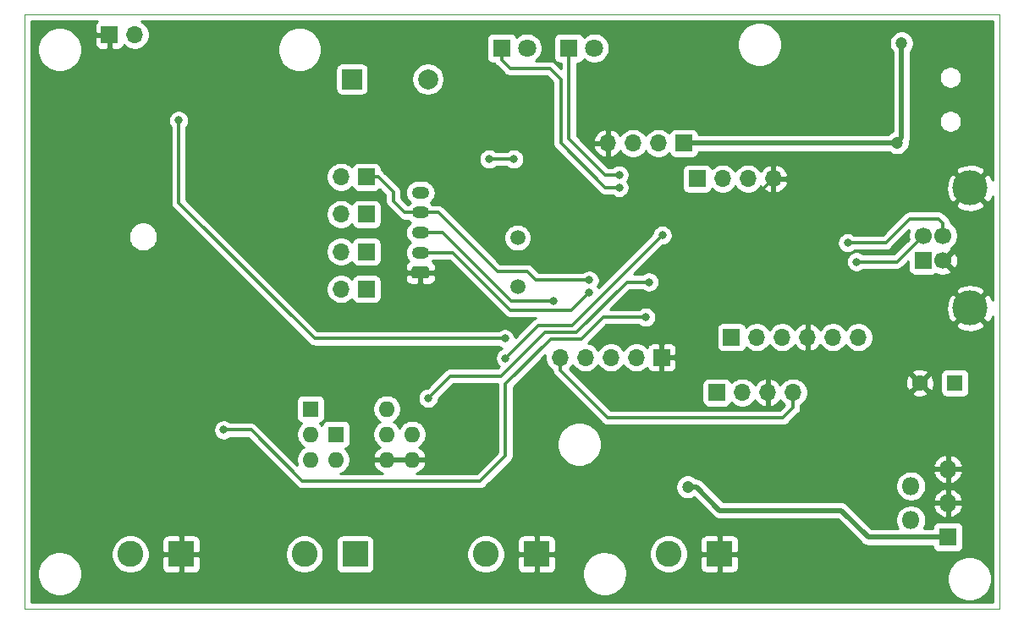
<source format=gbr>
G04 #@! TF.GenerationSoftware,KiCad,Pcbnew,5.1.5*
G04 #@! TF.CreationDate,2020-01-17T21:00:46+03:00*
G04 #@! TF.ProjectId,chrono,6368726f-6e6f-42e6-9b69-6361645f7063,rev?*
G04 #@! TF.SameCoordinates,Original*
G04 #@! TF.FileFunction,Copper,L2,Bot*
G04 #@! TF.FilePolarity,Positive*
%FSLAX46Y46*%
G04 Gerber Fmt 4.6, Leading zero omitted, Abs format (unit mm)*
G04 Created by KiCad (PCBNEW 5.1.5) date 2020-01-17 21:00:46*
%MOMM*%
%LPD*%
G04 APERTURE LIST*
%ADD10C,0.050000*%
%ADD11C,0.100000*%
%ADD12O,1.700000X1.700000*%
%ADD13R,1.700000X1.700000*%
%ADD14C,2.600000*%
%ADD15R,2.600000X2.600000*%
%ADD16C,1.700000*%
%ADD17C,3.500000*%
%ADD18R,1.800000X1.800000*%
%ADD19O,1.800000X1.800000*%
%ADD20C,1.500000*%
%ADD21R,2.000000X2.000000*%
%ADD22C,2.000000*%
%ADD23R,1.600000X1.600000*%
%ADD24C,1.600000*%
%ADD25C,1.800000*%
%ADD26C,0.100000*%
%ADD27O,1.750000X1.200000*%
%ADD28O,1.600000X1.600000*%
%ADD29C,0.800000*%
%ADD30C,1.200000*%
%ADD31C,0.300000*%
%ADD32C,0.500000*%
%ADD33C,0.254000*%
G04 APERTURE END LIST*
D10*
X30000000Y-74000000D02*
X30000000Y-133500000D01*
X127500000Y-133500000D02*
X30000000Y-133500000D01*
X127500000Y-74000000D02*
X127500000Y-133500000D01*
X30000000Y-74000000D02*
X127500000Y-74000000D01*
D11*
X41846500Y-96227000D03*
D12*
X61658500Y-93980000D03*
D13*
X64198500Y-93980000D03*
X64198500Y-90233500D03*
D12*
X61658500Y-90233500D03*
X61658500Y-101473000D03*
D13*
X64198500Y-101473000D03*
X64198500Y-97726500D03*
D12*
X61658500Y-97726500D03*
D13*
X99250500Y-111823500D03*
D12*
X101790500Y-111823500D03*
X104330500Y-111823500D03*
X106870500Y-111823500D03*
D14*
X94428000Y-128000000D03*
D15*
X99508000Y-128000000D03*
X45656500Y-128016000D03*
D14*
X40576500Y-128016000D03*
D13*
X119888000Y-98615500D03*
D16*
X119888000Y-96115500D03*
X121888000Y-96115500D03*
X121888000Y-98615500D03*
D17*
X124598000Y-103385500D03*
X124598000Y-91345500D03*
D18*
X122364500Y-126301500D03*
D19*
X118664500Y-124601500D03*
X122364500Y-122901500D03*
X118664500Y-121201500D03*
X122364500Y-119501500D03*
D20*
X79311500Y-96329500D03*
X79311500Y-101209500D03*
D13*
X93726000Y-108331000D03*
D12*
X91186000Y-108331000D03*
X88646000Y-108331000D03*
X86106000Y-108331000D03*
X83566000Y-108331000D03*
D13*
X95948500Y-86868000D03*
D12*
X93408500Y-86868000D03*
X90868500Y-86868000D03*
X88328500Y-86868000D03*
D21*
X62738000Y-80454500D03*
D22*
X70338000Y-80454500D03*
D23*
X123063000Y-110871000D03*
D24*
X119563000Y-110871000D03*
D25*
X80264000Y-77343000D03*
D18*
X77724000Y-77343000D03*
X84455000Y-77343000D03*
D25*
X86995000Y-77343000D03*
G04 #@! TA.AperFunction,ComponentPad*
D26*
G36*
X70245505Y-99223204D02*
G01*
X70269773Y-99226804D01*
X70293572Y-99232765D01*
X70316671Y-99241030D01*
X70338850Y-99251520D01*
X70359893Y-99264132D01*
X70379599Y-99278747D01*
X70397777Y-99295223D01*
X70414253Y-99313401D01*
X70428868Y-99333107D01*
X70441480Y-99354150D01*
X70451970Y-99376329D01*
X70460235Y-99399428D01*
X70466196Y-99423227D01*
X70469796Y-99447495D01*
X70471000Y-99471999D01*
X70471000Y-100172001D01*
X70469796Y-100196505D01*
X70466196Y-100220773D01*
X70460235Y-100244572D01*
X70451970Y-100267671D01*
X70441480Y-100289850D01*
X70428868Y-100310893D01*
X70414253Y-100330599D01*
X70397777Y-100348777D01*
X70379599Y-100365253D01*
X70359893Y-100379868D01*
X70338850Y-100392480D01*
X70316671Y-100402970D01*
X70293572Y-100411235D01*
X70269773Y-100417196D01*
X70245505Y-100420796D01*
X70221001Y-100422000D01*
X68970999Y-100422000D01*
X68946495Y-100420796D01*
X68922227Y-100417196D01*
X68898428Y-100411235D01*
X68875329Y-100402970D01*
X68853150Y-100392480D01*
X68832107Y-100379868D01*
X68812401Y-100365253D01*
X68794223Y-100348777D01*
X68777747Y-100330599D01*
X68763132Y-100310893D01*
X68750520Y-100289850D01*
X68740030Y-100267671D01*
X68731765Y-100244572D01*
X68725804Y-100220773D01*
X68722204Y-100196505D01*
X68721000Y-100172001D01*
X68721000Y-99471999D01*
X68722204Y-99447495D01*
X68725804Y-99423227D01*
X68731765Y-99399428D01*
X68740030Y-99376329D01*
X68750520Y-99354150D01*
X68763132Y-99333107D01*
X68777747Y-99313401D01*
X68794223Y-99295223D01*
X68812401Y-99278747D01*
X68832107Y-99264132D01*
X68853150Y-99251520D01*
X68875329Y-99241030D01*
X68898428Y-99232765D01*
X68922227Y-99226804D01*
X68946495Y-99223204D01*
X68970999Y-99222000D01*
X70221001Y-99222000D01*
X70245505Y-99223204D01*
G37*
G04 #@! TD.AperFunction*
D27*
X69596000Y-97822000D03*
X69596000Y-95822000D03*
X69596000Y-93822000D03*
X69596000Y-91822000D03*
D13*
X38481000Y-76009500D03*
D12*
X41021000Y-76009500D03*
D14*
X57975500Y-128016000D03*
D15*
X63055500Y-128016000D03*
X81216500Y-128016000D03*
D14*
X76136500Y-128016000D03*
D13*
X100711000Y-106299000D03*
D12*
X103251000Y-106299000D03*
X105791000Y-106299000D03*
X108331000Y-106299000D03*
X110871000Y-106299000D03*
X113411000Y-106299000D03*
D13*
X97282000Y-90424000D03*
D12*
X99822000Y-90424000D03*
X102362000Y-90424000D03*
X104902000Y-90424000D03*
D23*
X58610500Y-113474500D03*
D28*
X66230500Y-118554500D03*
X58610500Y-116014500D03*
X66230500Y-116014500D03*
X58610500Y-118554500D03*
X66230500Y-113474500D03*
D23*
X61150500Y-116014500D03*
D28*
X68770500Y-118554500D03*
X61150500Y-118554500D03*
X68770500Y-116014500D03*
D29*
X100584000Y-93091000D03*
X104775000Y-97790000D03*
X98000000Y-105000000D03*
X80500000Y-86000000D03*
X76500000Y-83500000D03*
D30*
X117729000Y-76835000D03*
D29*
X78041500Y-106426000D03*
X45402500Y-84582000D03*
D30*
X117284500Y-86804500D03*
X96329500Y-121285000D03*
D29*
X89471500Y-91313000D03*
X89471500Y-90043000D03*
X49911000Y-115570000D03*
X92117717Y-104280884D03*
X70358000Y-112395000D03*
X92456000Y-100774500D03*
X86487000Y-100584000D03*
X93789500Y-96075500D03*
X78105000Y-108394500D03*
X86487000Y-101790500D03*
X82867500Y-102679500D03*
X76454000Y-88455500D03*
X78930500Y-88455500D03*
X113220500Y-98742500D03*
X112331500Y-96837500D03*
D31*
X104052001Y-91273999D02*
X104902000Y-90424000D01*
X102634999Y-92691001D02*
X104052001Y-91273999D01*
X100983999Y-92691001D02*
X102634999Y-92691001D01*
X100584000Y-93091000D02*
X100983999Y-92691001D01*
X98000000Y-105000000D02*
X98500000Y-105500000D01*
X98500000Y-105500000D02*
X98500000Y-107500000D01*
X98500000Y-107500000D02*
X100000000Y-109000000D01*
X100000000Y-109000000D02*
X104000000Y-109000000D01*
X104330500Y-109330500D02*
X104330500Y-111823500D01*
X104000000Y-109000000D02*
X104330500Y-109330500D01*
X80500000Y-86000000D02*
X78000000Y-83500000D01*
X78000000Y-83500000D02*
X76500000Y-83500000D01*
X78041500Y-106426000D02*
X58991500Y-106426000D01*
X58991500Y-106426000D02*
X45402500Y-92837000D01*
X45402500Y-92837000D02*
X45402500Y-84582000D01*
X106870500Y-113347500D02*
X106870500Y-111823500D01*
X105854500Y-114363500D02*
X106870500Y-113347500D01*
X83566000Y-109601000D02*
X88328500Y-114363500D01*
X88328500Y-114363500D02*
X105854500Y-114363500D01*
X83566000Y-108331000D02*
X83566000Y-109601000D01*
D32*
X117729000Y-86360000D02*
X117284500Y-86804500D01*
X117729000Y-76835000D02*
X117729000Y-86360000D01*
X117221000Y-86868000D02*
X117284500Y-86804500D01*
X95948500Y-86868000D02*
X117221000Y-86868000D01*
X97178028Y-121285000D02*
X99527528Y-123634500D01*
X96329500Y-121285000D02*
X97178028Y-121285000D01*
X99527528Y-123634500D02*
X111696500Y-123634500D01*
X114363500Y-126301500D02*
X122364500Y-126301500D01*
X111696500Y-123634500D02*
X114363500Y-126301500D01*
D31*
X89471500Y-91313000D02*
X88074500Y-91313000D01*
X83629500Y-86868000D02*
X83629500Y-80454500D01*
X88074500Y-91313000D02*
X83629500Y-86868000D01*
X83629500Y-80454500D02*
X82550000Y-79375000D01*
X82550000Y-79375000D02*
X78549500Y-79375000D01*
X77724000Y-78549500D02*
X77724000Y-77343000D01*
X78549500Y-79375000D02*
X77724000Y-78549500D01*
X89471500Y-90043000D02*
X88074500Y-90043000D01*
X84455000Y-86423500D02*
X84455000Y-77343000D01*
X88074500Y-90043000D02*
X84455000Y-86423500D01*
X87870116Y-104280884D02*
X92117717Y-104280884D01*
X85661500Y-106489500D02*
X87870116Y-104280884D01*
X52641500Y-115570000D02*
X57785000Y-120713500D01*
X57785000Y-120713500D02*
X75565000Y-120713500D01*
X82613500Y-106489500D02*
X85661500Y-106489500D01*
X49911000Y-115570000D02*
X52641500Y-115570000D01*
X78105000Y-118173500D02*
X78105000Y-110998000D01*
X75565000Y-120713500D02*
X78105000Y-118173500D01*
X78105000Y-110998000D02*
X82613500Y-106489500D01*
X77660500Y-110172500D02*
X72580500Y-110172500D01*
X82042000Y-105791000D02*
X77660500Y-110172500D01*
X85217000Y-105791000D02*
X82042000Y-105791000D01*
X72580500Y-110172500D02*
X70358000Y-112395000D01*
X90233500Y-100774500D02*
X85217000Y-105791000D01*
X92456000Y-100774500D02*
X90233500Y-100774500D01*
X65348500Y-90233500D02*
X66865500Y-91750500D01*
X64198500Y-90233500D02*
X65348500Y-90233500D01*
X66865500Y-91750500D02*
X66865500Y-92646500D01*
X68041000Y-93822000D02*
X69596000Y-93822000D01*
X66865500Y-92646500D02*
X68041000Y-93822000D01*
X71406500Y-93822000D02*
X69596000Y-93822000D01*
X77279500Y-99695000D02*
X71406500Y-93822000D01*
X80264000Y-99695000D02*
X77279500Y-99695000D01*
X81153000Y-100584000D02*
X80264000Y-99695000D01*
X86487000Y-100584000D02*
X81153000Y-100584000D01*
X93789500Y-96075500D02*
X84772500Y-105092500D01*
X81407000Y-105092500D02*
X78105000Y-108394500D01*
X83629500Y-105092500D02*
X81407000Y-105092500D01*
X84772500Y-105092500D02*
X83629500Y-105092500D01*
X84709000Y-103568500D02*
X86487000Y-101790500D01*
X78549500Y-103568500D02*
X84709000Y-103568500D01*
X69596000Y-97822000D02*
X72803000Y-97822000D01*
X72803000Y-97822000D02*
X78549500Y-103568500D01*
X69596000Y-95822000D02*
X71819000Y-95822000D01*
X71819000Y-95822000D02*
X78676500Y-102679500D01*
X78676500Y-102679500D02*
X82867500Y-102679500D01*
X76454000Y-88455500D02*
X78930500Y-88455500D01*
X117261000Y-98742500D02*
X119888000Y-96115500D01*
X113220500Y-98742500D02*
X117261000Y-98742500D01*
X121888000Y-94913419D02*
X121399081Y-94424500D01*
X121888000Y-96115500D02*
X121888000Y-94913419D01*
X116141500Y-96837500D02*
X118554500Y-94424500D01*
X112331500Y-96837500D02*
X116141500Y-96837500D01*
X121399081Y-94424500D02*
X118554500Y-94424500D01*
D33*
G36*
X37179815Y-74708315D02*
G01*
X37100463Y-74805006D01*
X37041498Y-74915320D01*
X37005188Y-75035018D01*
X36992928Y-75159500D01*
X36996000Y-75723750D01*
X37154750Y-75882500D01*
X38354000Y-75882500D01*
X38354000Y-75862500D01*
X38608000Y-75862500D01*
X38608000Y-75882500D01*
X38628000Y-75882500D01*
X38628000Y-76136500D01*
X38608000Y-76136500D01*
X38608000Y-77335750D01*
X38766750Y-77494500D01*
X39331000Y-77497572D01*
X39455482Y-77485312D01*
X39575180Y-77449002D01*
X39685494Y-77390037D01*
X39782185Y-77310685D01*
X39861537Y-77213994D01*
X39920502Y-77103680D01*
X39942513Y-77031120D01*
X40074368Y-77162975D01*
X40317589Y-77325490D01*
X40587842Y-77437432D01*
X40874740Y-77494500D01*
X41167260Y-77494500D01*
X41454158Y-77437432D01*
X41724411Y-77325490D01*
X41792683Y-77279872D01*
X55265000Y-77279872D01*
X55265000Y-77720128D01*
X55350890Y-78151925D01*
X55519369Y-78558669D01*
X55763962Y-78924729D01*
X56075271Y-79236038D01*
X56441331Y-79480631D01*
X56848075Y-79649110D01*
X57279872Y-79735000D01*
X57720128Y-79735000D01*
X58151925Y-79649110D01*
X58558669Y-79480631D01*
X58597776Y-79454500D01*
X61099928Y-79454500D01*
X61099928Y-81454500D01*
X61112188Y-81578982D01*
X61148498Y-81698680D01*
X61207463Y-81808994D01*
X61286815Y-81905685D01*
X61383506Y-81985037D01*
X61493820Y-82044002D01*
X61613518Y-82080312D01*
X61738000Y-82092572D01*
X63738000Y-82092572D01*
X63862482Y-82080312D01*
X63982180Y-82044002D01*
X64092494Y-81985037D01*
X64189185Y-81905685D01*
X64268537Y-81808994D01*
X64327502Y-81698680D01*
X64363812Y-81578982D01*
X64376072Y-81454500D01*
X64376072Y-80293467D01*
X68703000Y-80293467D01*
X68703000Y-80615533D01*
X68765832Y-80931412D01*
X68889082Y-81228963D01*
X69068013Y-81496752D01*
X69295748Y-81724487D01*
X69563537Y-81903418D01*
X69861088Y-82026668D01*
X70176967Y-82089500D01*
X70499033Y-82089500D01*
X70814912Y-82026668D01*
X71112463Y-81903418D01*
X71380252Y-81724487D01*
X71607987Y-81496752D01*
X71786918Y-81228963D01*
X71910168Y-80931412D01*
X71973000Y-80615533D01*
X71973000Y-80293467D01*
X71910168Y-79977588D01*
X71786918Y-79680037D01*
X71607987Y-79412248D01*
X71380252Y-79184513D01*
X71112463Y-79005582D01*
X70814912Y-78882332D01*
X70499033Y-78819500D01*
X70176967Y-78819500D01*
X69861088Y-78882332D01*
X69563537Y-79005582D01*
X69295748Y-79184513D01*
X69068013Y-79412248D01*
X68889082Y-79680037D01*
X68765832Y-79977588D01*
X68703000Y-80293467D01*
X64376072Y-80293467D01*
X64376072Y-79454500D01*
X64363812Y-79330018D01*
X64327502Y-79210320D01*
X64268537Y-79100006D01*
X64189185Y-79003315D01*
X64092494Y-78923963D01*
X63982180Y-78864998D01*
X63862482Y-78828688D01*
X63738000Y-78816428D01*
X61738000Y-78816428D01*
X61613518Y-78828688D01*
X61493820Y-78864998D01*
X61383506Y-78923963D01*
X61286815Y-79003315D01*
X61207463Y-79100006D01*
X61148498Y-79210320D01*
X61112188Y-79330018D01*
X61099928Y-79454500D01*
X58597776Y-79454500D01*
X58924729Y-79236038D01*
X59236038Y-78924729D01*
X59480631Y-78558669D01*
X59649110Y-78151925D01*
X59735000Y-77720128D01*
X59735000Y-77279872D01*
X59649110Y-76848075D01*
X59481323Y-76443000D01*
X76185928Y-76443000D01*
X76185928Y-78243000D01*
X76198188Y-78367482D01*
X76234498Y-78487180D01*
X76293463Y-78597494D01*
X76372815Y-78694185D01*
X76469506Y-78773537D01*
X76579820Y-78832502D01*
X76699518Y-78868812D01*
X76824000Y-78881072D01*
X77011128Y-78881072D01*
X77068138Y-78987732D01*
X77166236Y-79107264D01*
X77196190Y-79131847D01*
X77967157Y-79902815D01*
X77991736Y-79932764D01*
X78021684Y-79957342D01*
X78021687Y-79957345D01*
X78046353Y-79977588D01*
X78111267Y-80030862D01*
X78247640Y-80103754D01*
X78361172Y-80138194D01*
X78395612Y-80148641D01*
X78409990Y-80150057D01*
X78510939Y-80160000D01*
X78510946Y-80160000D01*
X78549499Y-80163797D01*
X78588052Y-80160000D01*
X82224843Y-80160000D01*
X82844501Y-80779658D01*
X82844500Y-86829447D01*
X82840703Y-86868000D01*
X82844500Y-86906553D01*
X82844500Y-86906560D01*
X82855859Y-87021886D01*
X82900746Y-87169859D01*
X82973638Y-87306232D01*
X83071736Y-87425764D01*
X83101690Y-87450347D01*
X87492158Y-91840816D01*
X87516736Y-91870764D01*
X87546684Y-91895342D01*
X87546687Y-91895345D01*
X87557704Y-91904386D01*
X87636267Y-91968862D01*
X87772640Y-92041754D01*
X87886172Y-92076194D01*
X87920612Y-92086641D01*
X87934990Y-92088057D01*
X88035939Y-92098000D01*
X88035946Y-92098000D01*
X88074499Y-92101797D01*
X88113052Y-92098000D01*
X88792789Y-92098000D01*
X88811726Y-92116937D01*
X88981244Y-92230205D01*
X89169602Y-92308226D01*
X89369561Y-92348000D01*
X89573439Y-92348000D01*
X89773398Y-92308226D01*
X89961756Y-92230205D01*
X90131274Y-92116937D01*
X90275437Y-91972774D01*
X90388705Y-91803256D01*
X90466726Y-91614898D01*
X90506500Y-91414939D01*
X90506500Y-91211061D01*
X90466726Y-91011102D01*
X90388705Y-90822744D01*
X90291990Y-90678000D01*
X90388705Y-90533256D01*
X90466726Y-90344898D01*
X90506500Y-90144939D01*
X90506500Y-89941061D01*
X90466726Y-89741102D01*
X90397510Y-89574000D01*
X95793928Y-89574000D01*
X95793928Y-91274000D01*
X95806188Y-91398482D01*
X95842498Y-91518180D01*
X95901463Y-91628494D01*
X95980815Y-91725185D01*
X96077506Y-91804537D01*
X96187820Y-91863502D01*
X96307518Y-91899812D01*
X96432000Y-91912072D01*
X98132000Y-91912072D01*
X98256482Y-91899812D01*
X98376180Y-91863502D01*
X98486494Y-91804537D01*
X98583185Y-91725185D01*
X98662537Y-91628494D01*
X98721502Y-91518180D01*
X98743513Y-91445620D01*
X98875368Y-91577475D01*
X99118589Y-91739990D01*
X99388842Y-91851932D01*
X99675740Y-91909000D01*
X99968260Y-91909000D01*
X100255158Y-91851932D01*
X100525411Y-91739990D01*
X100768632Y-91577475D01*
X100975475Y-91370632D01*
X101092000Y-91196240D01*
X101208525Y-91370632D01*
X101415368Y-91577475D01*
X101658589Y-91739990D01*
X101928842Y-91851932D01*
X102215740Y-91909000D01*
X102508260Y-91909000D01*
X102795158Y-91851932D01*
X103065411Y-91739990D01*
X103308632Y-91577475D01*
X103515475Y-91370632D01*
X103637195Y-91188466D01*
X103706822Y-91305355D01*
X103901731Y-91521588D01*
X104135080Y-91695641D01*
X104397901Y-91820825D01*
X104545110Y-91865476D01*
X104775000Y-91744155D01*
X104775000Y-90551000D01*
X105029000Y-90551000D01*
X105029000Y-91744155D01*
X105258890Y-91865476D01*
X105406099Y-91820825D01*
X105668920Y-91695641D01*
X105902269Y-91521588D01*
X106031294Y-91378446D01*
X122201687Y-91378446D01*
X122254158Y-91845311D01*
X122396703Y-92292968D01*
X122587234Y-92649427D01*
X122928391Y-92835503D01*
X124418395Y-91345500D01*
X122928391Y-89855497D01*
X122587234Y-90041573D01*
X122371487Y-90458909D01*
X122241304Y-90910315D01*
X122201687Y-91378446D01*
X106031294Y-91378446D01*
X106097178Y-91305355D01*
X106246157Y-91055252D01*
X106343481Y-90780891D01*
X106222814Y-90551000D01*
X105029000Y-90551000D01*
X104775000Y-90551000D01*
X104755000Y-90551000D01*
X104755000Y-90297000D01*
X104775000Y-90297000D01*
X104775000Y-89103845D01*
X105029000Y-89103845D01*
X105029000Y-90297000D01*
X106222814Y-90297000D01*
X106343481Y-90067109D01*
X106246157Y-89792748D01*
X106176549Y-89675891D01*
X123107997Y-89675891D01*
X124598000Y-91165895D01*
X126088003Y-89675891D01*
X125901927Y-89334734D01*
X125484591Y-89118987D01*
X125033185Y-88988804D01*
X124565054Y-88949187D01*
X124098189Y-89001658D01*
X123650532Y-89144203D01*
X123294073Y-89334734D01*
X123107997Y-89675891D01*
X106176549Y-89675891D01*
X106097178Y-89542645D01*
X105902269Y-89326412D01*
X105668920Y-89152359D01*
X105406099Y-89027175D01*
X105258890Y-88982524D01*
X105029000Y-89103845D01*
X104775000Y-89103845D01*
X104545110Y-88982524D01*
X104397901Y-89027175D01*
X104135080Y-89152359D01*
X103901731Y-89326412D01*
X103706822Y-89542645D01*
X103637195Y-89659534D01*
X103515475Y-89477368D01*
X103308632Y-89270525D01*
X103065411Y-89108010D01*
X102795158Y-88996068D01*
X102508260Y-88939000D01*
X102215740Y-88939000D01*
X101928842Y-88996068D01*
X101658589Y-89108010D01*
X101415368Y-89270525D01*
X101208525Y-89477368D01*
X101092000Y-89651760D01*
X100975475Y-89477368D01*
X100768632Y-89270525D01*
X100525411Y-89108010D01*
X100255158Y-88996068D01*
X99968260Y-88939000D01*
X99675740Y-88939000D01*
X99388842Y-88996068D01*
X99118589Y-89108010D01*
X98875368Y-89270525D01*
X98743513Y-89402380D01*
X98721502Y-89329820D01*
X98662537Y-89219506D01*
X98583185Y-89122815D01*
X98486494Y-89043463D01*
X98376180Y-88984498D01*
X98256482Y-88948188D01*
X98132000Y-88935928D01*
X96432000Y-88935928D01*
X96307518Y-88948188D01*
X96187820Y-88984498D01*
X96077506Y-89043463D01*
X95980815Y-89122815D01*
X95901463Y-89219506D01*
X95842498Y-89329820D01*
X95806188Y-89449518D01*
X95793928Y-89574000D01*
X90397510Y-89574000D01*
X90388705Y-89552744D01*
X90275437Y-89383226D01*
X90131274Y-89239063D01*
X89961756Y-89125795D01*
X89773398Y-89047774D01*
X89573439Y-89008000D01*
X89369561Y-89008000D01*
X89169602Y-89047774D01*
X88981244Y-89125795D01*
X88811726Y-89239063D01*
X88792789Y-89258000D01*
X88399658Y-89258000D01*
X86366549Y-87224891D01*
X86887019Y-87224891D01*
X86984343Y-87499252D01*
X87133322Y-87749355D01*
X87328231Y-87965588D01*
X87561580Y-88139641D01*
X87824401Y-88264825D01*
X87971610Y-88309476D01*
X88201500Y-88188155D01*
X88201500Y-86995000D01*
X87007686Y-86995000D01*
X86887019Y-87224891D01*
X86366549Y-87224891D01*
X85652767Y-86511109D01*
X86887019Y-86511109D01*
X87007686Y-86741000D01*
X88201500Y-86741000D01*
X88201500Y-85547845D01*
X88455500Y-85547845D01*
X88455500Y-86741000D01*
X88475500Y-86741000D01*
X88475500Y-86995000D01*
X88455500Y-86995000D01*
X88455500Y-88188155D01*
X88685390Y-88309476D01*
X88832599Y-88264825D01*
X89095420Y-88139641D01*
X89328769Y-87965588D01*
X89523678Y-87749355D01*
X89593305Y-87632466D01*
X89715025Y-87814632D01*
X89921868Y-88021475D01*
X90165089Y-88183990D01*
X90435342Y-88295932D01*
X90722240Y-88353000D01*
X91014760Y-88353000D01*
X91301658Y-88295932D01*
X91571911Y-88183990D01*
X91815132Y-88021475D01*
X92021975Y-87814632D01*
X92138500Y-87640240D01*
X92255025Y-87814632D01*
X92461868Y-88021475D01*
X92705089Y-88183990D01*
X92975342Y-88295932D01*
X93262240Y-88353000D01*
X93554760Y-88353000D01*
X93841658Y-88295932D01*
X94111911Y-88183990D01*
X94355132Y-88021475D01*
X94486987Y-87889620D01*
X94508998Y-87962180D01*
X94567963Y-88072494D01*
X94647315Y-88169185D01*
X94744006Y-88248537D01*
X94854320Y-88307502D01*
X94974018Y-88343812D01*
X95098500Y-88356072D01*
X96798500Y-88356072D01*
X96922982Y-88343812D01*
X97042680Y-88307502D01*
X97152994Y-88248537D01*
X97249685Y-88169185D01*
X97329037Y-88072494D01*
X97388002Y-87962180D01*
X97424312Y-87842482D01*
X97433125Y-87753000D01*
X116486446Y-87753000D01*
X116497233Y-87763787D01*
X116699508Y-87898943D01*
X116924264Y-87992040D01*
X117162863Y-88039500D01*
X117406137Y-88039500D01*
X117644736Y-87992040D01*
X117869492Y-87898943D01*
X118071767Y-87763787D01*
X118243787Y-87591767D01*
X118378943Y-87389492D01*
X118472040Y-87164736D01*
X118519500Y-86926137D01*
X118519500Y-86758477D01*
X118550589Y-86700313D01*
X118601195Y-86533490D01*
X118614000Y-86403477D01*
X118614000Y-86403469D01*
X118618281Y-86360000D01*
X118614000Y-86316531D01*
X118614000Y-84574712D01*
X121483500Y-84574712D01*
X121483500Y-84798288D01*
X121527117Y-85017567D01*
X121612676Y-85224124D01*
X121736888Y-85410020D01*
X121894980Y-85568112D01*
X122080876Y-85692324D01*
X122287433Y-85777883D01*
X122506712Y-85821500D01*
X122730288Y-85821500D01*
X122949567Y-85777883D01*
X123156124Y-85692324D01*
X123342020Y-85568112D01*
X123500112Y-85410020D01*
X123624324Y-85224124D01*
X123709883Y-85017567D01*
X123753500Y-84798288D01*
X123753500Y-84574712D01*
X123709883Y-84355433D01*
X123624324Y-84148876D01*
X123500112Y-83962980D01*
X123342020Y-83804888D01*
X123156124Y-83680676D01*
X122949567Y-83595117D01*
X122730288Y-83551500D01*
X122506712Y-83551500D01*
X122287433Y-83595117D01*
X122080876Y-83680676D01*
X121894980Y-83804888D01*
X121736888Y-83962980D01*
X121612676Y-84148876D01*
X121527117Y-84355433D01*
X121483500Y-84574712D01*
X118614000Y-84574712D01*
X118614000Y-80174712D01*
X121483500Y-80174712D01*
X121483500Y-80398288D01*
X121527117Y-80617567D01*
X121612676Y-80824124D01*
X121736888Y-81010020D01*
X121894980Y-81168112D01*
X122080876Y-81292324D01*
X122287433Y-81377883D01*
X122506712Y-81421500D01*
X122730288Y-81421500D01*
X122949567Y-81377883D01*
X123156124Y-81292324D01*
X123342020Y-81168112D01*
X123500112Y-81010020D01*
X123624324Y-80824124D01*
X123709883Y-80617567D01*
X123753500Y-80398288D01*
X123753500Y-80174712D01*
X123709883Y-79955433D01*
X123624324Y-79748876D01*
X123500112Y-79562980D01*
X123342020Y-79404888D01*
X123156124Y-79280676D01*
X122949567Y-79195117D01*
X122730288Y-79151500D01*
X122506712Y-79151500D01*
X122287433Y-79195117D01*
X122080876Y-79280676D01*
X121894980Y-79404888D01*
X121736888Y-79562980D01*
X121612676Y-79748876D01*
X121527117Y-79955433D01*
X121483500Y-80174712D01*
X118614000Y-80174712D01*
X118614000Y-77696554D01*
X118688287Y-77622267D01*
X118823443Y-77419992D01*
X118916540Y-77195236D01*
X118964000Y-76956637D01*
X118964000Y-76713363D01*
X118916540Y-76474764D01*
X118823443Y-76250008D01*
X118688287Y-76047733D01*
X118516267Y-75875713D01*
X118313992Y-75740557D01*
X118089236Y-75647460D01*
X117850637Y-75600000D01*
X117607363Y-75600000D01*
X117368764Y-75647460D01*
X117144008Y-75740557D01*
X116941733Y-75875713D01*
X116769713Y-76047733D01*
X116634557Y-76250008D01*
X116541460Y-76474764D01*
X116494000Y-76713363D01*
X116494000Y-76956637D01*
X116541460Y-77195236D01*
X116634557Y-77419992D01*
X116769713Y-77622267D01*
X116844000Y-77696554D01*
X116844001Y-85650206D01*
X116699508Y-85710057D01*
X116497233Y-85845213D01*
X116359446Y-85983000D01*
X97433125Y-85983000D01*
X97424312Y-85893518D01*
X97388002Y-85773820D01*
X97329037Y-85663506D01*
X97249685Y-85566815D01*
X97152994Y-85487463D01*
X97042680Y-85428498D01*
X96922982Y-85392188D01*
X96798500Y-85379928D01*
X95098500Y-85379928D01*
X94974018Y-85392188D01*
X94854320Y-85428498D01*
X94744006Y-85487463D01*
X94647315Y-85566815D01*
X94567963Y-85663506D01*
X94508998Y-85773820D01*
X94486987Y-85846380D01*
X94355132Y-85714525D01*
X94111911Y-85552010D01*
X93841658Y-85440068D01*
X93554760Y-85383000D01*
X93262240Y-85383000D01*
X92975342Y-85440068D01*
X92705089Y-85552010D01*
X92461868Y-85714525D01*
X92255025Y-85921368D01*
X92138500Y-86095760D01*
X92021975Y-85921368D01*
X91815132Y-85714525D01*
X91571911Y-85552010D01*
X91301658Y-85440068D01*
X91014760Y-85383000D01*
X90722240Y-85383000D01*
X90435342Y-85440068D01*
X90165089Y-85552010D01*
X89921868Y-85714525D01*
X89715025Y-85921368D01*
X89593305Y-86103534D01*
X89523678Y-85986645D01*
X89328769Y-85770412D01*
X89095420Y-85596359D01*
X88832599Y-85471175D01*
X88685390Y-85426524D01*
X88455500Y-85547845D01*
X88201500Y-85547845D01*
X87971610Y-85426524D01*
X87824401Y-85471175D01*
X87561580Y-85596359D01*
X87328231Y-85770412D01*
X87133322Y-85986645D01*
X86984343Y-86236748D01*
X86887019Y-86511109D01*
X85652767Y-86511109D01*
X85240000Y-86098343D01*
X85240000Y-78881072D01*
X85355000Y-78881072D01*
X85479482Y-78868812D01*
X85599180Y-78832502D01*
X85709494Y-78773537D01*
X85806185Y-78694185D01*
X85885537Y-78597494D01*
X85944502Y-78487180D01*
X85950056Y-78468873D01*
X86016495Y-78535312D01*
X86267905Y-78703299D01*
X86547257Y-78819011D01*
X86843816Y-78878000D01*
X87146184Y-78878000D01*
X87442743Y-78819011D01*
X87722095Y-78703299D01*
X87973505Y-78535312D01*
X88187312Y-78321505D01*
X88355299Y-78070095D01*
X88471011Y-77790743D01*
X88530000Y-77494184D01*
X88530000Y-77191816D01*
X88471011Y-76895257D01*
X88423217Y-76779872D01*
X101265000Y-76779872D01*
X101265000Y-77220128D01*
X101350890Y-77651925D01*
X101519369Y-78058669D01*
X101763962Y-78424729D01*
X102075271Y-78736038D01*
X102441331Y-78980631D01*
X102848075Y-79149110D01*
X103279872Y-79235000D01*
X103720128Y-79235000D01*
X104151925Y-79149110D01*
X104558669Y-78980631D01*
X104924729Y-78736038D01*
X105236038Y-78424729D01*
X105480631Y-78058669D01*
X105649110Y-77651925D01*
X105735000Y-77220128D01*
X105735000Y-76779872D01*
X105649110Y-76348075D01*
X105480631Y-75941331D01*
X105236038Y-75575271D01*
X104924729Y-75263962D01*
X104558669Y-75019369D01*
X104151925Y-74850890D01*
X103720128Y-74765000D01*
X103279872Y-74765000D01*
X102848075Y-74850890D01*
X102441331Y-75019369D01*
X102075271Y-75263962D01*
X101763962Y-75575271D01*
X101519369Y-75941331D01*
X101350890Y-76348075D01*
X101265000Y-76779872D01*
X88423217Y-76779872D01*
X88355299Y-76615905D01*
X88187312Y-76364495D01*
X87973505Y-76150688D01*
X87722095Y-75982701D01*
X87442743Y-75866989D01*
X87146184Y-75808000D01*
X86843816Y-75808000D01*
X86547257Y-75866989D01*
X86267905Y-75982701D01*
X86016495Y-76150688D01*
X85950056Y-76217127D01*
X85944502Y-76198820D01*
X85885537Y-76088506D01*
X85806185Y-75991815D01*
X85709494Y-75912463D01*
X85599180Y-75853498D01*
X85479482Y-75817188D01*
X85355000Y-75804928D01*
X83555000Y-75804928D01*
X83430518Y-75817188D01*
X83310820Y-75853498D01*
X83200506Y-75912463D01*
X83103815Y-75991815D01*
X83024463Y-76088506D01*
X82965498Y-76198820D01*
X82929188Y-76318518D01*
X82916928Y-76443000D01*
X82916928Y-78243000D01*
X82929188Y-78367482D01*
X82965498Y-78487180D01*
X83024463Y-78597494D01*
X83103815Y-78694185D01*
X83200506Y-78773537D01*
X83310820Y-78832502D01*
X83430518Y-78868812D01*
X83555000Y-78881072D01*
X83670001Y-78881072D01*
X83670001Y-79384844D01*
X83132347Y-78847190D01*
X83107764Y-78817236D01*
X82988233Y-78719138D01*
X82851860Y-78646246D01*
X82703887Y-78601359D01*
X82588561Y-78590000D01*
X82588553Y-78590000D01*
X82550000Y-78586203D01*
X82511447Y-78590000D01*
X81160659Y-78590000D01*
X81242505Y-78535312D01*
X81456312Y-78321505D01*
X81624299Y-78070095D01*
X81740011Y-77790743D01*
X81799000Y-77494184D01*
X81799000Y-77191816D01*
X81740011Y-76895257D01*
X81624299Y-76615905D01*
X81456312Y-76364495D01*
X81242505Y-76150688D01*
X80991095Y-75982701D01*
X80711743Y-75866989D01*
X80415184Y-75808000D01*
X80112816Y-75808000D01*
X79816257Y-75866989D01*
X79536905Y-75982701D01*
X79285495Y-76150688D01*
X79219056Y-76217127D01*
X79213502Y-76198820D01*
X79154537Y-76088506D01*
X79075185Y-75991815D01*
X78978494Y-75912463D01*
X78868180Y-75853498D01*
X78748482Y-75817188D01*
X78624000Y-75804928D01*
X76824000Y-75804928D01*
X76699518Y-75817188D01*
X76579820Y-75853498D01*
X76469506Y-75912463D01*
X76372815Y-75991815D01*
X76293463Y-76088506D01*
X76234498Y-76198820D01*
X76198188Y-76318518D01*
X76185928Y-76443000D01*
X59481323Y-76443000D01*
X59480631Y-76441331D01*
X59236038Y-76075271D01*
X58924729Y-75763962D01*
X58558669Y-75519369D01*
X58151925Y-75350890D01*
X57720128Y-75265000D01*
X57279872Y-75265000D01*
X56848075Y-75350890D01*
X56441331Y-75519369D01*
X56075271Y-75763962D01*
X55763962Y-76075271D01*
X55519369Y-76441331D01*
X55350890Y-76848075D01*
X55265000Y-77279872D01*
X41792683Y-77279872D01*
X41967632Y-77162975D01*
X42174475Y-76956132D01*
X42336990Y-76712911D01*
X42448932Y-76442658D01*
X42506000Y-76155760D01*
X42506000Y-75863240D01*
X42448932Y-75576342D01*
X42336990Y-75306089D01*
X42174475Y-75062868D01*
X41967632Y-74856025D01*
X41724411Y-74693510D01*
X41643510Y-74660000D01*
X126840000Y-74660000D01*
X126840000Y-90525859D01*
X126799297Y-90398032D01*
X126608766Y-90041573D01*
X126267609Y-89855497D01*
X124777605Y-91345500D01*
X126267609Y-92835503D01*
X126608766Y-92649427D01*
X126824513Y-92232091D01*
X126840000Y-92178389D01*
X126840000Y-102565860D01*
X126799297Y-102438032D01*
X126608766Y-102081573D01*
X126267609Y-101895497D01*
X124777605Y-103385500D01*
X126267609Y-104875503D01*
X126608766Y-104689427D01*
X126824513Y-104272091D01*
X126840001Y-104218388D01*
X126840001Y-132840000D01*
X30660000Y-132840000D01*
X30660000Y-129779872D01*
X31265000Y-129779872D01*
X31265000Y-130220128D01*
X31350890Y-130651925D01*
X31519369Y-131058669D01*
X31763962Y-131424729D01*
X32075271Y-131736038D01*
X32441331Y-131980631D01*
X32848075Y-132149110D01*
X33279872Y-132235000D01*
X33720128Y-132235000D01*
X34151925Y-132149110D01*
X34558669Y-131980631D01*
X34924729Y-131736038D01*
X35236038Y-131424729D01*
X35480631Y-131058669D01*
X35649110Y-130651925D01*
X35735000Y-130220128D01*
X35735000Y-129779872D01*
X35649110Y-129348075D01*
X35480631Y-128941331D01*
X35236038Y-128575271D01*
X34924729Y-128263962D01*
X34558669Y-128019369D01*
X34151925Y-127850890D01*
X34023874Y-127825419D01*
X38641500Y-127825419D01*
X38641500Y-128206581D01*
X38715861Y-128580419D01*
X38861725Y-128932566D01*
X39073487Y-129249491D01*
X39343009Y-129519013D01*
X39659934Y-129730775D01*
X40012081Y-129876639D01*
X40385919Y-129951000D01*
X40767081Y-129951000D01*
X41140919Y-129876639D01*
X41493066Y-129730775D01*
X41809991Y-129519013D01*
X42013004Y-129316000D01*
X43718428Y-129316000D01*
X43730688Y-129440482D01*
X43766998Y-129560180D01*
X43825963Y-129670494D01*
X43905315Y-129767185D01*
X44002006Y-129846537D01*
X44112320Y-129905502D01*
X44232018Y-129941812D01*
X44356500Y-129954072D01*
X45370750Y-129951000D01*
X45529500Y-129792250D01*
X45529500Y-128143000D01*
X45783500Y-128143000D01*
X45783500Y-129792250D01*
X45942250Y-129951000D01*
X46956500Y-129954072D01*
X47080982Y-129941812D01*
X47200680Y-129905502D01*
X47310994Y-129846537D01*
X47407685Y-129767185D01*
X47487037Y-129670494D01*
X47546002Y-129560180D01*
X47582312Y-129440482D01*
X47594572Y-129316000D01*
X47591500Y-128301750D01*
X47432750Y-128143000D01*
X45783500Y-128143000D01*
X45529500Y-128143000D01*
X43880250Y-128143000D01*
X43721500Y-128301750D01*
X43718428Y-129316000D01*
X42013004Y-129316000D01*
X42079513Y-129249491D01*
X42291275Y-128932566D01*
X42437139Y-128580419D01*
X42511500Y-128206581D01*
X42511500Y-127825419D01*
X42437139Y-127451581D01*
X42291275Y-127099434D01*
X42079513Y-126782509D01*
X42013004Y-126716000D01*
X43718428Y-126716000D01*
X43721500Y-127730250D01*
X43880250Y-127889000D01*
X45529500Y-127889000D01*
X45529500Y-126239750D01*
X45783500Y-126239750D01*
X45783500Y-127889000D01*
X47432750Y-127889000D01*
X47496331Y-127825419D01*
X56040500Y-127825419D01*
X56040500Y-128206581D01*
X56114861Y-128580419D01*
X56260725Y-128932566D01*
X56472487Y-129249491D01*
X56742009Y-129519013D01*
X57058934Y-129730775D01*
X57411081Y-129876639D01*
X57784919Y-129951000D01*
X58166081Y-129951000D01*
X58539919Y-129876639D01*
X58892066Y-129730775D01*
X59208991Y-129519013D01*
X59478513Y-129249491D01*
X59690275Y-128932566D01*
X59836139Y-128580419D01*
X59910500Y-128206581D01*
X59910500Y-127825419D01*
X59836139Y-127451581D01*
X59690275Y-127099434D01*
X59478513Y-126782509D01*
X59412004Y-126716000D01*
X61117428Y-126716000D01*
X61117428Y-129316000D01*
X61129688Y-129440482D01*
X61165998Y-129560180D01*
X61224963Y-129670494D01*
X61304315Y-129767185D01*
X61401006Y-129846537D01*
X61511320Y-129905502D01*
X61631018Y-129941812D01*
X61755500Y-129954072D01*
X64355500Y-129954072D01*
X64479982Y-129941812D01*
X64599680Y-129905502D01*
X64709994Y-129846537D01*
X64806685Y-129767185D01*
X64886037Y-129670494D01*
X64945002Y-129560180D01*
X64981312Y-129440482D01*
X64993572Y-129316000D01*
X64993572Y-127825419D01*
X74201500Y-127825419D01*
X74201500Y-128206581D01*
X74275861Y-128580419D01*
X74421725Y-128932566D01*
X74633487Y-129249491D01*
X74903009Y-129519013D01*
X75219934Y-129730775D01*
X75572081Y-129876639D01*
X75945919Y-129951000D01*
X76327081Y-129951000D01*
X76700919Y-129876639D01*
X77053066Y-129730775D01*
X77369991Y-129519013D01*
X77573004Y-129316000D01*
X79278428Y-129316000D01*
X79290688Y-129440482D01*
X79326998Y-129560180D01*
X79385963Y-129670494D01*
X79465315Y-129767185D01*
X79562006Y-129846537D01*
X79672320Y-129905502D01*
X79792018Y-129941812D01*
X79916500Y-129954072D01*
X80930750Y-129951000D01*
X81089500Y-129792250D01*
X81089500Y-128143000D01*
X81343500Y-128143000D01*
X81343500Y-129792250D01*
X81502250Y-129951000D01*
X82516500Y-129954072D01*
X82640982Y-129941812D01*
X82760680Y-129905502D01*
X82870994Y-129846537D01*
X82952225Y-129779872D01*
X85765000Y-129779872D01*
X85765000Y-130220128D01*
X85850890Y-130651925D01*
X86019369Y-131058669D01*
X86263962Y-131424729D01*
X86575271Y-131736038D01*
X86941331Y-131980631D01*
X87348075Y-132149110D01*
X87779872Y-132235000D01*
X88220128Y-132235000D01*
X88651925Y-132149110D01*
X89058669Y-131980631D01*
X89424729Y-131736038D01*
X89736038Y-131424729D01*
X89980631Y-131058669D01*
X90149110Y-130651925D01*
X90223116Y-130279872D01*
X122265000Y-130279872D01*
X122265000Y-130720128D01*
X122350890Y-131151925D01*
X122519369Y-131558669D01*
X122763962Y-131924729D01*
X123075271Y-132236038D01*
X123441331Y-132480631D01*
X123848075Y-132649110D01*
X124279872Y-132735000D01*
X124720128Y-132735000D01*
X125151925Y-132649110D01*
X125558669Y-132480631D01*
X125924729Y-132236038D01*
X126236038Y-131924729D01*
X126480631Y-131558669D01*
X126649110Y-131151925D01*
X126735000Y-130720128D01*
X126735000Y-130279872D01*
X126649110Y-129848075D01*
X126480631Y-129441331D01*
X126236038Y-129075271D01*
X125924729Y-128763962D01*
X125558669Y-128519369D01*
X125151925Y-128350890D01*
X124720128Y-128265000D01*
X124279872Y-128265000D01*
X123848075Y-128350890D01*
X123441331Y-128519369D01*
X123075271Y-128763962D01*
X122763962Y-129075271D01*
X122519369Y-129441331D01*
X122350890Y-129848075D01*
X122265000Y-130279872D01*
X90223116Y-130279872D01*
X90235000Y-130220128D01*
X90235000Y-129779872D01*
X90149110Y-129348075D01*
X89980631Y-128941331D01*
X89736038Y-128575271D01*
X89424729Y-128263962D01*
X89058669Y-128019369D01*
X88651925Y-127850890D01*
X88443437Y-127809419D01*
X92493000Y-127809419D01*
X92493000Y-128190581D01*
X92567361Y-128564419D01*
X92713225Y-128916566D01*
X92924987Y-129233491D01*
X93194509Y-129503013D01*
X93511434Y-129714775D01*
X93863581Y-129860639D01*
X94237419Y-129935000D01*
X94618581Y-129935000D01*
X94992419Y-129860639D01*
X95344566Y-129714775D01*
X95661491Y-129503013D01*
X95864504Y-129300000D01*
X97569928Y-129300000D01*
X97582188Y-129424482D01*
X97618498Y-129544180D01*
X97677463Y-129654494D01*
X97756815Y-129751185D01*
X97853506Y-129830537D01*
X97963820Y-129889502D01*
X98083518Y-129925812D01*
X98208000Y-129938072D01*
X99222250Y-129935000D01*
X99381000Y-129776250D01*
X99381000Y-128127000D01*
X99635000Y-128127000D01*
X99635000Y-129776250D01*
X99793750Y-129935000D01*
X100808000Y-129938072D01*
X100932482Y-129925812D01*
X101052180Y-129889502D01*
X101162494Y-129830537D01*
X101259185Y-129751185D01*
X101338537Y-129654494D01*
X101397502Y-129544180D01*
X101433812Y-129424482D01*
X101446072Y-129300000D01*
X101443000Y-128285750D01*
X101284250Y-128127000D01*
X99635000Y-128127000D01*
X99381000Y-128127000D01*
X97731750Y-128127000D01*
X97573000Y-128285750D01*
X97569928Y-129300000D01*
X95864504Y-129300000D01*
X95931013Y-129233491D01*
X96142775Y-128916566D01*
X96288639Y-128564419D01*
X96363000Y-128190581D01*
X96363000Y-127809419D01*
X96288639Y-127435581D01*
X96142775Y-127083434D01*
X95931013Y-126766509D01*
X95864504Y-126700000D01*
X97569928Y-126700000D01*
X97573000Y-127714250D01*
X97731750Y-127873000D01*
X99381000Y-127873000D01*
X99381000Y-126223750D01*
X99635000Y-126223750D01*
X99635000Y-127873000D01*
X101284250Y-127873000D01*
X101443000Y-127714250D01*
X101446072Y-126700000D01*
X101433812Y-126575518D01*
X101397502Y-126455820D01*
X101338537Y-126345506D01*
X101259185Y-126248815D01*
X101162494Y-126169463D01*
X101052180Y-126110498D01*
X100932482Y-126074188D01*
X100808000Y-126061928D01*
X99793750Y-126065000D01*
X99635000Y-126223750D01*
X99381000Y-126223750D01*
X99222250Y-126065000D01*
X98208000Y-126061928D01*
X98083518Y-126074188D01*
X97963820Y-126110498D01*
X97853506Y-126169463D01*
X97756815Y-126248815D01*
X97677463Y-126345506D01*
X97618498Y-126455820D01*
X97582188Y-126575518D01*
X97569928Y-126700000D01*
X95864504Y-126700000D01*
X95661491Y-126496987D01*
X95344566Y-126285225D01*
X94992419Y-126139361D01*
X94618581Y-126065000D01*
X94237419Y-126065000D01*
X93863581Y-126139361D01*
X93511434Y-126285225D01*
X93194509Y-126496987D01*
X92924987Y-126766509D01*
X92713225Y-127083434D01*
X92567361Y-127435581D01*
X92493000Y-127809419D01*
X88443437Y-127809419D01*
X88220128Y-127765000D01*
X87779872Y-127765000D01*
X87348075Y-127850890D01*
X86941331Y-128019369D01*
X86575271Y-128263962D01*
X86263962Y-128575271D01*
X86019369Y-128941331D01*
X85850890Y-129348075D01*
X85765000Y-129779872D01*
X82952225Y-129779872D01*
X82967685Y-129767185D01*
X83047037Y-129670494D01*
X83106002Y-129560180D01*
X83142312Y-129440482D01*
X83154572Y-129316000D01*
X83151500Y-128301750D01*
X82992750Y-128143000D01*
X81343500Y-128143000D01*
X81089500Y-128143000D01*
X79440250Y-128143000D01*
X79281500Y-128301750D01*
X79278428Y-129316000D01*
X77573004Y-129316000D01*
X77639513Y-129249491D01*
X77851275Y-128932566D01*
X77997139Y-128580419D01*
X78071500Y-128206581D01*
X78071500Y-127825419D01*
X77997139Y-127451581D01*
X77851275Y-127099434D01*
X77639513Y-126782509D01*
X77573004Y-126716000D01*
X79278428Y-126716000D01*
X79281500Y-127730250D01*
X79440250Y-127889000D01*
X81089500Y-127889000D01*
X81089500Y-126239750D01*
X81343500Y-126239750D01*
X81343500Y-127889000D01*
X82992750Y-127889000D01*
X83151500Y-127730250D01*
X83154572Y-126716000D01*
X83142312Y-126591518D01*
X83106002Y-126471820D01*
X83047037Y-126361506D01*
X82967685Y-126264815D01*
X82870994Y-126185463D01*
X82760680Y-126126498D01*
X82640982Y-126090188D01*
X82516500Y-126077928D01*
X81502250Y-126081000D01*
X81343500Y-126239750D01*
X81089500Y-126239750D01*
X80930750Y-126081000D01*
X79916500Y-126077928D01*
X79792018Y-126090188D01*
X79672320Y-126126498D01*
X79562006Y-126185463D01*
X79465315Y-126264815D01*
X79385963Y-126361506D01*
X79326998Y-126471820D01*
X79290688Y-126591518D01*
X79278428Y-126716000D01*
X77573004Y-126716000D01*
X77369991Y-126512987D01*
X77053066Y-126301225D01*
X76700919Y-126155361D01*
X76327081Y-126081000D01*
X75945919Y-126081000D01*
X75572081Y-126155361D01*
X75219934Y-126301225D01*
X74903009Y-126512987D01*
X74633487Y-126782509D01*
X74421725Y-127099434D01*
X74275861Y-127451581D01*
X74201500Y-127825419D01*
X64993572Y-127825419D01*
X64993572Y-126716000D01*
X64981312Y-126591518D01*
X64945002Y-126471820D01*
X64886037Y-126361506D01*
X64806685Y-126264815D01*
X64709994Y-126185463D01*
X64599680Y-126126498D01*
X64479982Y-126090188D01*
X64355500Y-126077928D01*
X61755500Y-126077928D01*
X61631018Y-126090188D01*
X61511320Y-126126498D01*
X61401006Y-126185463D01*
X61304315Y-126264815D01*
X61224963Y-126361506D01*
X61165998Y-126471820D01*
X61129688Y-126591518D01*
X61117428Y-126716000D01*
X59412004Y-126716000D01*
X59208991Y-126512987D01*
X58892066Y-126301225D01*
X58539919Y-126155361D01*
X58166081Y-126081000D01*
X57784919Y-126081000D01*
X57411081Y-126155361D01*
X57058934Y-126301225D01*
X56742009Y-126512987D01*
X56472487Y-126782509D01*
X56260725Y-127099434D01*
X56114861Y-127451581D01*
X56040500Y-127825419D01*
X47496331Y-127825419D01*
X47591500Y-127730250D01*
X47594572Y-126716000D01*
X47582312Y-126591518D01*
X47546002Y-126471820D01*
X47487037Y-126361506D01*
X47407685Y-126264815D01*
X47310994Y-126185463D01*
X47200680Y-126126498D01*
X47080982Y-126090188D01*
X46956500Y-126077928D01*
X45942250Y-126081000D01*
X45783500Y-126239750D01*
X45529500Y-126239750D01*
X45370750Y-126081000D01*
X44356500Y-126077928D01*
X44232018Y-126090188D01*
X44112320Y-126126498D01*
X44002006Y-126185463D01*
X43905315Y-126264815D01*
X43825963Y-126361506D01*
X43766998Y-126471820D01*
X43730688Y-126591518D01*
X43718428Y-126716000D01*
X42013004Y-126716000D01*
X41809991Y-126512987D01*
X41493066Y-126301225D01*
X41140919Y-126155361D01*
X40767081Y-126081000D01*
X40385919Y-126081000D01*
X40012081Y-126155361D01*
X39659934Y-126301225D01*
X39343009Y-126512987D01*
X39073487Y-126782509D01*
X38861725Y-127099434D01*
X38715861Y-127451581D01*
X38641500Y-127825419D01*
X34023874Y-127825419D01*
X33720128Y-127765000D01*
X33279872Y-127765000D01*
X32848075Y-127850890D01*
X32441331Y-128019369D01*
X32075271Y-128263962D01*
X31763962Y-128575271D01*
X31519369Y-128941331D01*
X31350890Y-129348075D01*
X31265000Y-129779872D01*
X30660000Y-129779872D01*
X30660000Y-96081528D01*
X40369500Y-96081528D01*
X40369500Y-96372472D01*
X40426260Y-96657825D01*
X40537599Y-96926622D01*
X40699239Y-97168533D01*
X40904967Y-97374261D01*
X41146878Y-97535901D01*
X41415675Y-97647240D01*
X41701028Y-97704000D01*
X41991972Y-97704000D01*
X42277325Y-97647240D01*
X42546122Y-97535901D01*
X42788033Y-97374261D01*
X42993761Y-97168533D01*
X43155401Y-96926622D01*
X43266740Y-96657825D01*
X43323500Y-96372472D01*
X43323500Y-96081528D01*
X43266740Y-95796175D01*
X43155401Y-95527378D01*
X42993761Y-95285467D01*
X42788033Y-95079739D01*
X42546122Y-94918099D01*
X42277325Y-94806760D01*
X41991972Y-94750000D01*
X41701028Y-94750000D01*
X41415675Y-94806760D01*
X41146878Y-94918099D01*
X40904967Y-95079739D01*
X40699239Y-95285467D01*
X40537599Y-95527378D01*
X40426260Y-95796175D01*
X40369500Y-96081528D01*
X30660000Y-96081528D01*
X30660000Y-84480061D01*
X44367500Y-84480061D01*
X44367500Y-84683939D01*
X44407274Y-84883898D01*
X44485295Y-85072256D01*
X44598563Y-85241774D01*
X44617501Y-85260712D01*
X44617500Y-92798447D01*
X44613703Y-92837000D01*
X44617500Y-92875553D01*
X44617500Y-92875560D01*
X44628859Y-92990886D01*
X44673746Y-93138859D01*
X44746638Y-93275232D01*
X44844736Y-93394764D01*
X44874690Y-93419347D01*
X58409158Y-106953816D01*
X58433736Y-106983764D01*
X58463684Y-107008342D01*
X58463687Y-107008345D01*
X58489848Y-107029815D01*
X58553267Y-107081862D01*
X58672067Y-107145361D01*
X58689640Y-107154754D01*
X58837612Y-107199641D01*
X58851990Y-107201057D01*
X58952939Y-107211000D01*
X58952946Y-107211000D01*
X58991499Y-107214797D01*
X59030052Y-107211000D01*
X77362789Y-107211000D01*
X77381726Y-107229937D01*
X77551244Y-107343205D01*
X77739602Y-107421226D01*
X77746698Y-107422637D01*
X77614744Y-107477295D01*
X77445226Y-107590563D01*
X77301063Y-107734726D01*
X77187795Y-107904244D01*
X77109774Y-108092602D01*
X77070000Y-108292561D01*
X77070000Y-108496439D01*
X77109774Y-108696398D01*
X77187795Y-108884756D01*
X77301063Y-109054274D01*
X77445226Y-109198437D01*
X77492691Y-109230152D01*
X77335343Y-109387500D01*
X72619056Y-109387500D01*
X72580500Y-109383703D01*
X72541944Y-109387500D01*
X72541939Y-109387500D01*
X72501526Y-109391480D01*
X72426613Y-109398858D01*
X72278640Y-109443746D01*
X72142267Y-109516638D01*
X72022736Y-109614736D01*
X71998155Y-109644688D01*
X70282843Y-111360000D01*
X70256061Y-111360000D01*
X70056102Y-111399774D01*
X69867744Y-111477795D01*
X69698226Y-111591063D01*
X69554063Y-111735226D01*
X69440795Y-111904744D01*
X69362774Y-112093102D01*
X69323000Y-112293061D01*
X69323000Y-112496939D01*
X69362774Y-112696898D01*
X69440795Y-112885256D01*
X69554063Y-113054774D01*
X69698226Y-113198937D01*
X69867744Y-113312205D01*
X70056102Y-113390226D01*
X70256061Y-113430000D01*
X70459939Y-113430000D01*
X70659898Y-113390226D01*
X70848256Y-113312205D01*
X71017774Y-113198937D01*
X71161937Y-113054774D01*
X71275205Y-112885256D01*
X71353226Y-112696898D01*
X71393000Y-112496939D01*
X71393000Y-112470157D01*
X72905657Y-110957500D01*
X77320192Y-110957500D01*
X77316203Y-110998000D01*
X77320001Y-111036563D01*
X77320000Y-117848342D01*
X75239843Y-119928500D01*
X69169551Y-119928500D01*
X69384381Y-119851570D01*
X69625631Y-119706885D01*
X69834019Y-119517914D01*
X70001537Y-119291920D01*
X70121746Y-119037587D01*
X70162404Y-118903539D01*
X70040415Y-118681500D01*
X68897500Y-118681500D01*
X68897500Y-118701500D01*
X68643500Y-118701500D01*
X68643500Y-118681500D01*
X67500585Y-118681500D01*
X67500500Y-118681655D01*
X67500415Y-118681500D01*
X66357500Y-118681500D01*
X66357500Y-118701500D01*
X66103500Y-118701500D01*
X66103500Y-118681500D01*
X64960585Y-118681500D01*
X64838596Y-118903539D01*
X64879254Y-119037587D01*
X64999463Y-119291920D01*
X65166981Y-119517914D01*
X65375369Y-119706885D01*
X65616619Y-119851570D01*
X65831449Y-119928500D01*
X61583204Y-119928500D01*
X61830227Y-119826180D01*
X62065259Y-119669137D01*
X62265137Y-119469259D01*
X62422180Y-119234227D01*
X62530353Y-118973074D01*
X62585500Y-118695835D01*
X62585500Y-118413165D01*
X62530353Y-118135926D01*
X62422180Y-117874773D01*
X62265137Y-117639741D01*
X62066539Y-117441143D01*
X62074982Y-117440312D01*
X62194680Y-117404002D01*
X62304994Y-117345037D01*
X62401685Y-117265685D01*
X62481037Y-117168994D01*
X62540002Y-117058680D01*
X62576312Y-116938982D01*
X62588572Y-116814500D01*
X62588572Y-115214500D01*
X62576312Y-115090018D01*
X62540002Y-114970320D01*
X62481037Y-114860006D01*
X62401685Y-114763315D01*
X62304994Y-114683963D01*
X62194680Y-114624998D01*
X62074982Y-114588688D01*
X61950500Y-114576428D01*
X60350500Y-114576428D01*
X60226018Y-114588688D01*
X60106320Y-114624998D01*
X59996006Y-114683963D01*
X59899315Y-114763315D01*
X59819963Y-114860006D01*
X59760998Y-114970320D01*
X59724688Y-115090018D01*
X59723857Y-115098461D01*
X59526539Y-114901143D01*
X59534982Y-114900312D01*
X59654680Y-114864002D01*
X59764994Y-114805037D01*
X59861685Y-114725685D01*
X59941037Y-114628994D01*
X60000002Y-114518680D01*
X60036312Y-114398982D01*
X60048572Y-114274500D01*
X60048572Y-113333165D01*
X64795500Y-113333165D01*
X64795500Y-113615835D01*
X64850647Y-113893074D01*
X64958820Y-114154227D01*
X65115863Y-114389259D01*
X65315741Y-114589137D01*
X65548259Y-114744500D01*
X65315741Y-114899863D01*
X65115863Y-115099741D01*
X64958820Y-115334773D01*
X64850647Y-115595926D01*
X64795500Y-115873165D01*
X64795500Y-116155835D01*
X64850647Y-116433074D01*
X64958820Y-116694227D01*
X65115863Y-116929259D01*
X65315741Y-117129137D01*
X65550773Y-117286180D01*
X65561365Y-117290567D01*
X65375369Y-117402115D01*
X65166981Y-117591086D01*
X64999463Y-117817080D01*
X64879254Y-118071413D01*
X64838596Y-118205461D01*
X64960585Y-118427500D01*
X66103500Y-118427500D01*
X66103500Y-118407500D01*
X66357500Y-118407500D01*
X66357500Y-118427500D01*
X67500415Y-118427500D01*
X67500500Y-118427345D01*
X67500585Y-118427500D01*
X68643500Y-118427500D01*
X68643500Y-118407500D01*
X68897500Y-118407500D01*
X68897500Y-118427500D01*
X70040415Y-118427500D01*
X70162404Y-118205461D01*
X70121746Y-118071413D01*
X70001537Y-117817080D01*
X69834019Y-117591086D01*
X69625631Y-117402115D01*
X69439635Y-117290567D01*
X69450227Y-117286180D01*
X69685259Y-117129137D01*
X69885137Y-116929259D01*
X70042180Y-116694227D01*
X70150353Y-116433074D01*
X70205500Y-116155835D01*
X70205500Y-115873165D01*
X70150353Y-115595926D01*
X70042180Y-115334773D01*
X69885137Y-115099741D01*
X69685259Y-114899863D01*
X69450227Y-114742820D01*
X69189074Y-114634647D01*
X68911835Y-114579500D01*
X68629165Y-114579500D01*
X68351926Y-114634647D01*
X68090773Y-114742820D01*
X67855741Y-114899863D01*
X67655863Y-115099741D01*
X67500500Y-115332259D01*
X67345137Y-115099741D01*
X67145259Y-114899863D01*
X66912741Y-114744500D01*
X67145259Y-114589137D01*
X67345137Y-114389259D01*
X67502180Y-114154227D01*
X67610353Y-113893074D01*
X67665500Y-113615835D01*
X67665500Y-113333165D01*
X67610353Y-113055926D01*
X67502180Y-112794773D01*
X67345137Y-112559741D01*
X67145259Y-112359863D01*
X66910227Y-112202820D01*
X66649074Y-112094647D01*
X66371835Y-112039500D01*
X66089165Y-112039500D01*
X65811926Y-112094647D01*
X65550773Y-112202820D01*
X65315741Y-112359863D01*
X65115863Y-112559741D01*
X64958820Y-112794773D01*
X64850647Y-113055926D01*
X64795500Y-113333165D01*
X60048572Y-113333165D01*
X60048572Y-112674500D01*
X60036312Y-112550018D01*
X60000002Y-112430320D01*
X59941037Y-112320006D01*
X59861685Y-112223315D01*
X59764994Y-112143963D01*
X59654680Y-112084998D01*
X59534982Y-112048688D01*
X59410500Y-112036428D01*
X57810500Y-112036428D01*
X57686018Y-112048688D01*
X57566320Y-112084998D01*
X57456006Y-112143963D01*
X57359315Y-112223315D01*
X57279963Y-112320006D01*
X57220998Y-112430320D01*
X57184688Y-112550018D01*
X57172428Y-112674500D01*
X57172428Y-114274500D01*
X57184688Y-114398982D01*
X57220998Y-114518680D01*
X57279963Y-114628994D01*
X57359315Y-114725685D01*
X57456006Y-114805037D01*
X57566320Y-114864002D01*
X57686018Y-114900312D01*
X57694461Y-114901143D01*
X57495863Y-115099741D01*
X57338820Y-115334773D01*
X57230647Y-115595926D01*
X57175500Y-115873165D01*
X57175500Y-116155835D01*
X57230647Y-116433074D01*
X57338820Y-116694227D01*
X57495863Y-116929259D01*
X57695741Y-117129137D01*
X57928259Y-117284500D01*
X57695741Y-117439863D01*
X57495863Y-117639741D01*
X57338820Y-117874773D01*
X57230647Y-118135926D01*
X57175500Y-118413165D01*
X57175500Y-118695835D01*
X57230647Y-118973074D01*
X57284327Y-119102669D01*
X53223847Y-115042190D01*
X53199264Y-115012236D01*
X53079733Y-114914138D01*
X52943360Y-114841246D01*
X52795387Y-114796359D01*
X52680061Y-114785000D01*
X52680053Y-114785000D01*
X52641500Y-114781203D01*
X52602947Y-114785000D01*
X50589711Y-114785000D01*
X50570774Y-114766063D01*
X50401256Y-114652795D01*
X50212898Y-114574774D01*
X50012939Y-114535000D01*
X49809061Y-114535000D01*
X49609102Y-114574774D01*
X49420744Y-114652795D01*
X49251226Y-114766063D01*
X49107063Y-114910226D01*
X48993795Y-115079744D01*
X48915774Y-115268102D01*
X48876000Y-115468061D01*
X48876000Y-115671939D01*
X48915774Y-115871898D01*
X48993795Y-116060256D01*
X49107063Y-116229774D01*
X49251226Y-116373937D01*
X49420744Y-116487205D01*
X49609102Y-116565226D01*
X49809061Y-116605000D01*
X50012939Y-116605000D01*
X50212898Y-116565226D01*
X50401256Y-116487205D01*
X50570774Y-116373937D01*
X50589711Y-116355000D01*
X52316343Y-116355000D01*
X57202658Y-121241316D01*
X57227236Y-121271264D01*
X57257184Y-121295842D01*
X57257187Y-121295845D01*
X57286559Y-121319950D01*
X57346767Y-121369362D01*
X57483140Y-121442254D01*
X57596672Y-121476694D01*
X57631112Y-121487141D01*
X57645490Y-121488557D01*
X57746439Y-121498500D01*
X57746446Y-121498500D01*
X57784999Y-121502297D01*
X57823552Y-121498500D01*
X75526447Y-121498500D01*
X75565000Y-121502297D01*
X75603553Y-121498500D01*
X75603561Y-121498500D01*
X75718887Y-121487141D01*
X75866860Y-121442254D01*
X76003233Y-121369362D01*
X76122764Y-121271264D01*
X76147347Y-121241310D01*
X76225294Y-121163363D01*
X95094500Y-121163363D01*
X95094500Y-121406637D01*
X95141960Y-121645236D01*
X95235057Y-121869992D01*
X95370213Y-122072267D01*
X95542233Y-122244287D01*
X95744508Y-122379443D01*
X95969264Y-122472540D01*
X96207863Y-122520000D01*
X96451137Y-122520000D01*
X96689736Y-122472540D01*
X96914492Y-122379443D01*
X96978275Y-122336825D01*
X98870998Y-124229549D01*
X98898711Y-124263317D01*
X98932479Y-124291030D01*
X98932481Y-124291032D01*
X98996893Y-124343894D01*
X99033469Y-124373911D01*
X99187215Y-124456089D01*
X99354038Y-124506695D01*
X99484051Y-124519500D01*
X99484059Y-124519500D01*
X99527528Y-124523781D01*
X99570997Y-124519500D01*
X111329922Y-124519500D01*
X113706970Y-126896549D01*
X113734683Y-126930317D01*
X113768451Y-126958030D01*
X113768453Y-126958032D01*
X113869441Y-127040911D01*
X114023186Y-127123089D01*
X114190010Y-127173695D01*
X114320023Y-127186500D01*
X114320031Y-127186500D01*
X114363500Y-127190781D01*
X114406969Y-127186500D01*
X120826428Y-127186500D01*
X120826428Y-127201500D01*
X120838688Y-127325982D01*
X120874998Y-127445680D01*
X120933963Y-127555994D01*
X121013315Y-127652685D01*
X121110006Y-127732037D01*
X121220320Y-127791002D01*
X121340018Y-127827312D01*
X121464500Y-127839572D01*
X123264500Y-127839572D01*
X123388982Y-127827312D01*
X123508680Y-127791002D01*
X123618994Y-127732037D01*
X123715685Y-127652685D01*
X123795037Y-127555994D01*
X123854002Y-127445680D01*
X123890312Y-127325982D01*
X123902572Y-127201500D01*
X123902572Y-125401500D01*
X123890312Y-125277018D01*
X123854002Y-125157320D01*
X123795037Y-125047006D01*
X123715685Y-124950315D01*
X123618994Y-124870963D01*
X123508680Y-124811998D01*
X123388982Y-124775688D01*
X123264500Y-124763428D01*
X121464500Y-124763428D01*
X121340018Y-124775688D01*
X121220320Y-124811998D01*
X121110006Y-124870963D01*
X121013315Y-124950315D01*
X120933963Y-125047006D01*
X120874998Y-125157320D01*
X120838688Y-125277018D01*
X120826428Y-125401500D01*
X120826428Y-125416500D01*
X119966063Y-125416500D01*
X120024799Y-125328595D01*
X120140511Y-125049243D01*
X120199500Y-124752684D01*
X120199500Y-124450316D01*
X120140511Y-124153757D01*
X120024799Y-123874405D01*
X119856812Y-123622995D01*
X119643005Y-123409188D01*
X119429070Y-123266241D01*
X120873459Y-123266241D01*
X120973266Y-123550120D01*
X121126538Y-123809073D01*
X121327384Y-124033149D01*
X121568086Y-124213736D01*
X121839393Y-124343894D01*
X121999760Y-124392536D01*
X122237500Y-124271878D01*
X122237500Y-123028500D01*
X122491500Y-123028500D01*
X122491500Y-124271878D01*
X122729240Y-124392536D01*
X122889607Y-124343894D01*
X123160914Y-124213736D01*
X123401616Y-124033149D01*
X123602462Y-123809073D01*
X123755734Y-123550120D01*
X123855541Y-123266241D01*
X123735492Y-123028500D01*
X122491500Y-123028500D01*
X122237500Y-123028500D01*
X120993508Y-123028500D01*
X120873459Y-123266241D01*
X119429070Y-123266241D01*
X119391595Y-123241201D01*
X119112243Y-123125489D01*
X118815684Y-123066500D01*
X118513316Y-123066500D01*
X118216757Y-123125489D01*
X117937405Y-123241201D01*
X117685995Y-123409188D01*
X117472188Y-123622995D01*
X117304201Y-123874405D01*
X117188489Y-124153757D01*
X117129500Y-124450316D01*
X117129500Y-124752684D01*
X117188489Y-125049243D01*
X117304201Y-125328595D01*
X117362937Y-125416500D01*
X114730079Y-125416500D01*
X112353034Y-123039456D01*
X112325317Y-123005683D01*
X112190559Y-122895089D01*
X112036813Y-122812911D01*
X111869990Y-122762305D01*
X111739977Y-122749500D01*
X111739969Y-122749500D01*
X111696500Y-122745219D01*
X111653031Y-122749500D01*
X99894107Y-122749500D01*
X98194923Y-121050316D01*
X117129500Y-121050316D01*
X117129500Y-121352684D01*
X117188489Y-121649243D01*
X117304201Y-121928595D01*
X117472188Y-122180005D01*
X117685995Y-122393812D01*
X117937405Y-122561799D01*
X118216757Y-122677511D01*
X118513316Y-122736500D01*
X118815684Y-122736500D01*
X119112243Y-122677511D01*
X119391595Y-122561799D01*
X119429069Y-122536759D01*
X120873459Y-122536759D01*
X120993508Y-122774500D01*
X122237500Y-122774500D01*
X122237500Y-121531122D01*
X122491500Y-121531122D01*
X122491500Y-122774500D01*
X123735492Y-122774500D01*
X123855541Y-122536759D01*
X123755734Y-122252880D01*
X123602462Y-121993927D01*
X123401616Y-121769851D01*
X123160914Y-121589264D01*
X122889607Y-121459106D01*
X122729240Y-121410464D01*
X122491500Y-121531122D01*
X122237500Y-121531122D01*
X121999760Y-121410464D01*
X121839393Y-121459106D01*
X121568086Y-121589264D01*
X121327384Y-121769851D01*
X121126538Y-121993927D01*
X120973266Y-122252880D01*
X120873459Y-122536759D01*
X119429069Y-122536759D01*
X119643005Y-122393812D01*
X119856812Y-122180005D01*
X120024799Y-121928595D01*
X120140511Y-121649243D01*
X120199500Y-121352684D01*
X120199500Y-121050316D01*
X120140511Y-120753757D01*
X120024799Y-120474405D01*
X119856812Y-120222995D01*
X119643005Y-120009188D01*
X119429070Y-119866241D01*
X120873459Y-119866241D01*
X120973266Y-120150120D01*
X121126538Y-120409073D01*
X121327384Y-120633149D01*
X121568086Y-120813736D01*
X121839393Y-120943894D01*
X121999760Y-120992536D01*
X122237500Y-120871878D01*
X122237500Y-119628500D01*
X122491500Y-119628500D01*
X122491500Y-120871878D01*
X122729240Y-120992536D01*
X122889607Y-120943894D01*
X123160914Y-120813736D01*
X123401616Y-120633149D01*
X123602462Y-120409073D01*
X123755734Y-120150120D01*
X123855541Y-119866241D01*
X123735492Y-119628500D01*
X122491500Y-119628500D01*
X122237500Y-119628500D01*
X120993508Y-119628500D01*
X120873459Y-119866241D01*
X119429070Y-119866241D01*
X119391595Y-119841201D01*
X119112243Y-119725489D01*
X118815684Y-119666500D01*
X118513316Y-119666500D01*
X118216757Y-119725489D01*
X117937405Y-119841201D01*
X117685995Y-120009188D01*
X117472188Y-120222995D01*
X117304201Y-120474405D01*
X117188489Y-120753757D01*
X117129500Y-121050316D01*
X98194923Y-121050316D01*
X97834562Y-120689956D01*
X97806845Y-120656183D01*
X97672087Y-120545589D01*
X97518341Y-120463411D01*
X97351518Y-120412805D01*
X97221505Y-120400000D01*
X97221497Y-120400000D01*
X97187728Y-120396674D01*
X97116767Y-120325713D01*
X96914492Y-120190557D01*
X96689736Y-120097460D01*
X96451137Y-120050000D01*
X96207863Y-120050000D01*
X95969264Y-120097460D01*
X95744508Y-120190557D01*
X95542233Y-120325713D01*
X95370213Y-120497733D01*
X95235057Y-120700008D01*
X95141960Y-120924764D01*
X95094500Y-121163363D01*
X76225294Y-121163363D01*
X78632817Y-118755841D01*
X78662764Y-118731264D01*
X78691841Y-118695835D01*
X78711450Y-118671941D01*
X78760862Y-118611733D01*
X78833754Y-118475360D01*
X78878641Y-118327387D01*
X78890000Y-118212061D01*
X78890000Y-118212054D01*
X78893797Y-118173501D01*
X78890000Y-118134948D01*
X78890000Y-116779872D01*
X83265000Y-116779872D01*
X83265000Y-117220128D01*
X83350890Y-117651925D01*
X83519369Y-118058669D01*
X83763962Y-118424729D01*
X84075271Y-118736038D01*
X84441331Y-118980631D01*
X84848075Y-119149110D01*
X85279872Y-119235000D01*
X85720128Y-119235000D01*
X86151925Y-119149110D01*
X86181742Y-119136759D01*
X120873459Y-119136759D01*
X120993508Y-119374500D01*
X122237500Y-119374500D01*
X122237500Y-118131122D01*
X122491500Y-118131122D01*
X122491500Y-119374500D01*
X123735492Y-119374500D01*
X123855541Y-119136759D01*
X123755734Y-118852880D01*
X123602462Y-118593927D01*
X123401616Y-118369851D01*
X123160914Y-118189264D01*
X122889607Y-118059106D01*
X122729240Y-118010464D01*
X122491500Y-118131122D01*
X122237500Y-118131122D01*
X121999760Y-118010464D01*
X121839393Y-118059106D01*
X121568086Y-118189264D01*
X121327384Y-118369851D01*
X121126538Y-118593927D01*
X120973266Y-118852880D01*
X120873459Y-119136759D01*
X86181742Y-119136759D01*
X86558669Y-118980631D01*
X86924729Y-118736038D01*
X87236038Y-118424729D01*
X87480631Y-118058669D01*
X87649110Y-117651925D01*
X87735000Y-117220128D01*
X87735000Y-116779872D01*
X87649110Y-116348075D01*
X87480631Y-115941331D01*
X87236038Y-115575271D01*
X86924729Y-115263962D01*
X86558669Y-115019369D01*
X86151925Y-114850890D01*
X85720128Y-114765000D01*
X85279872Y-114765000D01*
X84848075Y-114850890D01*
X84441331Y-115019369D01*
X84075271Y-115263962D01*
X83763962Y-115575271D01*
X83519369Y-115941331D01*
X83350890Y-116348075D01*
X83265000Y-116779872D01*
X78890000Y-116779872D01*
X78890000Y-111323157D01*
X82094057Y-108119100D01*
X82081000Y-108184740D01*
X82081000Y-108477260D01*
X82138068Y-108764158D01*
X82250010Y-109034411D01*
X82412525Y-109277632D01*
X82619368Y-109484475D01*
X82778225Y-109590620D01*
X82777203Y-109601000D01*
X82792359Y-109754886D01*
X82837246Y-109902859D01*
X82837247Y-109902860D01*
X82910139Y-110039233D01*
X82936210Y-110071000D01*
X82983655Y-110128812D01*
X82983659Y-110128816D01*
X83008237Y-110158764D01*
X83038185Y-110183342D01*
X87746158Y-114891316D01*
X87770736Y-114921264D01*
X87800684Y-114945842D01*
X87800687Y-114945845D01*
X87830059Y-114969950D01*
X87890267Y-115019362D01*
X88003235Y-115079744D01*
X88026640Y-115092254D01*
X88174612Y-115137141D01*
X88188990Y-115138557D01*
X88289939Y-115148500D01*
X88289946Y-115148500D01*
X88328499Y-115152297D01*
X88367052Y-115148500D01*
X105815947Y-115148500D01*
X105854500Y-115152297D01*
X105893053Y-115148500D01*
X105893061Y-115148500D01*
X106008387Y-115137141D01*
X106156360Y-115092254D01*
X106292733Y-115019362D01*
X106412264Y-114921264D01*
X106436847Y-114891310D01*
X107398317Y-113929841D01*
X107428264Y-113905264D01*
X107526362Y-113785733D01*
X107599254Y-113649360D01*
X107609424Y-113615835D01*
X107644142Y-113501387D01*
X107651520Y-113426474D01*
X107655500Y-113386061D01*
X107655500Y-113386056D01*
X107659297Y-113347500D01*
X107655500Y-113308945D01*
X107655500Y-113084974D01*
X107817132Y-112976975D01*
X108023975Y-112770132D01*
X108186490Y-112526911D01*
X108298432Y-112256658D01*
X108355500Y-111969760D01*
X108355500Y-111863702D01*
X118749903Y-111863702D01*
X118821486Y-112107671D01*
X119076996Y-112228571D01*
X119351184Y-112297300D01*
X119633512Y-112311217D01*
X119913130Y-112269787D01*
X120179292Y-112174603D01*
X120304514Y-112107671D01*
X120376097Y-111863702D01*
X119563000Y-111050605D01*
X118749903Y-111863702D01*
X108355500Y-111863702D01*
X108355500Y-111677240D01*
X108298432Y-111390342D01*
X108186490Y-111120089D01*
X108067169Y-110941512D01*
X118122783Y-110941512D01*
X118164213Y-111221130D01*
X118259397Y-111487292D01*
X118326329Y-111612514D01*
X118570298Y-111684097D01*
X119383395Y-110871000D01*
X119742605Y-110871000D01*
X120555702Y-111684097D01*
X120799671Y-111612514D01*
X120920571Y-111357004D01*
X120989300Y-111082816D01*
X121003217Y-110800488D01*
X120961787Y-110520870D01*
X120866603Y-110254708D01*
X120799671Y-110129486D01*
X120600340Y-110071000D01*
X121624928Y-110071000D01*
X121624928Y-111671000D01*
X121637188Y-111795482D01*
X121673498Y-111915180D01*
X121732463Y-112025494D01*
X121811815Y-112122185D01*
X121908506Y-112201537D01*
X122018820Y-112260502D01*
X122138518Y-112296812D01*
X122263000Y-112309072D01*
X123863000Y-112309072D01*
X123987482Y-112296812D01*
X124107180Y-112260502D01*
X124217494Y-112201537D01*
X124314185Y-112122185D01*
X124393537Y-112025494D01*
X124452502Y-111915180D01*
X124488812Y-111795482D01*
X124501072Y-111671000D01*
X124501072Y-110071000D01*
X124488812Y-109946518D01*
X124452502Y-109826820D01*
X124393537Y-109716506D01*
X124314185Y-109619815D01*
X124217494Y-109540463D01*
X124107180Y-109481498D01*
X123987482Y-109445188D01*
X123863000Y-109432928D01*
X122263000Y-109432928D01*
X122138518Y-109445188D01*
X122018820Y-109481498D01*
X121908506Y-109540463D01*
X121811815Y-109619815D01*
X121732463Y-109716506D01*
X121673498Y-109826820D01*
X121637188Y-109946518D01*
X121624928Y-110071000D01*
X120600340Y-110071000D01*
X120555702Y-110057903D01*
X119742605Y-110871000D01*
X119383395Y-110871000D01*
X118570298Y-110057903D01*
X118326329Y-110129486D01*
X118205429Y-110384996D01*
X118136700Y-110659184D01*
X118122783Y-110941512D01*
X108067169Y-110941512D01*
X108023975Y-110876868D01*
X107817132Y-110670025D01*
X107573911Y-110507510D01*
X107303658Y-110395568D01*
X107016760Y-110338500D01*
X106724240Y-110338500D01*
X106437342Y-110395568D01*
X106167089Y-110507510D01*
X105923868Y-110670025D01*
X105717025Y-110876868D01*
X105595305Y-111059034D01*
X105525678Y-110942145D01*
X105330769Y-110725912D01*
X105097420Y-110551859D01*
X104834599Y-110426675D01*
X104687390Y-110382024D01*
X104457500Y-110503345D01*
X104457500Y-111696500D01*
X104477500Y-111696500D01*
X104477500Y-111950500D01*
X104457500Y-111950500D01*
X104457500Y-113143655D01*
X104687390Y-113264976D01*
X104834599Y-113220325D01*
X105097420Y-113095141D01*
X105330769Y-112921088D01*
X105525678Y-112704855D01*
X105595305Y-112587966D01*
X105717025Y-112770132D01*
X105923868Y-112976975D01*
X106047955Y-113059887D01*
X105529343Y-113578500D01*
X88653658Y-113578500D01*
X86048658Y-110973500D01*
X97762428Y-110973500D01*
X97762428Y-112673500D01*
X97774688Y-112797982D01*
X97810998Y-112917680D01*
X97869963Y-113027994D01*
X97949315Y-113124685D01*
X98046006Y-113204037D01*
X98156320Y-113263002D01*
X98276018Y-113299312D01*
X98400500Y-113311572D01*
X100100500Y-113311572D01*
X100224982Y-113299312D01*
X100344680Y-113263002D01*
X100454994Y-113204037D01*
X100551685Y-113124685D01*
X100631037Y-113027994D01*
X100690002Y-112917680D01*
X100712013Y-112845120D01*
X100843868Y-112976975D01*
X101087089Y-113139490D01*
X101357342Y-113251432D01*
X101644240Y-113308500D01*
X101936760Y-113308500D01*
X102223658Y-113251432D01*
X102493911Y-113139490D01*
X102737132Y-112976975D01*
X102943975Y-112770132D01*
X103065695Y-112587966D01*
X103135322Y-112704855D01*
X103330231Y-112921088D01*
X103563580Y-113095141D01*
X103826401Y-113220325D01*
X103973610Y-113264976D01*
X104203500Y-113143655D01*
X104203500Y-111950500D01*
X104183500Y-111950500D01*
X104183500Y-111696500D01*
X104203500Y-111696500D01*
X104203500Y-110503345D01*
X103973610Y-110382024D01*
X103826401Y-110426675D01*
X103563580Y-110551859D01*
X103330231Y-110725912D01*
X103135322Y-110942145D01*
X103065695Y-111059034D01*
X102943975Y-110876868D01*
X102737132Y-110670025D01*
X102493911Y-110507510D01*
X102223658Y-110395568D01*
X101936760Y-110338500D01*
X101644240Y-110338500D01*
X101357342Y-110395568D01*
X101087089Y-110507510D01*
X100843868Y-110670025D01*
X100712013Y-110801880D01*
X100690002Y-110729320D01*
X100631037Y-110619006D01*
X100551685Y-110522315D01*
X100454994Y-110442963D01*
X100344680Y-110383998D01*
X100224982Y-110347688D01*
X100100500Y-110335428D01*
X98400500Y-110335428D01*
X98276018Y-110347688D01*
X98156320Y-110383998D01*
X98046006Y-110442963D01*
X97949315Y-110522315D01*
X97869963Y-110619006D01*
X97810998Y-110729320D01*
X97774688Y-110849018D01*
X97762428Y-110973500D01*
X86048658Y-110973500D01*
X84953456Y-109878298D01*
X118749903Y-109878298D01*
X119563000Y-110691395D01*
X120376097Y-109878298D01*
X120304514Y-109634329D01*
X120049004Y-109513429D01*
X119774816Y-109444700D01*
X119492488Y-109430783D01*
X119212870Y-109472213D01*
X118946708Y-109567397D01*
X118821486Y-109634329D01*
X118749903Y-109878298D01*
X84953456Y-109878298D01*
X84536132Y-109460975D01*
X84719475Y-109277632D01*
X84836000Y-109103240D01*
X84952525Y-109277632D01*
X85159368Y-109484475D01*
X85402589Y-109646990D01*
X85672842Y-109758932D01*
X85959740Y-109816000D01*
X86252260Y-109816000D01*
X86539158Y-109758932D01*
X86809411Y-109646990D01*
X87052632Y-109484475D01*
X87259475Y-109277632D01*
X87376000Y-109103240D01*
X87492525Y-109277632D01*
X87699368Y-109484475D01*
X87942589Y-109646990D01*
X88212842Y-109758932D01*
X88499740Y-109816000D01*
X88792260Y-109816000D01*
X89079158Y-109758932D01*
X89349411Y-109646990D01*
X89592632Y-109484475D01*
X89799475Y-109277632D01*
X89916000Y-109103240D01*
X90032525Y-109277632D01*
X90239368Y-109484475D01*
X90482589Y-109646990D01*
X90752842Y-109758932D01*
X91039740Y-109816000D01*
X91332260Y-109816000D01*
X91619158Y-109758932D01*
X91889411Y-109646990D01*
X92132632Y-109484475D01*
X92264487Y-109352620D01*
X92286498Y-109425180D01*
X92345463Y-109535494D01*
X92424815Y-109632185D01*
X92521506Y-109711537D01*
X92631820Y-109770502D01*
X92751518Y-109806812D01*
X92876000Y-109819072D01*
X93440250Y-109816000D01*
X93599000Y-109657250D01*
X93599000Y-108458000D01*
X93853000Y-108458000D01*
X93853000Y-109657250D01*
X94011750Y-109816000D01*
X94576000Y-109819072D01*
X94700482Y-109806812D01*
X94820180Y-109770502D01*
X94930494Y-109711537D01*
X95027185Y-109632185D01*
X95106537Y-109535494D01*
X95165502Y-109425180D01*
X95201812Y-109305482D01*
X95214072Y-109181000D01*
X95211000Y-108616750D01*
X95052250Y-108458000D01*
X93853000Y-108458000D01*
X93599000Y-108458000D01*
X93579000Y-108458000D01*
X93579000Y-108204000D01*
X93599000Y-108204000D01*
X93599000Y-107004750D01*
X93853000Y-107004750D01*
X93853000Y-108204000D01*
X95052250Y-108204000D01*
X95211000Y-108045250D01*
X95214072Y-107481000D01*
X95201812Y-107356518D01*
X95165502Y-107236820D01*
X95106537Y-107126506D01*
X95027185Y-107029815D01*
X94930494Y-106950463D01*
X94820180Y-106891498D01*
X94700482Y-106855188D01*
X94576000Y-106842928D01*
X94011750Y-106846000D01*
X93853000Y-107004750D01*
X93599000Y-107004750D01*
X93440250Y-106846000D01*
X92876000Y-106842928D01*
X92751518Y-106855188D01*
X92631820Y-106891498D01*
X92521506Y-106950463D01*
X92424815Y-107029815D01*
X92345463Y-107126506D01*
X92286498Y-107236820D01*
X92264487Y-107309380D01*
X92132632Y-107177525D01*
X91889411Y-107015010D01*
X91619158Y-106903068D01*
X91332260Y-106846000D01*
X91039740Y-106846000D01*
X90752842Y-106903068D01*
X90482589Y-107015010D01*
X90239368Y-107177525D01*
X90032525Y-107384368D01*
X89916000Y-107558760D01*
X89799475Y-107384368D01*
X89592632Y-107177525D01*
X89349411Y-107015010D01*
X89079158Y-106903068D01*
X88792260Y-106846000D01*
X88499740Y-106846000D01*
X88212842Y-106903068D01*
X87942589Y-107015010D01*
X87699368Y-107177525D01*
X87492525Y-107384368D01*
X87376000Y-107558760D01*
X87259475Y-107384368D01*
X87052632Y-107177525D01*
X86809411Y-107015010D01*
X86539158Y-106903068D01*
X86388130Y-106873027D01*
X87812157Y-105449000D01*
X99222928Y-105449000D01*
X99222928Y-107149000D01*
X99235188Y-107273482D01*
X99271498Y-107393180D01*
X99330463Y-107503494D01*
X99409815Y-107600185D01*
X99506506Y-107679537D01*
X99616820Y-107738502D01*
X99736518Y-107774812D01*
X99861000Y-107787072D01*
X101561000Y-107787072D01*
X101685482Y-107774812D01*
X101805180Y-107738502D01*
X101915494Y-107679537D01*
X102012185Y-107600185D01*
X102091537Y-107503494D01*
X102150502Y-107393180D01*
X102172513Y-107320620D01*
X102304368Y-107452475D01*
X102547589Y-107614990D01*
X102817842Y-107726932D01*
X103104740Y-107784000D01*
X103397260Y-107784000D01*
X103684158Y-107726932D01*
X103954411Y-107614990D01*
X104197632Y-107452475D01*
X104404475Y-107245632D01*
X104521000Y-107071240D01*
X104637525Y-107245632D01*
X104844368Y-107452475D01*
X105087589Y-107614990D01*
X105357842Y-107726932D01*
X105644740Y-107784000D01*
X105937260Y-107784000D01*
X106224158Y-107726932D01*
X106494411Y-107614990D01*
X106737632Y-107452475D01*
X106944475Y-107245632D01*
X107066195Y-107063466D01*
X107135822Y-107180355D01*
X107330731Y-107396588D01*
X107564080Y-107570641D01*
X107826901Y-107695825D01*
X107974110Y-107740476D01*
X108204000Y-107619155D01*
X108204000Y-106426000D01*
X108184000Y-106426000D01*
X108184000Y-106172000D01*
X108204000Y-106172000D01*
X108204000Y-104978845D01*
X108458000Y-104978845D01*
X108458000Y-106172000D01*
X108478000Y-106172000D01*
X108478000Y-106426000D01*
X108458000Y-106426000D01*
X108458000Y-107619155D01*
X108687890Y-107740476D01*
X108835099Y-107695825D01*
X109097920Y-107570641D01*
X109331269Y-107396588D01*
X109526178Y-107180355D01*
X109595805Y-107063466D01*
X109717525Y-107245632D01*
X109924368Y-107452475D01*
X110167589Y-107614990D01*
X110437842Y-107726932D01*
X110724740Y-107784000D01*
X111017260Y-107784000D01*
X111304158Y-107726932D01*
X111574411Y-107614990D01*
X111817632Y-107452475D01*
X112024475Y-107245632D01*
X112141000Y-107071240D01*
X112257525Y-107245632D01*
X112464368Y-107452475D01*
X112707589Y-107614990D01*
X112977842Y-107726932D01*
X113264740Y-107784000D01*
X113557260Y-107784000D01*
X113844158Y-107726932D01*
X114114411Y-107614990D01*
X114357632Y-107452475D01*
X114564475Y-107245632D01*
X114726990Y-107002411D01*
X114838932Y-106732158D01*
X114896000Y-106445260D01*
X114896000Y-106152740D01*
X114838932Y-105865842D01*
X114726990Y-105595589D01*
X114564475Y-105352368D01*
X114357632Y-105145525D01*
X114222315Y-105055109D01*
X123107997Y-105055109D01*
X123294073Y-105396266D01*
X123711409Y-105612013D01*
X124162815Y-105742196D01*
X124630946Y-105781813D01*
X125097811Y-105729342D01*
X125545468Y-105586797D01*
X125901927Y-105396266D01*
X126088003Y-105055109D01*
X124598000Y-103565105D01*
X123107997Y-105055109D01*
X114222315Y-105055109D01*
X114114411Y-104983010D01*
X113844158Y-104871068D01*
X113557260Y-104814000D01*
X113264740Y-104814000D01*
X112977842Y-104871068D01*
X112707589Y-104983010D01*
X112464368Y-105145525D01*
X112257525Y-105352368D01*
X112141000Y-105526760D01*
X112024475Y-105352368D01*
X111817632Y-105145525D01*
X111574411Y-104983010D01*
X111304158Y-104871068D01*
X111017260Y-104814000D01*
X110724740Y-104814000D01*
X110437842Y-104871068D01*
X110167589Y-104983010D01*
X109924368Y-105145525D01*
X109717525Y-105352368D01*
X109595805Y-105534534D01*
X109526178Y-105417645D01*
X109331269Y-105201412D01*
X109097920Y-105027359D01*
X108835099Y-104902175D01*
X108687890Y-104857524D01*
X108458000Y-104978845D01*
X108204000Y-104978845D01*
X107974110Y-104857524D01*
X107826901Y-104902175D01*
X107564080Y-105027359D01*
X107330731Y-105201412D01*
X107135822Y-105417645D01*
X107066195Y-105534534D01*
X106944475Y-105352368D01*
X106737632Y-105145525D01*
X106494411Y-104983010D01*
X106224158Y-104871068D01*
X105937260Y-104814000D01*
X105644740Y-104814000D01*
X105357842Y-104871068D01*
X105087589Y-104983010D01*
X104844368Y-105145525D01*
X104637525Y-105352368D01*
X104521000Y-105526760D01*
X104404475Y-105352368D01*
X104197632Y-105145525D01*
X103954411Y-104983010D01*
X103684158Y-104871068D01*
X103397260Y-104814000D01*
X103104740Y-104814000D01*
X102817842Y-104871068D01*
X102547589Y-104983010D01*
X102304368Y-105145525D01*
X102172513Y-105277380D01*
X102150502Y-105204820D01*
X102091537Y-105094506D01*
X102012185Y-104997815D01*
X101915494Y-104918463D01*
X101805180Y-104859498D01*
X101685482Y-104823188D01*
X101561000Y-104810928D01*
X99861000Y-104810928D01*
X99736518Y-104823188D01*
X99616820Y-104859498D01*
X99506506Y-104918463D01*
X99409815Y-104997815D01*
X99330463Y-105094506D01*
X99271498Y-105204820D01*
X99235188Y-105324518D01*
X99222928Y-105449000D01*
X87812157Y-105449000D01*
X88195273Y-105065884D01*
X91439006Y-105065884D01*
X91457943Y-105084821D01*
X91627461Y-105198089D01*
X91815819Y-105276110D01*
X92015778Y-105315884D01*
X92219656Y-105315884D01*
X92419615Y-105276110D01*
X92607973Y-105198089D01*
X92777491Y-105084821D01*
X92921654Y-104940658D01*
X93034922Y-104771140D01*
X93112943Y-104582782D01*
X93152717Y-104382823D01*
X93152717Y-104178945D01*
X93112943Y-103978986D01*
X93034922Y-103790628D01*
X92921654Y-103621110D01*
X92777491Y-103476947D01*
X92689938Y-103418446D01*
X122201687Y-103418446D01*
X122254158Y-103885311D01*
X122396703Y-104332968D01*
X122587234Y-104689427D01*
X122928391Y-104875503D01*
X124418395Y-103385500D01*
X122928391Y-101895497D01*
X122587234Y-102081573D01*
X122371487Y-102498909D01*
X122241304Y-102950315D01*
X122201687Y-103418446D01*
X92689938Y-103418446D01*
X92607973Y-103363679D01*
X92419615Y-103285658D01*
X92219656Y-103245884D01*
X92015778Y-103245884D01*
X91815819Y-103285658D01*
X91627461Y-103363679D01*
X91457943Y-103476947D01*
X91439006Y-103495884D01*
X88622274Y-103495884D01*
X90558658Y-101559500D01*
X91777289Y-101559500D01*
X91796226Y-101578437D01*
X91965744Y-101691705D01*
X92154102Y-101769726D01*
X92354061Y-101809500D01*
X92557939Y-101809500D01*
X92757898Y-101769726D01*
X92887866Y-101715891D01*
X123107997Y-101715891D01*
X124598000Y-103205895D01*
X126088003Y-101715891D01*
X125901927Y-101374734D01*
X125484591Y-101158987D01*
X125033185Y-101028804D01*
X124565054Y-100989187D01*
X124098189Y-101041658D01*
X123650532Y-101184203D01*
X123294073Y-101374734D01*
X123107997Y-101715891D01*
X92887866Y-101715891D01*
X92946256Y-101691705D01*
X93115774Y-101578437D01*
X93259937Y-101434274D01*
X93373205Y-101264756D01*
X93451226Y-101076398D01*
X93491000Y-100876439D01*
X93491000Y-100672561D01*
X93451226Y-100472602D01*
X93373205Y-100284244D01*
X93259937Y-100114726D01*
X93115774Y-99970563D01*
X92946256Y-99857295D01*
X92757898Y-99779274D01*
X92557939Y-99739500D01*
X92354061Y-99739500D01*
X92154102Y-99779274D01*
X91965744Y-99857295D01*
X91796226Y-99970563D01*
X91777289Y-99989500D01*
X90985657Y-99989500D01*
X93864657Y-97110500D01*
X93891439Y-97110500D01*
X94091398Y-97070726D01*
X94279756Y-96992705D01*
X94449274Y-96879437D01*
X94593150Y-96735561D01*
X111296500Y-96735561D01*
X111296500Y-96939439D01*
X111336274Y-97139398D01*
X111414295Y-97327756D01*
X111527563Y-97497274D01*
X111671726Y-97641437D01*
X111841244Y-97754705D01*
X112029602Y-97832726D01*
X112229561Y-97872500D01*
X112433439Y-97872500D01*
X112633398Y-97832726D01*
X112821756Y-97754705D01*
X112991274Y-97641437D01*
X113010211Y-97622500D01*
X116102947Y-97622500D01*
X116141500Y-97626297D01*
X116180053Y-97622500D01*
X116180061Y-97622500D01*
X116295387Y-97611141D01*
X116443360Y-97566254D01*
X116579733Y-97493362D01*
X116699264Y-97395264D01*
X116723847Y-97365310D01*
X118497723Y-95591435D01*
X118460068Y-95682342D01*
X118403000Y-95969240D01*
X118403000Y-96261760D01*
X118440924Y-96452418D01*
X116935843Y-97957500D01*
X113899211Y-97957500D01*
X113880274Y-97938563D01*
X113710756Y-97825295D01*
X113522398Y-97747274D01*
X113322439Y-97707500D01*
X113118561Y-97707500D01*
X112918602Y-97747274D01*
X112730244Y-97825295D01*
X112560726Y-97938563D01*
X112416563Y-98082726D01*
X112303295Y-98252244D01*
X112225274Y-98440602D01*
X112185500Y-98640561D01*
X112185500Y-98844439D01*
X112225274Y-99044398D01*
X112303295Y-99232756D01*
X112416563Y-99402274D01*
X112560726Y-99546437D01*
X112730244Y-99659705D01*
X112918602Y-99737726D01*
X113118561Y-99777500D01*
X113322439Y-99777500D01*
X113522398Y-99737726D01*
X113710756Y-99659705D01*
X113880274Y-99546437D01*
X113899211Y-99527500D01*
X117222447Y-99527500D01*
X117261000Y-99531297D01*
X117299553Y-99527500D01*
X117299561Y-99527500D01*
X117414887Y-99516141D01*
X117562860Y-99471254D01*
X117699233Y-99398362D01*
X117818764Y-99300264D01*
X117843347Y-99270310D01*
X118399928Y-98713729D01*
X118399928Y-99465500D01*
X118412188Y-99589982D01*
X118448498Y-99709680D01*
X118507463Y-99819994D01*
X118586815Y-99916685D01*
X118683506Y-99996037D01*
X118793820Y-100055002D01*
X118913518Y-100091312D01*
X119038000Y-100103572D01*
X120738000Y-100103572D01*
X120862482Y-100091312D01*
X120982180Y-100055002D01*
X121092494Y-99996037D01*
X121180876Y-99923504D01*
X121380883Y-100018871D01*
X121664411Y-100090839D01*
X121956531Y-100106111D01*
X122246019Y-100064099D01*
X122521747Y-99966419D01*
X122659157Y-99892972D01*
X122736792Y-99643897D01*
X121888000Y-98795105D01*
X121873858Y-98809248D01*
X121694253Y-98629643D01*
X121708395Y-98615500D01*
X122067605Y-98615500D01*
X122916397Y-99464292D01*
X123165472Y-99386657D01*
X123291371Y-99122617D01*
X123363339Y-98839089D01*
X123378611Y-98546969D01*
X123336599Y-98257481D01*
X123238919Y-97981753D01*
X123165472Y-97844343D01*
X122916397Y-97766708D01*
X122067605Y-98615500D01*
X121708395Y-98615500D01*
X121694253Y-98601358D01*
X121873858Y-98421753D01*
X121888000Y-98435895D01*
X122736792Y-97587103D01*
X122671590Y-97377916D01*
X122834632Y-97268975D01*
X123041475Y-97062132D01*
X123203990Y-96818911D01*
X123315932Y-96548658D01*
X123373000Y-96261760D01*
X123373000Y-95969240D01*
X123315932Y-95682342D01*
X123203990Y-95412089D01*
X123041475Y-95168868D01*
X122834632Y-94962025D01*
X122670804Y-94852558D01*
X122665579Y-94799510D01*
X122661642Y-94759532D01*
X122616754Y-94611559D01*
X122584253Y-94550754D01*
X122543862Y-94475186D01*
X122445764Y-94355655D01*
X122415805Y-94331068D01*
X121981428Y-93896690D01*
X121956845Y-93866736D01*
X121837314Y-93768638D01*
X121700941Y-93695746D01*
X121552968Y-93650859D01*
X121437642Y-93639500D01*
X121437634Y-93639500D01*
X121399081Y-93635703D01*
X121360528Y-93639500D01*
X118593052Y-93639500D01*
X118554499Y-93635703D01*
X118515946Y-93639500D01*
X118515939Y-93639500D01*
X118414990Y-93649443D01*
X118400612Y-93650859D01*
X118366172Y-93661306D01*
X118252640Y-93695746D01*
X118116267Y-93768638D01*
X118056059Y-93818050D01*
X118026687Y-93842155D01*
X118026684Y-93842158D01*
X117996736Y-93866736D01*
X117972158Y-93896684D01*
X115816343Y-96052500D01*
X113010211Y-96052500D01*
X112991274Y-96033563D01*
X112821756Y-95920295D01*
X112633398Y-95842274D01*
X112433439Y-95802500D01*
X112229561Y-95802500D01*
X112029602Y-95842274D01*
X111841244Y-95920295D01*
X111671726Y-96033563D01*
X111527563Y-96177726D01*
X111414295Y-96347244D01*
X111336274Y-96535602D01*
X111296500Y-96735561D01*
X94593150Y-96735561D01*
X94593437Y-96735274D01*
X94706705Y-96565756D01*
X94784726Y-96377398D01*
X94824500Y-96177439D01*
X94824500Y-95973561D01*
X94784726Y-95773602D01*
X94706705Y-95585244D01*
X94593437Y-95415726D01*
X94449274Y-95271563D01*
X94279756Y-95158295D01*
X94091398Y-95080274D01*
X93891439Y-95040500D01*
X93687561Y-95040500D01*
X93487602Y-95080274D01*
X93299244Y-95158295D01*
X93129726Y-95271563D01*
X92985563Y-95415726D01*
X92872295Y-95585244D01*
X92794274Y-95773602D01*
X92754500Y-95973561D01*
X92754500Y-96000343D01*
X87418965Y-101335878D01*
X87404205Y-101300244D01*
X87328705Y-101187250D01*
X87404205Y-101074256D01*
X87482226Y-100885898D01*
X87522000Y-100685939D01*
X87522000Y-100482061D01*
X87482226Y-100282102D01*
X87404205Y-100093744D01*
X87290937Y-99924226D01*
X87146774Y-99780063D01*
X86977256Y-99666795D01*
X86788898Y-99588774D01*
X86588939Y-99549000D01*
X86385061Y-99549000D01*
X86185102Y-99588774D01*
X85996744Y-99666795D01*
X85827226Y-99780063D01*
X85808289Y-99799000D01*
X81478157Y-99799000D01*
X80846347Y-99167190D01*
X80821764Y-99137236D01*
X80702233Y-99039138D01*
X80565860Y-98966246D01*
X80417887Y-98921359D01*
X80302561Y-98910000D01*
X80302553Y-98910000D01*
X80264000Y-98906203D01*
X80225447Y-98910000D01*
X77604658Y-98910000D01*
X74887747Y-96193089D01*
X77926500Y-96193089D01*
X77926500Y-96465911D01*
X77979725Y-96733489D01*
X78084129Y-96985543D01*
X78235701Y-97212386D01*
X78428614Y-97405299D01*
X78655457Y-97556871D01*
X78907511Y-97661275D01*
X79175089Y-97714500D01*
X79447911Y-97714500D01*
X79715489Y-97661275D01*
X79967543Y-97556871D01*
X80194386Y-97405299D01*
X80387299Y-97212386D01*
X80538871Y-96985543D01*
X80643275Y-96733489D01*
X80696500Y-96465911D01*
X80696500Y-96193089D01*
X80643275Y-95925511D01*
X80538871Y-95673457D01*
X80387299Y-95446614D01*
X80194386Y-95253701D01*
X79967543Y-95102129D01*
X79715489Y-94997725D01*
X79447911Y-94944500D01*
X79175089Y-94944500D01*
X78907511Y-94997725D01*
X78655457Y-95102129D01*
X78428614Y-95253701D01*
X78235701Y-95446614D01*
X78084129Y-95673457D01*
X77979725Y-95925511D01*
X77926500Y-96193089D01*
X74887747Y-96193089D01*
X71988847Y-93294190D01*
X71964264Y-93264236D01*
X71844733Y-93166138D01*
X71708360Y-93093246D01*
X71560387Y-93048359D01*
X71445061Y-93037000D01*
X71445053Y-93037000D01*
X71406500Y-93033203D01*
X71367947Y-93037000D01*
X70824416Y-93037000D01*
X70806451Y-93015109D01*
X123107997Y-93015109D01*
X123294073Y-93356266D01*
X123711409Y-93572013D01*
X124162815Y-93702196D01*
X124630946Y-93741813D01*
X125097811Y-93689342D01*
X125545468Y-93546797D01*
X125901927Y-93356266D01*
X126088003Y-93015109D01*
X124598000Y-91525105D01*
X123107997Y-93015109D01*
X70806451Y-93015109D01*
X70748502Y-92944498D01*
X70599238Y-92822000D01*
X70748502Y-92699502D01*
X70902833Y-92511449D01*
X71017511Y-92296901D01*
X71088130Y-92064102D01*
X71111975Y-91822000D01*
X71088130Y-91579898D01*
X71017511Y-91347099D01*
X70902833Y-91132551D01*
X70748502Y-90944498D01*
X70560449Y-90790167D01*
X70345901Y-90675489D01*
X70113102Y-90604870D01*
X69931665Y-90587000D01*
X69260335Y-90587000D01*
X69078898Y-90604870D01*
X68846099Y-90675489D01*
X68631551Y-90790167D01*
X68443498Y-90944498D01*
X68289167Y-91132551D01*
X68174489Y-91347099D01*
X68103870Y-91579898D01*
X68080025Y-91822000D01*
X68103870Y-92064102D01*
X68174489Y-92296901D01*
X68289167Y-92511449D01*
X68443498Y-92699502D01*
X68592762Y-92822000D01*
X68443498Y-92944498D01*
X68367584Y-93037000D01*
X68366158Y-93037000D01*
X67650500Y-92321343D01*
X67650500Y-91789055D01*
X67654297Y-91750500D01*
X67650500Y-91711940D01*
X67650500Y-91711939D01*
X67645525Y-91661432D01*
X67639142Y-91596613D01*
X67594254Y-91448640D01*
X67588564Y-91437994D01*
X67521362Y-91312267D01*
X67423264Y-91192736D01*
X67393317Y-91168159D01*
X65930847Y-89705690D01*
X65906264Y-89675736D01*
X65786733Y-89577638D01*
X65686572Y-89524101D01*
X65686572Y-89383500D01*
X65674312Y-89259018D01*
X65638002Y-89139320D01*
X65579037Y-89029006D01*
X65499685Y-88932315D01*
X65402994Y-88852963D01*
X65292680Y-88793998D01*
X65172982Y-88757688D01*
X65048500Y-88745428D01*
X63348500Y-88745428D01*
X63224018Y-88757688D01*
X63104320Y-88793998D01*
X62994006Y-88852963D01*
X62897315Y-88932315D01*
X62817963Y-89029006D01*
X62758998Y-89139320D01*
X62736987Y-89211880D01*
X62605132Y-89080025D01*
X62361911Y-88917510D01*
X62091658Y-88805568D01*
X61804760Y-88748500D01*
X61512240Y-88748500D01*
X61225342Y-88805568D01*
X60955089Y-88917510D01*
X60711868Y-89080025D01*
X60505025Y-89286868D01*
X60342510Y-89530089D01*
X60230568Y-89800342D01*
X60173500Y-90087240D01*
X60173500Y-90379760D01*
X60230568Y-90666658D01*
X60342510Y-90936911D01*
X60505025Y-91180132D01*
X60711868Y-91386975D01*
X60955089Y-91549490D01*
X61225342Y-91661432D01*
X61512240Y-91718500D01*
X61804760Y-91718500D01*
X62091658Y-91661432D01*
X62361911Y-91549490D01*
X62605132Y-91386975D01*
X62736987Y-91255120D01*
X62758998Y-91327680D01*
X62817963Y-91437994D01*
X62897315Y-91534685D01*
X62994006Y-91614037D01*
X63104320Y-91673002D01*
X63224018Y-91709312D01*
X63348500Y-91721572D01*
X65048500Y-91721572D01*
X65172982Y-91709312D01*
X65292680Y-91673002D01*
X65402994Y-91614037D01*
X65499685Y-91534685D01*
X65517644Y-91512802D01*
X66080500Y-92075658D01*
X66080500Y-92607947D01*
X66076703Y-92646500D01*
X66080500Y-92685053D01*
X66080500Y-92685061D01*
X66085893Y-92739808D01*
X66091859Y-92800386D01*
X66136746Y-92948359D01*
X66159477Y-92990886D01*
X66209639Y-93084733D01*
X66216626Y-93093246D01*
X66283155Y-93174312D01*
X66283159Y-93174316D01*
X66307737Y-93204264D01*
X66337685Y-93228842D01*
X67458658Y-94349815D01*
X67483236Y-94379764D01*
X67513184Y-94404342D01*
X67513187Y-94404345D01*
X67523926Y-94413158D01*
X67602767Y-94477862D01*
X67739140Y-94550754D01*
X67887113Y-94595641D01*
X68002439Y-94607000D01*
X68002446Y-94607000D01*
X68040999Y-94610797D01*
X68079552Y-94607000D01*
X68367584Y-94607000D01*
X68443498Y-94699502D01*
X68592762Y-94822000D01*
X68443498Y-94944498D01*
X68289167Y-95132551D01*
X68174489Y-95347099D01*
X68103870Y-95579898D01*
X68080025Y-95822000D01*
X68103870Y-96064102D01*
X68174489Y-96296901D01*
X68289167Y-96511449D01*
X68443498Y-96699502D01*
X68592762Y-96822000D01*
X68443498Y-96944498D01*
X68289167Y-97132551D01*
X68174489Y-97347099D01*
X68103870Y-97579898D01*
X68080025Y-97822000D01*
X68103870Y-98064102D01*
X68174489Y-98296901D01*
X68289167Y-98511449D01*
X68415436Y-98665309D01*
X68366506Y-98691463D01*
X68269815Y-98770815D01*
X68190463Y-98867506D01*
X68131498Y-98977820D01*
X68095188Y-99097518D01*
X68082928Y-99222000D01*
X68086000Y-99536250D01*
X68244750Y-99695000D01*
X69469000Y-99695000D01*
X69469000Y-99675000D01*
X69723000Y-99675000D01*
X69723000Y-99695000D01*
X70947250Y-99695000D01*
X71106000Y-99536250D01*
X71109072Y-99222000D01*
X71096812Y-99097518D01*
X71060502Y-98977820D01*
X71001537Y-98867506D01*
X70922185Y-98770815D01*
X70825494Y-98691463D01*
X70776564Y-98665309D01*
X70824416Y-98607000D01*
X72477843Y-98607000D01*
X77967158Y-104096316D01*
X77991736Y-104126264D01*
X78021684Y-104150842D01*
X78021687Y-104150845D01*
X78051059Y-104174950D01*
X78111267Y-104224362D01*
X78247640Y-104297254D01*
X78361172Y-104331694D01*
X78395612Y-104342141D01*
X78409990Y-104343557D01*
X78510939Y-104353500D01*
X78510946Y-104353500D01*
X78549499Y-104357297D01*
X78588052Y-104353500D01*
X81138916Y-104353500D01*
X81105140Y-104363746D01*
X80968767Y-104436638D01*
X80908559Y-104486050D01*
X80879187Y-104510155D01*
X80879184Y-104510158D01*
X80849236Y-104534736D01*
X80824658Y-104564684D01*
X79074639Y-106314704D01*
X79036726Y-106124102D01*
X78958705Y-105935744D01*
X78845437Y-105766226D01*
X78701274Y-105622063D01*
X78531756Y-105508795D01*
X78343398Y-105430774D01*
X78143439Y-105391000D01*
X77939561Y-105391000D01*
X77739602Y-105430774D01*
X77551244Y-105508795D01*
X77381726Y-105622063D01*
X77362789Y-105641000D01*
X59316658Y-105641000D01*
X55002398Y-101326740D01*
X60173500Y-101326740D01*
X60173500Y-101619260D01*
X60230568Y-101906158D01*
X60342510Y-102176411D01*
X60505025Y-102419632D01*
X60711868Y-102626475D01*
X60955089Y-102788990D01*
X61225342Y-102900932D01*
X61512240Y-102958000D01*
X61804760Y-102958000D01*
X62091658Y-102900932D01*
X62361911Y-102788990D01*
X62605132Y-102626475D01*
X62736987Y-102494620D01*
X62758998Y-102567180D01*
X62817963Y-102677494D01*
X62897315Y-102774185D01*
X62994006Y-102853537D01*
X63104320Y-102912502D01*
X63224018Y-102948812D01*
X63348500Y-102961072D01*
X65048500Y-102961072D01*
X65172982Y-102948812D01*
X65292680Y-102912502D01*
X65402994Y-102853537D01*
X65499685Y-102774185D01*
X65579037Y-102677494D01*
X65638002Y-102567180D01*
X65674312Y-102447482D01*
X65686572Y-102323000D01*
X65686572Y-100623000D01*
X65674312Y-100498518D01*
X65651101Y-100422000D01*
X68082928Y-100422000D01*
X68095188Y-100546482D01*
X68131498Y-100666180D01*
X68190463Y-100776494D01*
X68269815Y-100873185D01*
X68366506Y-100952537D01*
X68476820Y-101011502D01*
X68596518Y-101047812D01*
X68721000Y-101060072D01*
X69310250Y-101057000D01*
X69469000Y-100898250D01*
X69469000Y-99949000D01*
X69723000Y-99949000D01*
X69723000Y-100898250D01*
X69881750Y-101057000D01*
X70471000Y-101060072D01*
X70595482Y-101047812D01*
X70715180Y-101011502D01*
X70825494Y-100952537D01*
X70922185Y-100873185D01*
X71001537Y-100776494D01*
X71060502Y-100666180D01*
X71096812Y-100546482D01*
X71109072Y-100422000D01*
X71106000Y-100107750D01*
X70947250Y-99949000D01*
X69723000Y-99949000D01*
X69469000Y-99949000D01*
X68244750Y-99949000D01*
X68086000Y-100107750D01*
X68082928Y-100422000D01*
X65651101Y-100422000D01*
X65638002Y-100378820D01*
X65579037Y-100268506D01*
X65499685Y-100171815D01*
X65402994Y-100092463D01*
X65292680Y-100033498D01*
X65172982Y-99997188D01*
X65048500Y-99984928D01*
X63348500Y-99984928D01*
X63224018Y-99997188D01*
X63104320Y-100033498D01*
X62994006Y-100092463D01*
X62897315Y-100171815D01*
X62817963Y-100268506D01*
X62758998Y-100378820D01*
X62736987Y-100451380D01*
X62605132Y-100319525D01*
X62361911Y-100157010D01*
X62091658Y-100045068D01*
X61804760Y-99988000D01*
X61512240Y-99988000D01*
X61225342Y-100045068D01*
X60955089Y-100157010D01*
X60711868Y-100319525D01*
X60505025Y-100526368D01*
X60342510Y-100769589D01*
X60230568Y-101039842D01*
X60173500Y-101326740D01*
X55002398Y-101326740D01*
X51255898Y-97580240D01*
X60173500Y-97580240D01*
X60173500Y-97872760D01*
X60230568Y-98159658D01*
X60342510Y-98429911D01*
X60505025Y-98673132D01*
X60711868Y-98879975D01*
X60955089Y-99042490D01*
X61225342Y-99154432D01*
X61512240Y-99211500D01*
X61804760Y-99211500D01*
X62091658Y-99154432D01*
X62361911Y-99042490D01*
X62605132Y-98879975D01*
X62736987Y-98748120D01*
X62758998Y-98820680D01*
X62817963Y-98930994D01*
X62897315Y-99027685D01*
X62994006Y-99107037D01*
X63104320Y-99166002D01*
X63224018Y-99202312D01*
X63348500Y-99214572D01*
X65048500Y-99214572D01*
X65172982Y-99202312D01*
X65292680Y-99166002D01*
X65402994Y-99107037D01*
X65499685Y-99027685D01*
X65579037Y-98930994D01*
X65638002Y-98820680D01*
X65674312Y-98700982D01*
X65686572Y-98576500D01*
X65686572Y-96876500D01*
X65674312Y-96752018D01*
X65638002Y-96632320D01*
X65579037Y-96522006D01*
X65499685Y-96425315D01*
X65402994Y-96345963D01*
X65292680Y-96286998D01*
X65172982Y-96250688D01*
X65048500Y-96238428D01*
X63348500Y-96238428D01*
X63224018Y-96250688D01*
X63104320Y-96286998D01*
X62994006Y-96345963D01*
X62897315Y-96425315D01*
X62817963Y-96522006D01*
X62758998Y-96632320D01*
X62736987Y-96704880D01*
X62605132Y-96573025D01*
X62361911Y-96410510D01*
X62091658Y-96298568D01*
X61804760Y-96241500D01*
X61512240Y-96241500D01*
X61225342Y-96298568D01*
X60955089Y-96410510D01*
X60711868Y-96573025D01*
X60505025Y-96779868D01*
X60342510Y-97023089D01*
X60230568Y-97293342D01*
X60173500Y-97580240D01*
X51255898Y-97580240D01*
X47509398Y-93833740D01*
X60173500Y-93833740D01*
X60173500Y-94126260D01*
X60230568Y-94413158D01*
X60342510Y-94683411D01*
X60505025Y-94926632D01*
X60711868Y-95133475D01*
X60955089Y-95295990D01*
X61225342Y-95407932D01*
X61512240Y-95465000D01*
X61804760Y-95465000D01*
X62091658Y-95407932D01*
X62361911Y-95295990D01*
X62605132Y-95133475D01*
X62736987Y-95001620D01*
X62758998Y-95074180D01*
X62817963Y-95184494D01*
X62897315Y-95281185D01*
X62994006Y-95360537D01*
X63104320Y-95419502D01*
X63224018Y-95455812D01*
X63348500Y-95468072D01*
X65048500Y-95468072D01*
X65172982Y-95455812D01*
X65292680Y-95419502D01*
X65402994Y-95360537D01*
X65499685Y-95281185D01*
X65579037Y-95184494D01*
X65638002Y-95074180D01*
X65674312Y-94954482D01*
X65686572Y-94830000D01*
X65686572Y-93130000D01*
X65674312Y-93005518D01*
X65638002Y-92885820D01*
X65579037Y-92775506D01*
X65499685Y-92678815D01*
X65402994Y-92599463D01*
X65292680Y-92540498D01*
X65172982Y-92504188D01*
X65048500Y-92491928D01*
X63348500Y-92491928D01*
X63224018Y-92504188D01*
X63104320Y-92540498D01*
X62994006Y-92599463D01*
X62897315Y-92678815D01*
X62817963Y-92775506D01*
X62758998Y-92885820D01*
X62736987Y-92958380D01*
X62605132Y-92826525D01*
X62361911Y-92664010D01*
X62091658Y-92552068D01*
X61804760Y-92495000D01*
X61512240Y-92495000D01*
X61225342Y-92552068D01*
X60955089Y-92664010D01*
X60711868Y-92826525D01*
X60505025Y-93033368D01*
X60342510Y-93276589D01*
X60230568Y-93546842D01*
X60173500Y-93833740D01*
X47509398Y-93833740D01*
X46187500Y-92511843D01*
X46187500Y-88353561D01*
X75419000Y-88353561D01*
X75419000Y-88557439D01*
X75458774Y-88757398D01*
X75536795Y-88945756D01*
X75650063Y-89115274D01*
X75794226Y-89259437D01*
X75963744Y-89372705D01*
X76152102Y-89450726D01*
X76352061Y-89490500D01*
X76555939Y-89490500D01*
X76755898Y-89450726D01*
X76944256Y-89372705D01*
X77113774Y-89259437D01*
X77132711Y-89240500D01*
X78251789Y-89240500D01*
X78270726Y-89259437D01*
X78440244Y-89372705D01*
X78628602Y-89450726D01*
X78828561Y-89490500D01*
X79032439Y-89490500D01*
X79232398Y-89450726D01*
X79420756Y-89372705D01*
X79590274Y-89259437D01*
X79734437Y-89115274D01*
X79847705Y-88945756D01*
X79925726Y-88757398D01*
X79965500Y-88557439D01*
X79965500Y-88353561D01*
X79925726Y-88153602D01*
X79847705Y-87965244D01*
X79734437Y-87795726D01*
X79590274Y-87651563D01*
X79420756Y-87538295D01*
X79232398Y-87460274D01*
X79032439Y-87420500D01*
X78828561Y-87420500D01*
X78628602Y-87460274D01*
X78440244Y-87538295D01*
X78270726Y-87651563D01*
X78251789Y-87670500D01*
X77132711Y-87670500D01*
X77113774Y-87651563D01*
X76944256Y-87538295D01*
X76755898Y-87460274D01*
X76555939Y-87420500D01*
X76352061Y-87420500D01*
X76152102Y-87460274D01*
X75963744Y-87538295D01*
X75794226Y-87651563D01*
X75650063Y-87795726D01*
X75536795Y-87965244D01*
X75458774Y-88153602D01*
X75419000Y-88353561D01*
X46187500Y-88353561D01*
X46187500Y-85260711D01*
X46206437Y-85241774D01*
X46319705Y-85072256D01*
X46397726Y-84883898D01*
X46437500Y-84683939D01*
X46437500Y-84480061D01*
X46397726Y-84280102D01*
X46319705Y-84091744D01*
X46206437Y-83922226D01*
X46062274Y-83778063D01*
X45892756Y-83664795D01*
X45704398Y-83586774D01*
X45504439Y-83547000D01*
X45300561Y-83547000D01*
X45100602Y-83586774D01*
X44912244Y-83664795D01*
X44742726Y-83778063D01*
X44598563Y-83922226D01*
X44485295Y-84091744D01*
X44407274Y-84280102D01*
X44367500Y-84480061D01*
X30660000Y-84480061D01*
X30660000Y-77279872D01*
X31265000Y-77279872D01*
X31265000Y-77720128D01*
X31350890Y-78151925D01*
X31519369Y-78558669D01*
X31763962Y-78924729D01*
X32075271Y-79236038D01*
X32441331Y-79480631D01*
X32848075Y-79649110D01*
X33279872Y-79735000D01*
X33720128Y-79735000D01*
X34151925Y-79649110D01*
X34558669Y-79480631D01*
X34924729Y-79236038D01*
X35236038Y-78924729D01*
X35480631Y-78558669D01*
X35649110Y-78151925D01*
X35735000Y-77720128D01*
X35735000Y-77279872D01*
X35651383Y-76859500D01*
X36992928Y-76859500D01*
X37005188Y-76983982D01*
X37041498Y-77103680D01*
X37100463Y-77213994D01*
X37179815Y-77310685D01*
X37276506Y-77390037D01*
X37386820Y-77449002D01*
X37506518Y-77485312D01*
X37631000Y-77497572D01*
X38195250Y-77494500D01*
X38354000Y-77335750D01*
X38354000Y-76136500D01*
X37154750Y-76136500D01*
X36996000Y-76295250D01*
X36992928Y-76859500D01*
X35651383Y-76859500D01*
X35649110Y-76848075D01*
X35480631Y-76441331D01*
X35236038Y-76075271D01*
X34924729Y-75763962D01*
X34558669Y-75519369D01*
X34151925Y-75350890D01*
X33720128Y-75265000D01*
X33279872Y-75265000D01*
X32848075Y-75350890D01*
X32441331Y-75519369D01*
X32075271Y-75763962D01*
X31763962Y-76075271D01*
X31519369Y-76441331D01*
X31350890Y-76848075D01*
X31265000Y-77279872D01*
X30660000Y-77279872D01*
X30660000Y-74660000D01*
X37238687Y-74660000D01*
X37179815Y-74708315D01*
G37*
X37179815Y-74708315D02*
X37100463Y-74805006D01*
X37041498Y-74915320D01*
X37005188Y-75035018D01*
X36992928Y-75159500D01*
X36996000Y-75723750D01*
X37154750Y-75882500D01*
X38354000Y-75882500D01*
X38354000Y-75862500D01*
X38608000Y-75862500D01*
X38608000Y-75882500D01*
X38628000Y-75882500D01*
X38628000Y-76136500D01*
X38608000Y-76136500D01*
X38608000Y-77335750D01*
X38766750Y-77494500D01*
X39331000Y-77497572D01*
X39455482Y-77485312D01*
X39575180Y-77449002D01*
X39685494Y-77390037D01*
X39782185Y-77310685D01*
X39861537Y-77213994D01*
X39920502Y-77103680D01*
X39942513Y-77031120D01*
X40074368Y-77162975D01*
X40317589Y-77325490D01*
X40587842Y-77437432D01*
X40874740Y-77494500D01*
X41167260Y-77494500D01*
X41454158Y-77437432D01*
X41724411Y-77325490D01*
X41792683Y-77279872D01*
X55265000Y-77279872D01*
X55265000Y-77720128D01*
X55350890Y-78151925D01*
X55519369Y-78558669D01*
X55763962Y-78924729D01*
X56075271Y-79236038D01*
X56441331Y-79480631D01*
X56848075Y-79649110D01*
X57279872Y-79735000D01*
X57720128Y-79735000D01*
X58151925Y-79649110D01*
X58558669Y-79480631D01*
X58597776Y-79454500D01*
X61099928Y-79454500D01*
X61099928Y-81454500D01*
X61112188Y-81578982D01*
X61148498Y-81698680D01*
X61207463Y-81808994D01*
X61286815Y-81905685D01*
X61383506Y-81985037D01*
X61493820Y-82044002D01*
X61613518Y-82080312D01*
X61738000Y-82092572D01*
X63738000Y-82092572D01*
X63862482Y-82080312D01*
X63982180Y-82044002D01*
X64092494Y-81985037D01*
X64189185Y-81905685D01*
X64268537Y-81808994D01*
X64327502Y-81698680D01*
X64363812Y-81578982D01*
X64376072Y-81454500D01*
X64376072Y-80293467D01*
X68703000Y-80293467D01*
X68703000Y-80615533D01*
X68765832Y-80931412D01*
X68889082Y-81228963D01*
X69068013Y-81496752D01*
X69295748Y-81724487D01*
X69563537Y-81903418D01*
X69861088Y-82026668D01*
X70176967Y-82089500D01*
X70499033Y-82089500D01*
X70814912Y-82026668D01*
X71112463Y-81903418D01*
X71380252Y-81724487D01*
X71607987Y-81496752D01*
X71786918Y-81228963D01*
X71910168Y-80931412D01*
X71973000Y-80615533D01*
X71973000Y-80293467D01*
X71910168Y-79977588D01*
X71786918Y-79680037D01*
X71607987Y-79412248D01*
X71380252Y-79184513D01*
X71112463Y-79005582D01*
X70814912Y-78882332D01*
X70499033Y-78819500D01*
X70176967Y-78819500D01*
X69861088Y-78882332D01*
X69563537Y-79005582D01*
X69295748Y-79184513D01*
X69068013Y-79412248D01*
X68889082Y-79680037D01*
X68765832Y-79977588D01*
X68703000Y-80293467D01*
X64376072Y-80293467D01*
X64376072Y-79454500D01*
X64363812Y-79330018D01*
X64327502Y-79210320D01*
X64268537Y-79100006D01*
X64189185Y-79003315D01*
X64092494Y-78923963D01*
X63982180Y-78864998D01*
X63862482Y-78828688D01*
X63738000Y-78816428D01*
X61738000Y-78816428D01*
X61613518Y-78828688D01*
X61493820Y-78864998D01*
X61383506Y-78923963D01*
X61286815Y-79003315D01*
X61207463Y-79100006D01*
X61148498Y-79210320D01*
X61112188Y-79330018D01*
X61099928Y-79454500D01*
X58597776Y-79454500D01*
X58924729Y-79236038D01*
X59236038Y-78924729D01*
X59480631Y-78558669D01*
X59649110Y-78151925D01*
X59735000Y-77720128D01*
X59735000Y-77279872D01*
X59649110Y-76848075D01*
X59481323Y-76443000D01*
X76185928Y-76443000D01*
X76185928Y-78243000D01*
X76198188Y-78367482D01*
X76234498Y-78487180D01*
X76293463Y-78597494D01*
X76372815Y-78694185D01*
X76469506Y-78773537D01*
X76579820Y-78832502D01*
X76699518Y-78868812D01*
X76824000Y-78881072D01*
X77011128Y-78881072D01*
X77068138Y-78987732D01*
X77166236Y-79107264D01*
X77196190Y-79131847D01*
X77967157Y-79902815D01*
X77991736Y-79932764D01*
X78021684Y-79957342D01*
X78021687Y-79957345D01*
X78046353Y-79977588D01*
X78111267Y-80030862D01*
X78247640Y-80103754D01*
X78361172Y-80138194D01*
X78395612Y-80148641D01*
X78409990Y-80150057D01*
X78510939Y-80160000D01*
X78510946Y-80160000D01*
X78549499Y-80163797D01*
X78588052Y-80160000D01*
X82224843Y-80160000D01*
X82844501Y-80779658D01*
X82844500Y-86829447D01*
X82840703Y-86868000D01*
X82844500Y-86906553D01*
X82844500Y-86906560D01*
X82855859Y-87021886D01*
X82900746Y-87169859D01*
X82973638Y-87306232D01*
X83071736Y-87425764D01*
X83101690Y-87450347D01*
X87492158Y-91840816D01*
X87516736Y-91870764D01*
X87546684Y-91895342D01*
X87546687Y-91895345D01*
X87557704Y-91904386D01*
X87636267Y-91968862D01*
X87772640Y-92041754D01*
X87886172Y-92076194D01*
X87920612Y-92086641D01*
X87934990Y-92088057D01*
X88035939Y-92098000D01*
X88035946Y-92098000D01*
X88074499Y-92101797D01*
X88113052Y-92098000D01*
X88792789Y-92098000D01*
X88811726Y-92116937D01*
X88981244Y-92230205D01*
X89169602Y-92308226D01*
X89369561Y-92348000D01*
X89573439Y-92348000D01*
X89773398Y-92308226D01*
X89961756Y-92230205D01*
X90131274Y-92116937D01*
X90275437Y-91972774D01*
X90388705Y-91803256D01*
X90466726Y-91614898D01*
X90506500Y-91414939D01*
X90506500Y-91211061D01*
X90466726Y-91011102D01*
X90388705Y-90822744D01*
X90291990Y-90678000D01*
X90388705Y-90533256D01*
X90466726Y-90344898D01*
X90506500Y-90144939D01*
X90506500Y-89941061D01*
X90466726Y-89741102D01*
X90397510Y-89574000D01*
X95793928Y-89574000D01*
X95793928Y-91274000D01*
X95806188Y-91398482D01*
X95842498Y-91518180D01*
X95901463Y-91628494D01*
X95980815Y-91725185D01*
X96077506Y-91804537D01*
X96187820Y-91863502D01*
X96307518Y-91899812D01*
X96432000Y-91912072D01*
X98132000Y-91912072D01*
X98256482Y-91899812D01*
X98376180Y-91863502D01*
X98486494Y-91804537D01*
X98583185Y-91725185D01*
X98662537Y-91628494D01*
X98721502Y-91518180D01*
X98743513Y-91445620D01*
X98875368Y-91577475D01*
X99118589Y-91739990D01*
X99388842Y-91851932D01*
X99675740Y-91909000D01*
X99968260Y-91909000D01*
X100255158Y-91851932D01*
X100525411Y-91739990D01*
X100768632Y-91577475D01*
X100975475Y-91370632D01*
X101092000Y-91196240D01*
X101208525Y-91370632D01*
X101415368Y-91577475D01*
X101658589Y-91739990D01*
X101928842Y-91851932D01*
X102215740Y-91909000D01*
X102508260Y-91909000D01*
X102795158Y-91851932D01*
X103065411Y-91739990D01*
X103308632Y-91577475D01*
X103515475Y-91370632D01*
X103637195Y-91188466D01*
X103706822Y-91305355D01*
X103901731Y-91521588D01*
X104135080Y-91695641D01*
X104397901Y-91820825D01*
X104545110Y-91865476D01*
X104775000Y-91744155D01*
X104775000Y-90551000D01*
X105029000Y-90551000D01*
X105029000Y-91744155D01*
X105258890Y-91865476D01*
X105406099Y-91820825D01*
X105668920Y-91695641D01*
X105902269Y-91521588D01*
X106031294Y-91378446D01*
X122201687Y-91378446D01*
X122254158Y-91845311D01*
X122396703Y-92292968D01*
X122587234Y-92649427D01*
X122928391Y-92835503D01*
X124418395Y-91345500D01*
X122928391Y-89855497D01*
X122587234Y-90041573D01*
X122371487Y-90458909D01*
X122241304Y-90910315D01*
X122201687Y-91378446D01*
X106031294Y-91378446D01*
X106097178Y-91305355D01*
X106246157Y-91055252D01*
X106343481Y-90780891D01*
X106222814Y-90551000D01*
X105029000Y-90551000D01*
X104775000Y-90551000D01*
X104755000Y-90551000D01*
X104755000Y-90297000D01*
X104775000Y-90297000D01*
X104775000Y-89103845D01*
X105029000Y-89103845D01*
X105029000Y-90297000D01*
X106222814Y-90297000D01*
X106343481Y-90067109D01*
X106246157Y-89792748D01*
X106176549Y-89675891D01*
X123107997Y-89675891D01*
X124598000Y-91165895D01*
X126088003Y-89675891D01*
X125901927Y-89334734D01*
X125484591Y-89118987D01*
X125033185Y-88988804D01*
X124565054Y-88949187D01*
X124098189Y-89001658D01*
X123650532Y-89144203D01*
X123294073Y-89334734D01*
X123107997Y-89675891D01*
X106176549Y-89675891D01*
X106097178Y-89542645D01*
X105902269Y-89326412D01*
X105668920Y-89152359D01*
X105406099Y-89027175D01*
X105258890Y-88982524D01*
X105029000Y-89103845D01*
X104775000Y-89103845D01*
X104545110Y-88982524D01*
X104397901Y-89027175D01*
X104135080Y-89152359D01*
X103901731Y-89326412D01*
X103706822Y-89542645D01*
X103637195Y-89659534D01*
X103515475Y-89477368D01*
X103308632Y-89270525D01*
X103065411Y-89108010D01*
X102795158Y-88996068D01*
X102508260Y-88939000D01*
X102215740Y-88939000D01*
X101928842Y-88996068D01*
X101658589Y-89108010D01*
X101415368Y-89270525D01*
X101208525Y-89477368D01*
X101092000Y-89651760D01*
X100975475Y-89477368D01*
X100768632Y-89270525D01*
X100525411Y-89108010D01*
X100255158Y-88996068D01*
X99968260Y-88939000D01*
X99675740Y-88939000D01*
X99388842Y-88996068D01*
X99118589Y-89108010D01*
X98875368Y-89270525D01*
X98743513Y-89402380D01*
X98721502Y-89329820D01*
X98662537Y-89219506D01*
X98583185Y-89122815D01*
X98486494Y-89043463D01*
X98376180Y-88984498D01*
X98256482Y-88948188D01*
X98132000Y-88935928D01*
X96432000Y-88935928D01*
X96307518Y-88948188D01*
X96187820Y-88984498D01*
X96077506Y-89043463D01*
X95980815Y-89122815D01*
X95901463Y-89219506D01*
X95842498Y-89329820D01*
X95806188Y-89449518D01*
X95793928Y-89574000D01*
X90397510Y-89574000D01*
X90388705Y-89552744D01*
X90275437Y-89383226D01*
X90131274Y-89239063D01*
X89961756Y-89125795D01*
X89773398Y-89047774D01*
X89573439Y-89008000D01*
X89369561Y-89008000D01*
X89169602Y-89047774D01*
X88981244Y-89125795D01*
X88811726Y-89239063D01*
X88792789Y-89258000D01*
X88399658Y-89258000D01*
X86366549Y-87224891D01*
X86887019Y-87224891D01*
X86984343Y-87499252D01*
X87133322Y-87749355D01*
X87328231Y-87965588D01*
X87561580Y-88139641D01*
X87824401Y-88264825D01*
X87971610Y-88309476D01*
X88201500Y-88188155D01*
X88201500Y-86995000D01*
X87007686Y-86995000D01*
X86887019Y-87224891D01*
X86366549Y-87224891D01*
X85652767Y-86511109D01*
X86887019Y-86511109D01*
X87007686Y-86741000D01*
X88201500Y-86741000D01*
X88201500Y-85547845D01*
X88455500Y-85547845D01*
X88455500Y-86741000D01*
X88475500Y-86741000D01*
X88475500Y-86995000D01*
X88455500Y-86995000D01*
X88455500Y-88188155D01*
X88685390Y-88309476D01*
X88832599Y-88264825D01*
X89095420Y-88139641D01*
X89328769Y-87965588D01*
X89523678Y-87749355D01*
X89593305Y-87632466D01*
X89715025Y-87814632D01*
X89921868Y-88021475D01*
X90165089Y-88183990D01*
X90435342Y-88295932D01*
X90722240Y-88353000D01*
X91014760Y-88353000D01*
X91301658Y-88295932D01*
X91571911Y-88183990D01*
X91815132Y-88021475D01*
X92021975Y-87814632D01*
X92138500Y-87640240D01*
X92255025Y-87814632D01*
X92461868Y-88021475D01*
X92705089Y-88183990D01*
X92975342Y-88295932D01*
X93262240Y-88353000D01*
X93554760Y-88353000D01*
X93841658Y-88295932D01*
X94111911Y-88183990D01*
X94355132Y-88021475D01*
X94486987Y-87889620D01*
X94508998Y-87962180D01*
X94567963Y-88072494D01*
X94647315Y-88169185D01*
X94744006Y-88248537D01*
X94854320Y-88307502D01*
X94974018Y-88343812D01*
X95098500Y-88356072D01*
X96798500Y-88356072D01*
X96922982Y-88343812D01*
X97042680Y-88307502D01*
X97152994Y-88248537D01*
X97249685Y-88169185D01*
X97329037Y-88072494D01*
X97388002Y-87962180D01*
X97424312Y-87842482D01*
X97433125Y-87753000D01*
X116486446Y-87753000D01*
X116497233Y-87763787D01*
X116699508Y-87898943D01*
X116924264Y-87992040D01*
X117162863Y-88039500D01*
X117406137Y-88039500D01*
X117644736Y-87992040D01*
X117869492Y-87898943D01*
X118071767Y-87763787D01*
X118243787Y-87591767D01*
X118378943Y-87389492D01*
X118472040Y-87164736D01*
X118519500Y-86926137D01*
X118519500Y-86758477D01*
X118550589Y-86700313D01*
X118601195Y-86533490D01*
X118614000Y-86403477D01*
X118614000Y-86403469D01*
X118618281Y-86360000D01*
X118614000Y-86316531D01*
X118614000Y-84574712D01*
X121483500Y-84574712D01*
X121483500Y-84798288D01*
X121527117Y-85017567D01*
X121612676Y-85224124D01*
X121736888Y-85410020D01*
X121894980Y-85568112D01*
X122080876Y-85692324D01*
X122287433Y-85777883D01*
X122506712Y-85821500D01*
X122730288Y-85821500D01*
X122949567Y-85777883D01*
X123156124Y-85692324D01*
X123342020Y-85568112D01*
X123500112Y-85410020D01*
X123624324Y-85224124D01*
X123709883Y-85017567D01*
X123753500Y-84798288D01*
X123753500Y-84574712D01*
X123709883Y-84355433D01*
X123624324Y-84148876D01*
X123500112Y-83962980D01*
X123342020Y-83804888D01*
X123156124Y-83680676D01*
X122949567Y-83595117D01*
X122730288Y-83551500D01*
X122506712Y-83551500D01*
X122287433Y-83595117D01*
X122080876Y-83680676D01*
X121894980Y-83804888D01*
X121736888Y-83962980D01*
X121612676Y-84148876D01*
X121527117Y-84355433D01*
X121483500Y-84574712D01*
X118614000Y-84574712D01*
X118614000Y-80174712D01*
X121483500Y-80174712D01*
X121483500Y-80398288D01*
X121527117Y-80617567D01*
X121612676Y-80824124D01*
X121736888Y-81010020D01*
X121894980Y-81168112D01*
X122080876Y-81292324D01*
X122287433Y-81377883D01*
X122506712Y-81421500D01*
X122730288Y-81421500D01*
X122949567Y-81377883D01*
X123156124Y-81292324D01*
X123342020Y-81168112D01*
X123500112Y-81010020D01*
X123624324Y-80824124D01*
X123709883Y-80617567D01*
X123753500Y-80398288D01*
X123753500Y-80174712D01*
X123709883Y-79955433D01*
X123624324Y-79748876D01*
X123500112Y-79562980D01*
X123342020Y-79404888D01*
X123156124Y-79280676D01*
X122949567Y-79195117D01*
X122730288Y-79151500D01*
X122506712Y-79151500D01*
X122287433Y-79195117D01*
X122080876Y-79280676D01*
X121894980Y-79404888D01*
X121736888Y-79562980D01*
X121612676Y-79748876D01*
X121527117Y-79955433D01*
X121483500Y-80174712D01*
X118614000Y-80174712D01*
X118614000Y-77696554D01*
X118688287Y-77622267D01*
X118823443Y-77419992D01*
X118916540Y-77195236D01*
X118964000Y-76956637D01*
X118964000Y-76713363D01*
X118916540Y-76474764D01*
X118823443Y-76250008D01*
X118688287Y-76047733D01*
X118516267Y-75875713D01*
X118313992Y-75740557D01*
X118089236Y-75647460D01*
X117850637Y-75600000D01*
X117607363Y-75600000D01*
X117368764Y-75647460D01*
X117144008Y-75740557D01*
X116941733Y-75875713D01*
X116769713Y-76047733D01*
X116634557Y-76250008D01*
X116541460Y-76474764D01*
X116494000Y-76713363D01*
X116494000Y-76956637D01*
X116541460Y-77195236D01*
X116634557Y-77419992D01*
X116769713Y-77622267D01*
X116844000Y-77696554D01*
X116844001Y-85650206D01*
X116699508Y-85710057D01*
X116497233Y-85845213D01*
X116359446Y-85983000D01*
X97433125Y-85983000D01*
X97424312Y-85893518D01*
X97388002Y-85773820D01*
X97329037Y-85663506D01*
X97249685Y-85566815D01*
X97152994Y-85487463D01*
X97042680Y-85428498D01*
X96922982Y-85392188D01*
X96798500Y-85379928D01*
X95098500Y-85379928D01*
X94974018Y-85392188D01*
X94854320Y-85428498D01*
X94744006Y-85487463D01*
X94647315Y-85566815D01*
X94567963Y-85663506D01*
X94508998Y-85773820D01*
X94486987Y-85846380D01*
X94355132Y-85714525D01*
X94111911Y-85552010D01*
X93841658Y-85440068D01*
X93554760Y-85383000D01*
X93262240Y-85383000D01*
X92975342Y-85440068D01*
X92705089Y-85552010D01*
X92461868Y-85714525D01*
X92255025Y-85921368D01*
X92138500Y-86095760D01*
X92021975Y-85921368D01*
X91815132Y-85714525D01*
X91571911Y-85552010D01*
X91301658Y-85440068D01*
X91014760Y-85383000D01*
X90722240Y-85383000D01*
X90435342Y-85440068D01*
X90165089Y-85552010D01*
X89921868Y-85714525D01*
X89715025Y-85921368D01*
X89593305Y-86103534D01*
X89523678Y-85986645D01*
X89328769Y-85770412D01*
X89095420Y-85596359D01*
X88832599Y-85471175D01*
X88685390Y-85426524D01*
X88455500Y-85547845D01*
X88201500Y-85547845D01*
X87971610Y-85426524D01*
X87824401Y-85471175D01*
X87561580Y-85596359D01*
X87328231Y-85770412D01*
X87133322Y-85986645D01*
X86984343Y-86236748D01*
X86887019Y-86511109D01*
X85652767Y-86511109D01*
X85240000Y-86098343D01*
X85240000Y-78881072D01*
X85355000Y-78881072D01*
X85479482Y-78868812D01*
X85599180Y-78832502D01*
X85709494Y-78773537D01*
X85806185Y-78694185D01*
X85885537Y-78597494D01*
X85944502Y-78487180D01*
X85950056Y-78468873D01*
X86016495Y-78535312D01*
X86267905Y-78703299D01*
X86547257Y-78819011D01*
X86843816Y-78878000D01*
X87146184Y-78878000D01*
X87442743Y-78819011D01*
X87722095Y-78703299D01*
X87973505Y-78535312D01*
X88187312Y-78321505D01*
X88355299Y-78070095D01*
X88471011Y-77790743D01*
X88530000Y-77494184D01*
X88530000Y-77191816D01*
X88471011Y-76895257D01*
X88423217Y-76779872D01*
X101265000Y-76779872D01*
X101265000Y-77220128D01*
X101350890Y-77651925D01*
X101519369Y-78058669D01*
X101763962Y-78424729D01*
X102075271Y-78736038D01*
X102441331Y-78980631D01*
X102848075Y-79149110D01*
X103279872Y-79235000D01*
X103720128Y-79235000D01*
X104151925Y-79149110D01*
X104558669Y-78980631D01*
X104924729Y-78736038D01*
X105236038Y-78424729D01*
X105480631Y-78058669D01*
X105649110Y-77651925D01*
X105735000Y-77220128D01*
X105735000Y-76779872D01*
X105649110Y-76348075D01*
X105480631Y-75941331D01*
X105236038Y-75575271D01*
X104924729Y-75263962D01*
X104558669Y-75019369D01*
X104151925Y-74850890D01*
X103720128Y-74765000D01*
X103279872Y-74765000D01*
X102848075Y-74850890D01*
X102441331Y-75019369D01*
X102075271Y-75263962D01*
X101763962Y-75575271D01*
X101519369Y-75941331D01*
X101350890Y-76348075D01*
X101265000Y-76779872D01*
X88423217Y-76779872D01*
X88355299Y-76615905D01*
X88187312Y-76364495D01*
X87973505Y-76150688D01*
X87722095Y-75982701D01*
X87442743Y-75866989D01*
X87146184Y-75808000D01*
X86843816Y-75808000D01*
X86547257Y-75866989D01*
X86267905Y-75982701D01*
X86016495Y-76150688D01*
X85950056Y-76217127D01*
X85944502Y-76198820D01*
X85885537Y-76088506D01*
X85806185Y-75991815D01*
X85709494Y-75912463D01*
X85599180Y-75853498D01*
X85479482Y-75817188D01*
X85355000Y-75804928D01*
X83555000Y-75804928D01*
X83430518Y-75817188D01*
X83310820Y-75853498D01*
X83200506Y-75912463D01*
X83103815Y-75991815D01*
X83024463Y-76088506D01*
X82965498Y-76198820D01*
X82929188Y-76318518D01*
X82916928Y-76443000D01*
X82916928Y-78243000D01*
X82929188Y-78367482D01*
X82965498Y-78487180D01*
X83024463Y-78597494D01*
X83103815Y-78694185D01*
X83200506Y-78773537D01*
X83310820Y-78832502D01*
X83430518Y-78868812D01*
X83555000Y-78881072D01*
X83670001Y-78881072D01*
X83670001Y-79384844D01*
X83132347Y-78847190D01*
X83107764Y-78817236D01*
X82988233Y-78719138D01*
X82851860Y-78646246D01*
X82703887Y-78601359D01*
X82588561Y-78590000D01*
X82588553Y-78590000D01*
X82550000Y-78586203D01*
X82511447Y-78590000D01*
X81160659Y-78590000D01*
X81242505Y-78535312D01*
X81456312Y-78321505D01*
X81624299Y-78070095D01*
X81740011Y-77790743D01*
X81799000Y-77494184D01*
X81799000Y-77191816D01*
X81740011Y-76895257D01*
X81624299Y-76615905D01*
X81456312Y-76364495D01*
X81242505Y-76150688D01*
X80991095Y-75982701D01*
X80711743Y-75866989D01*
X80415184Y-75808000D01*
X80112816Y-75808000D01*
X79816257Y-75866989D01*
X79536905Y-75982701D01*
X79285495Y-76150688D01*
X79219056Y-76217127D01*
X79213502Y-76198820D01*
X79154537Y-76088506D01*
X79075185Y-75991815D01*
X78978494Y-75912463D01*
X78868180Y-75853498D01*
X78748482Y-75817188D01*
X78624000Y-75804928D01*
X76824000Y-75804928D01*
X76699518Y-75817188D01*
X76579820Y-75853498D01*
X76469506Y-75912463D01*
X76372815Y-75991815D01*
X76293463Y-76088506D01*
X76234498Y-76198820D01*
X76198188Y-76318518D01*
X76185928Y-76443000D01*
X59481323Y-76443000D01*
X59480631Y-76441331D01*
X59236038Y-76075271D01*
X58924729Y-75763962D01*
X58558669Y-75519369D01*
X58151925Y-75350890D01*
X57720128Y-75265000D01*
X57279872Y-75265000D01*
X56848075Y-75350890D01*
X56441331Y-75519369D01*
X56075271Y-75763962D01*
X55763962Y-76075271D01*
X55519369Y-76441331D01*
X55350890Y-76848075D01*
X55265000Y-77279872D01*
X41792683Y-77279872D01*
X41967632Y-77162975D01*
X42174475Y-76956132D01*
X42336990Y-76712911D01*
X42448932Y-76442658D01*
X42506000Y-76155760D01*
X42506000Y-75863240D01*
X42448932Y-75576342D01*
X42336990Y-75306089D01*
X42174475Y-75062868D01*
X41967632Y-74856025D01*
X41724411Y-74693510D01*
X41643510Y-74660000D01*
X126840000Y-74660000D01*
X126840000Y-90525859D01*
X126799297Y-90398032D01*
X126608766Y-90041573D01*
X126267609Y-89855497D01*
X124777605Y-91345500D01*
X126267609Y-92835503D01*
X126608766Y-92649427D01*
X126824513Y-92232091D01*
X126840000Y-92178389D01*
X126840000Y-102565860D01*
X126799297Y-102438032D01*
X126608766Y-102081573D01*
X126267609Y-101895497D01*
X124777605Y-103385500D01*
X126267609Y-104875503D01*
X126608766Y-104689427D01*
X126824513Y-104272091D01*
X126840001Y-104218388D01*
X126840001Y-132840000D01*
X30660000Y-132840000D01*
X30660000Y-129779872D01*
X31265000Y-129779872D01*
X31265000Y-130220128D01*
X31350890Y-130651925D01*
X31519369Y-131058669D01*
X31763962Y-131424729D01*
X32075271Y-131736038D01*
X32441331Y-131980631D01*
X32848075Y-132149110D01*
X33279872Y-132235000D01*
X33720128Y-132235000D01*
X34151925Y-132149110D01*
X34558669Y-131980631D01*
X34924729Y-131736038D01*
X35236038Y-131424729D01*
X35480631Y-131058669D01*
X35649110Y-130651925D01*
X35735000Y-130220128D01*
X35735000Y-129779872D01*
X35649110Y-129348075D01*
X35480631Y-128941331D01*
X35236038Y-128575271D01*
X34924729Y-128263962D01*
X34558669Y-128019369D01*
X34151925Y-127850890D01*
X34023874Y-127825419D01*
X38641500Y-127825419D01*
X38641500Y-128206581D01*
X38715861Y-128580419D01*
X38861725Y-128932566D01*
X39073487Y-129249491D01*
X39343009Y-129519013D01*
X39659934Y-129730775D01*
X40012081Y-129876639D01*
X40385919Y-129951000D01*
X40767081Y-129951000D01*
X41140919Y-129876639D01*
X41493066Y-129730775D01*
X41809991Y-129519013D01*
X42013004Y-129316000D01*
X43718428Y-129316000D01*
X43730688Y-129440482D01*
X43766998Y-129560180D01*
X43825963Y-129670494D01*
X43905315Y-129767185D01*
X44002006Y-129846537D01*
X44112320Y-129905502D01*
X44232018Y-129941812D01*
X44356500Y-129954072D01*
X45370750Y-129951000D01*
X45529500Y-129792250D01*
X45529500Y-128143000D01*
X45783500Y-128143000D01*
X45783500Y-129792250D01*
X45942250Y-129951000D01*
X46956500Y-129954072D01*
X47080982Y-129941812D01*
X47200680Y-129905502D01*
X47310994Y-129846537D01*
X47407685Y-129767185D01*
X47487037Y-129670494D01*
X47546002Y-129560180D01*
X47582312Y-129440482D01*
X47594572Y-129316000D01*
X47591500Y-128301750D01*
X47432750Y-128143000D01*
X45783500Y-128143000D01*
X45529500Y-128143000D01*
X43880250Y-128143000D01*
X43721500Y-128301750D01*
X43718428Y-129316000D01*
X42013004Y-129316000D01*
X42079513Y-129249491D01*
X42291275Y-128932566D01*
X42437139Y-128580419D01*
X42511500Y-128206581D01*
X42511500Y-127825419D01*
X42437139Y-127451581D01*
X42291275Y-127099434D01*
X42079513Y-126782509D01*
X42013004Y-126716000D01*
X43718428Y-126716000D01*
X43721500Y-127730250D01*
X43880250Y-127889000D01*
X45529500Y-127889000D01*
X45529500Y-126239750D01*
X45783500Y-126239750D01*
X45783500Y-127889000D01*
X47432750Y-127889000D01*
X47496331Y-127825419D01*
X56040500Y-127825419D01*
X56040500Y-128206581D01*
X56114861Y-128580419D01*
X56260725Y-128932566D01*
X56472487Y-129249491D01*
X56742009Y-129519013D01*
X57058934Y-129730775D01*
X57411081Y-129876639D01*
X57784919Y-129951000D01*
X58166081Y-129951000D01*
X58539919Y-129876639D01*
X58892066Y-129730775D01*
X59208991Y-129519013D01*
X59478513Y-129249491D01*
X59690275Y-128932566D01*
X59836139Y-128580419D01*
X59910500Y-128206581D01*
X59910500Y-127825419D01*
X59836139Y-127451581D01*
X59690275Y-127099434D01*
X59478513Y-126782509D01*
X59412004Y-126716000D01*
X61117428Y-126716000D01*
X61117428Y-129316000D01*
X61129688Y-129440482D01*
X61165998Y-129560180D01*
X61224963Y-129670494D01*
X61304315Y-129767185D01*
X61401006Y-129846537D01*
X61511320Y-129905502D01*
X61631018Y-129941812D01*
X61755500Y-129954072D01*
X64355500Y-129954072D01*
X64479982Y-129941812D01*
X64599680Y-129905502D01*
X64709994Y-129846537D01*
X64806685Y-129767185D01*
X64886037Y-129670494D01*
X64945002Y-129560180D01*
X64981312Y-129440482D01*
X64993572Y-129316000D01*
X64993572Y-127825419D01*
X74201500Y-127825419D01*
X74201500Y-128206581D01*
X74275861Y-128580419D01*
X74421725Y-128932566D01*
X74633487Y-129249491D01*
X74903009Y-129519013D01*
X75219934Y-129730775D01*
X75572081Y-129876639D01*
X75945919Y-129951000D01*
X76327081Y-129951000D01*
X76700919Y-129876639D01*
X77053066Y-129730775D01*
X77369991Y-129519013D01*
X77573004Y-129316000D01*
X79278428Y-129316000D01*
X79290688Y-129440482D01*
X79326998Y-129560180D01*
X79385963Y-129670494D01*
X79465315Y-129767185D01*
X79562006Y-129846537D01*
X79672320Y-129905502D01*
X79792018Y-129941812D01*
X79916500Y-129954072D01*
X80930750Y-129951000D01*
X81089500Y-129792250D01*
X81089500Y-128143000D01*
X81343500Y-128143000D01*
X81343500Y-129792250D01*
X81502250Y-129951000D01*
X82516500Y-129954072D01*
X82640982Y-129941812D01*
X82760680Y-129905502D01*
X82870994Y-129846537D01*
X82952225Y-129779872D01*
X85765000Y-129779872D01*
X85765000Y-130220128D01*
X85850890Y-130651925D01*
X86019369Y-131058669D01*
X86263962Y-131424729D01*
X86575271Y-131736038D01*
X86941331Y-131980631D01*
X87348075Y-132149110D01*
X87779872Y-132235000D01*
X88220128Y-132235000D01*
X88651925Y-132149110D01*
X89058669Y-131980631D01*
X89424729Y-131736038D01*
X89736038Y-131424729D01*
X89980631Y-131058669D01*
X90149110Y-130651925D01*
X90223116Y-130279872D01*
X122265000Y-130279872D01*
X122265000Y-130720128D01*
X122350890Y-131151925D01*
X122519369Y-131558669D01*
X122763962Y-131924729D01*
X123075271Y-132236038D01*
X123441331Y-132480631D01*
X123848075Y-132649110D01*
X124279872Y-132735000D01*
X124720128Y-132735000D01*
X125151925Y-132649110D01*
X125558669Y-132480631D01*
X125924729Y-132236038D01*
X126236038Y-131924729D01*
X126480631Y-131558669D01*
X126649110Y-131151925D01*
X126735000Y-130720128D01*
X126735000Y-130279872D01*
X126649110Y-129848075D01*
X126480631Y-129441331D01*
X126236038Y-129075271D01*
X125924729Y-128763962D01*
X125558669Y-128519369D01*
X125151925Y-128350890D01*
X124720128Y-128265000D01*
X124279872Y-128265000D01*
X123848075Y-128350890D01*
X123441331Y-128519369D01*
X123075271Y-128763962D01*
X122763962Y-129075271D01*
X122519369Y-129441331D01*
X122350890Y-129848075D01*
X122265000Y-130279872D01*
X90223116Y-130279872D01*
X90235000Y-130220128D01*
X90235000Y-129779872D01*
X90149110Y-129348075D01*
X89980631Y-128941331D01*
X89736038Y-128575271D01*
X89424729Y-128263962D01*
X89058669Y-128019369D01*
X88651925Y-127850890D01*
X88443437Y-127809419D01*
X92493000Y-127809419D01*
X92493000Y-128190581D01*
X92567361Y-128564419D01*
X92713225Y-128916566D01*
X92924987Y-129233491D01*
X93194509Y-129503013D01*
X93511434Y-129714775D01*
X93863581Y-129860639D01*
X94237419Y-129935000D01*
X94618581Y-129935000D01*
X94992419Y-129860639D01*
X95344566Y-129714775D01*
X95661491Y-129503013D01*
X95864504Y-129300000D01*
X97569928Y-129300000D01*
X97582188Y-129424482D01*
X97618498Y-129544180D01*
X97677463Y-129654494D01*
X97756815Y-129751185D01*
X97853506Y-129830537D01*
X97963820Y-129889502D01*
X98083518Y-129925812D01*
X98208000Y-129938072D01*
X99222250Y-129935000D01*
X99381000Y-129776250D01*
X99381000Y-128127000D01*
X99635000Y-128127000D01*
X99635000Y-129776250D01*
X99793750Y-129935000D01*
X100808000Y-129938072D01*
X100932482Y-129925812D01*
X101052180Y-129889502D01*
X101162494Y-129830537D01*
X101259185Y-129751185D01*
X101338537Y-129654494D01*
X101397502Y-129544180D01*
X101433812Y-129424482D01*
X101446072Y-129300000D01*
X101443000Y-128285750D01*
X101284250Y-128127000D01*
X99635000Y-128127000D01*
X99381000Y-128127000D01*
X97731750Y-128127000D01*
X97573000Y-128285750D01*
X97569928Y-129300000D01*
X95864504Y-129300000D01*
X95931013Y-129233491D01*
X96142775Y-128916566D01*
X96288639Y-128564419D01*
X96363000Y-128190581D01*
X96363000Y-127809419D01*
X96288639Y-127435581D01*
X96142775Y-127083434D01*
X95931013Y-126766509D01*
X95864504Y-126700000D01*
X97569928Y-126700000D01*
X97573000Y-127714250D01*
X97731750Y-127873000D01*
X99381000Y-127873000D01*
X99381000Y-126223750D01*
X99635000Y-126223750D01*
X99635000Y-127873000D01*
X101284250Y-127873000D01*
X101443000Y-127714250D01*
X101446072Y-126700000D01*
X101433812Y-126575518D01*
X101397502Y-126455820D01*
X101338537Y-126345506D01*
X101259185Y-126248815D01*
X101162494Y-126169463D01*
X101052180Y-126110498D01*
X100932482Y-126074188D01*
X100808000Y-126061928D01*
X99793750Y-126065000D01*
X99635000Y-126223750D01*
X99381000Y-126223750D01*
X99222250Y-126065000D01*
X98208000Y-126061928D01*
X98083518Y-126074188D01*
X97963820Y-126110498D01*
X97853506Y-126169463D01*
X97756815Y-126248815D01*
X97677463Y-126345506D01*
X97618498Y-126455820D01*
X97582188Y-126575518D01*
X97569928Y-126700000D01*
X95864504Y-126700000D01*
X95661491Y-126496987D01*
X95344566Y-126285225D01*
X94992419Y-126139361D01*
X94618581Y-126065000D01*
X94237419Y-126065000D01*
X93863581Y-126139361D01*
X93511434Y-126285225D01*
X93194509Y-126496987D01*
X92924987Y-126766509D01*
X92713225Y-127083434D01*
X92567361Y-127435581D01*
X92493000Y-127809419D01*
X88443437Y-127809419D01*
X88220128Y-127765000D01*
X87779872Y-127765000D01*
X87348075Y-127850890D01*
X86941331Y-128019369D01*
X86575271Y-128263962D01*
X86263962Y-128575271D01*
X86019369Y-128941331D01*
X85850890Y-129348075D01*
X85765000Y-129779872D01*
X82952225Y-129779872D01*
X82967685Y-129767185D01*
X83047037Y-129670494D01*
X83106002Y-129560180D01*
X83142312Y-129440482D01*
X83154572Y-129316000D01*
X83151500Y-128301750D01*
X82992750Y-128143000D01*
X81343500Y-128143000D01*
X81089500Y-128143000D01*
X79440250Y-128143000D01*
X79281500Y-128301750D01*
X79278428Y-129316000D01*
X77573004Y-129316000D01*
X77639513Y-129249491D01*
X77851275Y-128932566D01*
X77997139Y-128580419D01*
X78071500Y-128206581D01*
X78071500Y-127825419D01*
X77997139Y-127451581D01*
X77851275Y-127099434D01*
X77639513Y-126782509D01*
X77573004Y-126716000D01*
X79278428Y-126716000D01*
X79281500Y-127730250D01*
X79440250Y-127889000D01*
X81089500Y-127889000D01*
X81089500Y-126239750D01*
X81343500Y-126239750D01*
X81343500Y-127889000D01*
X82992750Y-127889000D01*
X83151500Y-127730250D01*
X83154572Y-126716000D01*
X83142312Y-126591518D01*
X83106002Y-126471820D01*
X83047037Y-126361506D01*
X82967685Y-126264815D01*
X82870994Y-126185463D01*
X82760680Y-126126498D01*
X82640982Y-126090188D01*
X82516500Y-126077928D01*
X81502250Y-126081000D01*
X81343500Y-126239750D01*
X81089500Y-126239750D01*
X80930750Y-126081000D01*
X79916500Y-126077928D01*
X79792018Y-126090188D01*
X79672320Y-126126498D01*
X79562006Y-126185463D01*
X79465315Y-126264815D01*
X79385963Y-126361506D01*
X79326998Y-126471820D01*
X79290688Y-126591518D01*
X79278428Y-126716000D01*
X77573004Y-126716000D01*
X77369991Y-126512987D01*
X77053066Y-126301225D01*
X76700919Y-126155361D01*
X76327081Y-126081000D01*
X75945919Y-126081000D01*
X75572081Y-126155361D01*
X75219934Y-126301225D01*
X74903009Y-126512987D01*
X74633487Y-126782509D01*
X74421725Y-127099434D01*
X74275861Y-127451581D01*
X74201500Y-127825419D01*
X64993572Y-127825419D01*
X64993572Y-126716000D01*
X64981312Y-126591518D01*
X64945002Y-126471820D01*
X64886037Y-126361506D01*
X64806685Y-126264815D01*
X64709994Y-126185463D01*
X64599680Y-126126498D01*
X64479982Y-126090188D01*
X64355500Y-126077928D01*
X61755500Y-126077928D01*
X61631018Y-126090188D01*
X61511320Y-126126498D01*
X61401006Y-126185463D01*
X61304315Y-126264815D01*
X61224963Y-126361506D01*
X61165998Y-126471820D01*
X61129688Y-126591518D01*
X61117428Y-126716000D01*
X59412004Y-126716000D01*
X59208991Y-126512987D01*
X58892066Y-126301225D01*
X58539919Y-126155361D01*
X58166081Y-126081000D01*
X57784919Y-126081000D01*
X57411081Y-126155361D01*
X57058934Y-126301225D01*
X56742009Y-126512987D01*
X56472487Y-126782509D01*
X56260725Y-127099434D01*
X56114861Y-127451581D01*
X56040500Y-127825419D01*
X47496331Y-127825419D01*
X47591500Y-127730250D01*
X47594572Y-126716000D01*
X47582312Y-126591518D01*
X47546002Y-126471820D01*
X47487037Y-126361506D01*
X47407685Y-126264815D01*
X47310994Y-126185463D01*
X47200680Y-126126498D01*
X47080982Y-126090188D01*
X46956500Y-126077928D01*
X45942250Y-126081000D01*
X45783500Y-126239750D01*
X45529500Y-126239750D01*
X45370750Y-126081000D01*
X44356500Y-126077928D01*
X44232018Y-126090188D01*
X44112320Y-126126498D01*
X44002006Y-126185463D01*
X43905315Y-126264815D01*
X43825963Y-126361506D01*
X43766998Y-126471820D01*
X43730688Y-126591518D01*
X43718428Y-126716000D01*
X42013004Y-126716000D01*
X41809991Y-126512987D01*
X41493066Y-126301225D01*
X41140919Y-126155361D01*
X40767081Y-126081000D01*
X40385919Y-126081000D01*
X40012081Y-126155361D01*
X39659934Y-126301225D01*
X39343009Y-126512987D01*
X39073487Y-126782509D01*
X38861725Y-127099434D01*
X38715861Y-127451581D01*
X38641500Y-127825419D01*
X34023874Y-127825419D01*
X33720128Y-127765000D01*
X33279872Y-127765000D01*
X32848075Y-127850890D01*
X32441331Y-128019369D01*
X32075271Y-128263962D01*
X31763962Y-128575271D01*
X31519369Y-128941331D01*
X31350890Y-129348075D01*
X31265000Y-129779872D01*
X30660000Y-129779872D01*
X30660000Y-96081528D01*
X40369500Y-96081528D01*
X40369500Y-96372472D01*
X40426260Y-96657825D01*
X40537599Y-96926622D01*
X40699239Y-97168533D01*
X40904967Y-97374261D01*
X41146878Y-97535901D01*
X41415675Y-97647240D01*
X41701028Y-97704000D01*
X41991972Y-97704000D01*
X42277325Y-97647240D01*
X42546122Y-97535901D01*
X42788033Y-97374261D01*
X42993761Y-97168533D01*
X43155401Y-96926622D01*
X43266740Y-96657825D01*
X43323500Y-96372472D01*
X43323500Y-96081528D01*
X43266740Y-95796175D01*
X43155401Y-95527378D01*
X42993761Y-95285467D01*
X42788033Y-95079739D01*
X42546122Y-94918099D01*
X42277325Y-94806760D01*
X41991972Y-94750000D01*
X41701028Y-94750000D01*
X41415675Y-94806760D01*
X41146878Y-94918099D01*
X40904967Y-95079739D01*
X40699239Y-95285467D01*
X40537599Y-95527378D01*
X40426260Y-95796175D01*
X40369500Y-96081528D01*
X30660000Y-96081528D01*
X30660000Y-84480061D01*
X44367500Y-84480061D01*
X44367500Y-84683939D01*
X44407274Y-84883898D01*
X44485295Y-85072256D01*
X44598563Y-85241774D01*
X44617501Y-85260712D01*
X44617500Y-92798447D01*
X44613703Y-92837000D01*
X44617500Y-92875553D01*
X44617500Y-92875560D01*
X44628859Y-92990886D01*
X44673746Y-93138859D01*
X44746638Y-93275232D01*
X44844736Y-93394764D01*
X44874690Y-93419347D01*
X58409158Y-106953816D01*
X58433736Y-106983764D01*
X58463684Y-107008342D01*
X58463687Y-107008345D01*
X58489848Y-107029815D01*
X58553267Y-107081862D01*
X58672067Y-107145361D01*
X58689640Y-107154754D01*
X58837612Y-107199641D01*
X58851990Y-107201057D01*
X58952939Y-107211000D01*
X58952946Y-107211000D01*
X58991499Y-107214797D01*
X59030052Y-107211000D01*
X77362789Y-107211000D01*
X77381726Y-107229937D01*
X77551244Y-107343205D01*
X77739602Y-107421226D01*
X77746698Y-107422637D01*
X77614744Y-107477295D01*
X77445226Y-107590563D01*
X77301063Y-107734726D01*
X77187795Y-107904244D01*
X77109774Y-108092602D01*
X77070000Y-108292561D01*
X77070000Y-108496439D01*
X77109774Y-108696398D01*
X77187795Y-108884756D01*
X77301063Y-109054274D01*
X77445226Y-109198437D01*
X77492691Y-109230152D01*
X77335343Y-109387500D01*
X72619056Y-109387500D01*
X72580500Y-109383703D01*
X72541944Y-109387500D01*
X72541939Y-109387500D01*
X72501526Y-109391480D01*
X72426613Y-109398858D01*
X72278640Y-109443746D01*
X72142267Y-109516638D01*
X72022736Y-109614736D01*
X71998155Y-109644688D01*
X70282843Y-111360000D01*
X70256061Y-111360000D01*
X70056102Y-111399774D01*
X69867744Y-111477795D01*
X69698226Y-111591063D01*
X69554063Y-111735226D01*
X69440795Y-111904744D01*
X69362774Y-112093102D01*
X69323000Y-112293061D01*
X69323000Y-112496939D01*
X69362774Y-112696898D01*
X69440795Y-112885256D01*
X69554063Y-113054774D01*
X69698226Y-113198937D01*
X69867744Y-113312205D01*
X70056102Y-113390226D01*
X70256061Y-113430000D01*
X70459939Y-113430000D01*
X70659898Y-113390226D01*
X70848256Y-113312205D01*
X71017774Y-113198937D01*
X71161937Y-113054774D01*
X71275205Y-112885256D01*
X71353226Y-112696898D01*
X71393000Y-112496939D01*
X71393000Y-112470157D01*
X72905657Y-110957500D01*
X77320192Y-110957500D01*
X77316203Y-110998000D01*
X77320001Y-111036563D01*
X77320000Y-117848342D01*
X75239843Y-119928500D01*
X69169551Y-119928500D01*
X69384381Y-119851570D01*
X69625631Y-119706885D01*
X69834019Y-119517914D01*
X70001537Y-119291920D01*
X70121746Y-119037587D01*
X70162404Y-118903539D01*
X70040415Y-118681500D01*
X68897500Y-118681500D01*
X68897500Y-118701500D01*
X68643500Y-118701500D01*
X68643500Y-118681500D01*
X67500585Y-118681500D01*
X67500500Y-118681655D01*
X67500415Y-118681500D01*
X66357500Y-118681500D01*
X66357500Y-118701500D01*
X66103500Y-118701500D01*
X66103500Y-118681500D01*
X64960585Y-118681500D01*
X64838596Y-118903539D01*
X64879254Y-119037587D01*
X64999463Y-119291920D01*
X65166981Y-119517914D01*
X65375369Y-119706885D01*
X65616619Y-119851570D01*
X65831449Y-119928500D01*
X61583204Y-119928500D01*
X61830227Y-119826180D01*
X62065259Y-119669137D01*
X62265137Y-119469259D01*
X62422180Y-119234227D01*
X62530353Y-118973074D01*
X62585500Y-118695835D01*
X62585500Y-118413165D01*
X62530353Y-118135926D01*
X62422180Y-117874773D01*
X62265137Y-117639741D01*
X62066539Y-117441143D01*
X62074982Y-117440312D01*
X62194680Y-117404002D01*
X62304994Y-117345037D01*
X62401685Y-117265685D01*
X62481037Y-117168994D01*
X62540002Y-117058680D01*
X62576312Y-116938982D01*
X62588572Y-116814500D01*
X62588572Y-115214500D01*
X62576312Y-115090018D01*
X62540002Y-114970320D01*
X62481037Y-114860006D01*
X62401685Y-114763315D01*
X62304994Y-114683963D01*
X62194680Y-114624998D01*
X62074982Y-114588688D01*
X61950500Y-114576428D01*
X60350500Y-114576428D01*
X60226018Y-114588688D01*
X60106320Y-114624998D01*
X59996006Y-114683963D01*
X59899315Y-114763315D01*
X59819963Y-114860006D01*
X59760998Y-114970320D01*
X59724688Y-115090018D01*
X59723857Y-115098461D01*
X59526539Y-114901143D01*
X59534982Y-114900312D01*
X59654680Y-114864002D01*
X59764994Y-114805037D01*
X59861685Y-114725685D01*
X59941037Y-114628994D01*
X60000002Y-114518680D01*
X60036312Y-114398982D01*
X60048572Y-114274500D01*
X60048572Y-113333165D01*
X64795500Y-113333165D01*
X64795500Y-113615835D01*
X64850647Y-113893074D01*
X64958820Y-114154227D01*
X65115863Y-114389259D01*
X65315741Y-114589137D01*
X65548259Y-114744500D01*
X65315741Y-114899863D01*
X65115863Y-115099741D01*
X64958820Y-115334773D01*
X64850647Y-115595926D01*
X64795500Y-115873165D01*
X64795500Y-116155835D01*
X64850647Y-116433074D01*
X64958820Y-116694227D01*
X65115863Y-116929259D01*
X65315741Y-117129137D01*
X65550773Y-117286180D01*
X65561365Y-117290567D01*
X65375369Y-117402115D01*
X65166981Y-117591086D01*
X64999463Y-117817080D01*
X64879254Y-118071413D01*
X64838596Y-118205461D01*
X64960585Y-118427500D01*
X66103500Y-118427500D01*
X66103500Y-118407500D01*
X66357500Y-118407500D01*
X66357500Y-118427500D01*
X67500415Y-118427500D01*
X67500500Y-118427345D01*
X67500585Y-118427500D01*
X68643500Y-118427500D01*
X68643500Y-118407500D01*
X68897500Y-118407500D01*
X68897500Y-118427500D01*
X70040415Y-118427500D01*
X70162404Y-118205461D01*
X70121746Y-118071413D01*
X70001537Y-117817080D01*
X69834019Y-117591086D01*
X69625631Y-117402115D01*
X69439635Y-117290567D01*
X69450227Y-117286180D01*
X69685259Y-117129137D01*
X69885137Y-116929259D01*
X70042180Y-116694227D01*
X70150353Y-116433074D01*
X70205500Y-116155835D01*
X70205500Y-115873165D01*
X70150353Y-115595926D01*
X70042180Y-115334773D01*
X69885137Y-115099741D01*
X69685259Y-114899863D01*
X69450227Y-114742820D01*
X69189074Y-114634647D01*
X68911835Y-114579500D01*
X68629165Y-114579500D01*
X68351926Y-114634647D01*
X68090773Y-114742820D01*
X67855741Y-114899863D01*
X67655863Y-115099741D01*
X67500500Y-115332259D01*
X67345137Y-115099741D01*
X67145259Y-114899863D01*
X66912741Y-114744500D01*
X67145259Y-114589137D01*
X67345137Y-114389259D01*
X67502180Y-114154227D01*
X67610353Y-113893074D01*
X67665500Y-113615835D01*
X67665500Y-113333165D01*
X67610353Y-113055926D01*
X67502180Y-112794773D01*
X67345137Y-112559741D01*
X67145259Y-112359863D01*
X66910227Y-112202820D01*
X66649074Y-112094647D01*
X66371835Y-112039500D01*
X66089165Y-112039500D01*
X65811926Y-112094647D01*
X65550773Y-112202820D01*
X65315741Y-112359863D01*
X65115863Y-112559741D01*
X64958820Y-112794773D01*
X64850647Y-113055926D01*
X64795500Y-113333165D01*
X60048572Y-113333165D01*
X60048572Y-112674500D01*
X60036312Y-112550018D01*
X60000002Y-112430320D01*
X59941037Y-112320006D01*
X59861685Y-112223315D01*
X59764994Y-112143963D01*
X59654680Y-112084998D01*
X59534982Y-112048688D01*
X59410500Y-112036428D01*
X57810500Y-112036428D01*
X57686018Y-112048688D01*
X57566320Y-112084998D01*
X57456006Y-112143963D01*
X57359315Y-112223315D01*
X57279963Y-112320006D01*
X57220998Y-112430320D01*
X57184688Y-112550018D01*
X57172428Y-112674500D01*
X57172428Y-114274500D01*
X57184688Y-114398982D01*
X57220998Y-114518680D01*
X57279963Y-114628994D01*
X57359315Y-114725685D01*
X57456006Y-114805037D01*
X57566320Y-114864002D01*
X57686018Y-114900312D01*
X57694461Y-114901143D01*
X57495863Y-115099741D01*
X57338820Y-115334773D01*
X57230647Y-115595926D01*
X57175500Y-115873165D01*
X57175500Y-116155835D01*
X57230647Y-116433074D01*
X57338820Y-116694227D01*
X57495863Y-116929259D01*
X57695741Y-117129137D01*
X57928259Y-117284500D01*
X57695741Y-117439863D01*
X57495863Y-117639741D01*
X57338820Y-117874773D01*
X57230647Y-118135926D01*
X57175500Y-118413165D01*
X57175500Y-118695835D01*
X57230647Y-118973074D01*
X57284327Y-119102669D01*
X53223847Y-115042190D01*
X53199264Y-115012236D01*
X53079733Y-114914138D01*
X52943360Y-114841246D01*
X52795387Y-114796359D01*
X52680061Y-114785000D01*
X52680053Y-114785000D01*
X52641500Y-114781203D01*
X52602947Y-114785000D01*
X50589711Y-114785000D01*
X50570774Y-114766063D01*
X50401256Y-114652795D01*
X50212898Y-114574774D01*
X50012939Y-114535000D01*
X49809061Y-114535000D01*
X49609102Y-114574774D01*
X49420744Y-114652795D01*
X49251226Y-114766063D01*
X49107063Y-114910226D01*
X48993795Y-115079744D01*
X48915774Y-115268102D01*
X48876000Y-115468061D01*
X48876000Y-115671939D01*
X48915774Y-115871898D01*
X48993795Y-116060256D01*
X49107063Y-116229774D01*
X49251226Y-116373937D01*
X49420744Y-116487205D01*
X49609102Y-116565226D01*
X49809061Y-116605000D01*
X50012939Y-116605000D01*
X50212898Y-116565226D01*
X50401256Y-116487205D01*
X50570774Y-116373937D01*
X50589711Y-116355000D01*
X52316343Y-116355000D01*
X57202658Y-121241316D01*
X57227236Y-121271264D01*
X57257184Y-121295842D01*
X57257187Y-121295845D01*
X57286559Y-121319950D01*
X57346767Y-121369362D01*
X57483140Y-121442254D01*
X57596672Y-121476694D01*
X57631112Y-121487141D01*
X57645490Y-121488557D01*
X57746439Y-121498500D01*
X57746446Y-121498500D01*
X57784999Y-121502297D01*
X57823552Y-121498500D01*
X75526447Y-121498500D01*
X75565000Y-121502297D01*
X75603553Y-121498500D01*
X75603561Y-121498500D01*
X75718887Y-121487141D01*
X75866860Y-121442254D01*
X76003233Y-121369362D01*
X76122764Y-121271264D01*
X76147347Y-121241310D01*
X76225294Y-121163363D01*
X95094500Y-121163363D01*
X95094500Y-121406637D01*
X95141960Y-121645236D01*
X95235057Y-121869992D01*
X95370213Y-122072267D01*
X95542233Y-122244287D01*
X95744508Y-122379443D01*
X95969264Y-122472540D01*
X96207863Y-122520000D01*
X96451137Y-122520000D01*
X96689736Y-122472540D01*
X96914492Y-122379443D01*
X96978275Y-122336825D01*
X98870998Y-124229549D01*
X98898711Y-124263317D01*
X98932479Y-124291030D01*
X98932481Y-124291032D01*
X98996893Y-124343894D01*
X99033469Y-124373911D01*
X99187215Y-124456089D01*
X99354038Y-124506695D01*
X99484051Y-124519500D01*
X99484059Y-124519500D01*
X99527528Y-124523781D01*
X99570997Y-124519500D01*
X111329922Y-124519500D01*
X113706970Y-126896549D01*
X113734683Y-126930317D01*
X113768451Y-126958030D01*
X113768453Y-126958032D01*
X113869441Y-127040911D01*
X114023186Y-127123089D01*
X114190010Y-127173695D01*
X114320023Y-127186500D01*
X114320031Y-127186500D01*
X114363500Y-127190781D01*
X114406969Y-127186500D01*
X120826428Y-127186500D01*
X120826428Y-127201500D01*
X120838688Y-127325982D01*
X120874998Y-127445680D01*
X120933963Y-127555994D01*
X121013315Y-127652685D01*
X121110006Y-127732037D01*
X121220320Y-127791002D01*
X121340018Y-127827312D01*
X121464500Y-127839572D01*
X123264500Y-127839572D01*
X123388982Y-127827312D01*
X123508680Y-127791002D01*
X123618994Y-127732037D01*
X123715685Y-127652685D01*
X123795037Y-127555994D01*
X123854002Y-127445680D01*
X123890312Y-127325982D01*
X123902572Y-127201500D01*
X123902572Y-125401500D01*
X123890312Y-125277018D01*
X123854002Y-125157320D01*
X123795037Y-125047006D01*
X123715685Y-124950315D01*
X123618994Y-124870963D01*
X123508680Y-124811998D01*
X123388982Y-124775688D01*
X123264500Y-124763428D01*
X121464500Y-124763428D01*
X121340018Y-124775688D01*
X121220320Y-124811998D01*
X121110006Y-124870963D01*
X121013315Y-124950315D01*
X120933963Y-125047006D01*
X120874998Y-125157320D01*
X120838688Y-125277018D01*
X120826428Y-125401500D01*
X120826428Y-125416500D01*
X119966063Y-125416500D01*
X120024799Y-125328595D01*
X120140511Y-125049243D01*
X120199500Y-124752684D01*
X120199500Y-124450316D01*
X120140511Y-124153757D01*
X120024799Y-123874405D01*
X119856812Y-123622995D01*
X119643005Y-123409188D01*
X119429070Y-123266241D01*
X120873459Y-123266241D01*
X120973266Y-123550120D01*
X121126538Y-123809073D01*
X121327384Y-124033149D01*
X121568086Y-124213736D01*
X121839393Y-124343894D01*
X121999760Y-124392536D01*
X122237500Y-124271878D01*
X122237500Y-123028500D01*
X122491500Y-123028500D01*
X122491500Y-124271878D01*
X122729240Y-124392536D01*
X122889607Y-124343894D01*
X123160914Y-124213736D01*
X123401616Y-124033149D01*
X123602462Y-123809073D01*
X123755734Y-123550120D01*
X123855541Y-123266241D01*
X123735492Y-123028500D01*
X122491500Y-123028500D01*
X122237500Y-123028500D01*
X120993508Y-123028500D01*
X120873459Y-123266241D01*
X119429070Y-123266241D01*
X119391595Y-123241201D01*
X119112243Y-123125489D01*
X118815684Y-123066500D01*
X118513316Y-123066500D01*
X118216757Y-123125489D01*
X117937405Y-123241201D01*
X117685995Y-123409188D01*
X117472188Y-123622995D01*
X117304201Y-123874405D01*
X117188489Y-124153757D01*
X117129500Y-124450316D01*
X117129500Y-124752684D01*
X117188489Y-125049243D01*
X117304201Y-125328595D01*
X117362937Y-125416500D01*
X114730079Y-125416500D01*
X112353034Y-123039456D01*
X112325317Y-123005683D01*
X112190559Y-122895089D01*
X112036813Y-122812911D01*
X111869990Y-122762305D01*
X111739977Y-122749500D01*
X111739969Y-122749500D01*
X111696500Y-122745219D01*
X111653031Y-122749500D01*
X99894107Y-122749500D01*
X98194923Y-121050316D01*
X117129500Y-121050316D01*
X117129500Y-121352684D01*
X117188489Y-121649243D01*
X117304201Y-121928595D01*
X117472188Y-122180005D01*
X117685995Y-122393812D01*
X117937405Y-122561799D01*
X118216757Y-122677511D01*
X118513316Y-122736500D01*
X118815684Y-122736500D01*
X119112243Y-122677511D01*
X119391595Y-122561799D01*
X119429069Y-122536759D01*
X120873459Y-122536759D01*
X120993508Y-122774500D01*
X122237500Y-122774500D01*
X122237500Y-121531122D01*
X122491500Y-121531122D01*
X122491500Y-122774500D01*
X123735492Y-122774500D01*
X123855541Y-122536759D01*
X123755734Y-122252880D01*
X123602462Y-121993927D01*
X123401616Y-121769851D01*
X123160914Y-121589264D01*
X122889607Y-121459106D01*
X122729240Y-121410464D01*
X122491500Y-121531122D01*
X122237500Y-121531122D01*
X121999760Y-121410464D01*
X121839393Y-121459106D01*
X121568086Y-121589264D01*
X121327384Y-121769851D01*
X121126538Y-121993927D01*
X120973266Y-122252880D01*
X120873459Y-122536759D01*
X119429069Y-122536759D01*
X119643005Y-122393812D01*
X119856812Y-122180005D01*
X120024799Y-121928595D01*
X120140511Y-121649243D01*
X120199500Y-121352684D01*
X120199500Y-121050316D01*
X120140511Y-120753757D01*
X120024799Y-120474405D01*
X119856812Y-120222995D01*
X119643005Y-120009188D01*
X119429070Y-119866241D01*
X120873459Y-119866241D01*
X120973266Y-120150120D01*
X121126538Y-120409073D01*
X121327384Y-120633149D01*
X121568086Y-120813736D01*
X121839393Y-120943894D01*
X121999760Y-120992536D01*
X122237500Y-120871878D01*
X122237500Y-119628500D01*
X122491500Y-119628500D01*
X122491500Y-120871878D01*
X122729240Y-120992536D01*
X122889607Y-120943894D01*
X123160914Y-120813736D01*
X123401616Y-120633149D01*
X123602462Y-120409073D01*
X123755734Y-120150120D01*
X123855541Y-119866241D01*
X123735492Y-119628500D01*
X122491500Y-119628500D01*
X122237500Y-119628500D01*
X120993508Y-119628500D01*
X120873459Y-119866241D01*
X119429070Y-119866241D01*
X119391595Y-119841201D01*
X119112243Y-119725489D01*
X118815684Y-119666500D01*
X118513316Y-119666500D01*
X118216757Y-119725489D01*
X117937405Y-119841201D01*
X117685995Y-120009188D01*
X117472188Y-120222995D01*
X117304201Y-120474405D01*
X117188489Y-120753757D01*
X117129500Y-121050316D01*
X98194923Y-121050316D01*
X97834562Y-120689956D01*
X97806845Y-120656183D01*
X97672087Y-120545589D01*
X97518341Y-120463411D01*
X97351518Y-120412805D01*
X97221505Y-120400000D01*
X97221497Y-120400000D01*
X97187728Y-120396674D01*
X97116767Y-120325713D01*
X96914492Y-120190557D01*
X96689736Y-120097460D01*
X96451137Y-120050000D01*
X96207863Y-120050000D01*
X95969264Y-120097460D01*
X95744508Y-120190557D01*
X95542233Y-120325713D01*
X95370213Y-120497733D01*
X95235057Y-120700008D01*
X95141960Y-120924764D01*
X95094500Y-121163363D01*
X76225294Y-121163363D01*
X78632817Y-118755841D01*
X78662764Y-118731264D01*
X78691841Y-118695835D01*
X78711450Y-118671941D01*
X78760862Y-118611733D01*
X78833754Y-118475360D01*
X78878641Y-118327387D01*
X78890000Y-118212061D01*
X78890000Y-118212054D01*
X78893797Y-118173501D01*
X78890000Y-118134948D01*
X78890000Y-116779872D01*
X83265000Y-116779872D01*
X83265000Y-117220128D01*
X83350890Y-117651925D01*
X83519369Y-118058669D01*
X83763962Y-118424729D01*
X84075271Y-118736038D01*
X84441331Y-118980631D01*
X84848075Y-119149110D01*
X85279872Y-119235000D01*
X85720128Y-119235000D01*
X86151925Y-119149110D01*
X86181742Y-119136759D01*
X120873459Y-119136759D01*
X120993508Y-119374500D01*
X122237500Y-119374500D01*
X122237500Y-118131122D01*
X122491500Y-118131122D01*
X122491500Y-119374500D01*
X123735492Y-119374500D01*
X123855541Y-119136759D01*
X123755734Y-118852880D01*
X123602462Y-118593927D01*
X123401616Y-118369851D01*
X123160914Y-118189264D01*
X122889607Y-118059106D01*
X122729240Y-118010464D01*
X122491500Y-118131122D01*
X122237500Y-118131122D01*
X121999760Y-118010464D01*
X121839393Y-118059106D01*
X121568086Y-118189264D01*
X121327384Y-118369851D01*
X121126538Y-118593927D01*
X120973266Y-118852880D01*
X120873459Y-119136759D01*
X86181742Y-119136759D01*
X86558669Y-118980631D01*
X86924729Y-118736038D01*
X87236038Y-118424729D01*
X87480631Y-118058669D01*
X87649110Y-117651925D01*
X87735000Y-117220128D01*
X87735000Y-116779872D01*
X87649110Y-116348075D01*
X87480631Y-115941331D01*
X87236038Y-115575271D01*
X86924729Y-115263962D01*
X86558669Y-115019369D01*
X86151925Y-114850890D01*
X85720128Y-114765000D01*
X85279872Y-114765000D01*
X84848075Y-114850890D01*
X84441331Y-115019369D01*
X84075271Y-115263962D01*
X83763962Y-115575271D01*
X83519369Y-115941331D01*
X83350890Y-116348075D01*
X83265000Y-116779872D01*
X78890000Y-116779872D01*
X78890000Y-111323157D01*
X82094057Y-108119100D01*
X82081000Y-108184740D01*
X82081000Y-108477260D01*
X82138068Y-108764158D01*
X82250010Y-109034411D01*
X82412525Y-109277632D01*
X82619368Y-109484475D01*
X82778225Y-109590620D01*
X82777203Y-109601000D01*
X82792359Y-109754886D01*
X82837246Y-109902859D01*
X82837247Y-109902860D01*
X82910139Y-110039233D01*
X82936210Y-110071000D01*
X82983655Y-110128812D01*
X82983659Y-110128816D01*
X83008237Y-110158764D01*
X83038185Y-110183342D01*
X87746158Y-114891316D01*
X87770736Y-114921264D01*
X87800684Y-114945842D01*
X87800687Y-114945845D01*
X87830059Y-114969950D01*
X87890267Y-115019362D01*
X88003235Y-115079744D01*
X88026640Y-115092254D01*
X88174612Y-115137141D01*
X88188990Y-115138557D01*
X88289939Y-115148500D01*
X88289946Y-115148500D01*
X88328499Y-115152297D01*
X88367052Y-115148500D01*
X105815947Y-115148500D01*
X105854500Y-115152297D01*
X105893053Y-115148500D01*
X105893061Y-115148500D01*
X106008387Y-115137141D01*
X106156360Y-115092254D01*
X106292733Y-115019362D01*
X106412264Y-114921264D01*
X106436847Y-114891310D01*
X107398317Y-113929841D01*
X107428264Y-113905264D01*
X107526362Y-113785733D01*
X107599254Y-113649360D01*
X107609424Y-113615835D01*
X107644142Y-113501387D01*
X107651520Y-113426474D01*
X107655500Y-113386061D01*
X107655500Y-113386056D01*
X107659297Y-113347500D01*
X107655500Y-113308945D01*
X107655500Y-113084974D01*
X107817132Y-112976975D01*
X108023975Y-112770132D01*
X108186490Y-112526911D01*
X108298432Y-112256658D01*
X108355500Y-111969760D01*
X108355500Y-111863702D01*
X118749903Y-111863702D01*
X118821486Y-112107671D01*
X119076996Y-112228571D01*
X119351184Y-112297300D01*
X119633512Y-112311217D01*
X119913130Y-112269787D01*
X120179292Y-112174603D01*
X120304514Y-112107671D01*
X120376097Y-111863702D01*
X119563000Y-111050605D01*
X118749903Y-111863702D01*
X108355500Y-111863702D01*
X108355500Y-111677240D01*
X108298432Y-111390342D01*
X108186490Y-111120089D01*
X108067169Y-110941512D01*
X118122783Y-110941512D01*
X118164213Y-111221130D01*
X118259397Y-111487292D01*
X118326329Y-111612514D01*
X118570298Y-111684097D01*
X119383395Y-110871000D01*
X119742605Y-110871000D01*
X120555702Y-111684097D01*
X120799671Y-111612514D01*
X120920571Y-111357004D01*
X120989300Y-111082816D01*
X121003217Y-110800488D01*
X120961787Y-110520870D01*
X120866603Y-110254708D01*
X120799671Y-110129486D01*
X120600340Y-110071000D01*
X121624928Y-110071000D01*
X121624928Y-111671000D01*
X121637188Y-111795482D01*
X121673498Y-111915180D01*
X121732463Y-112025494D01*
X121811815Y-112122185D01*
X121908506Y-112201537D01*
X122018820Y-112260502D01*
X122138518Y-112296812D01*
X122263000Y-112309072D01*
X123863000Y-112309072D01*
X123987482Y-112296812D01*
X124107180Y-112260502D01*
X124217494Y-112201537D01*
X124314185Y-112122185D01*
X124393537Y-112025494D01*
X124452502Y-111915180D01*
X124488812Y-111795482D01*
X124501072Y-111671000D01*
X124501072Y-110071000D01*
X124488812Y-109946518D01*
X124452502Y-109826820D01*
X124393537Y-109716506D01*
X124314185Y-109619815D01*
X124217494Y-109540463D01*
X124107180Y-109481498D01*
X123987482Y-109445188D01*
X123863000Y-109432928D01*
X122263000Y-109432928D01*
X122138518Y-109445188D01*
X122018820Y-109481498D01*
X121908506Y-109540463D01*
X121811815Y-109619815D01*
X121732463Y-109716506D01*
X121673498Y-109826820D01*
X121637188Y-109946518D01*
X121624928Y-110071000D01*
X120600340Y-110071000D01*
X120555702Y-110057903D01*
X119742605Y-110871000D01*
X119383395Y-110871000D01*
X118570298Y-110057903D01*
X118326329Y-110129486D01*
X118205429Y-110384996D01*
X118136700Y-110659184D01*
X118122783Y-110941512D01*
X108067169Y-110941512D01*
X108023975Y-110876868D01*
X107817132Y-110670025D01*
X107573911Y-110507510D01*
X107303658Y-110395568D01*
X107016760Y-110338500D01*
X106724240Y-110338500D01*
X106437342Y-110395568D01*
X106167089Y-110507510D01*
X105923868Y-110670025D01*
X105717025Y-110876868D01*
X105595305Y-111059034D01*
X105525678Y-110942145D01*
X105330769Y-110725912D01*
X105097420Y-110551859D01*
X104834599Y-110426675D01*
X104687390Y-110382024D01*
X104457500Y-110503345D01*
X104457500Y-111696500D01*
X104477500Y-111696500D01*
X104477500Y-111950500D01*
X104457500Y-111950500D01*
X104457500Y-113143655D01*
X104687390Y-113264976D01*
X104834599Y-113220325D01*
X105097420Y-113095141D01*
X105330769Y-112921088D01*
X105525678Y-112704855D01*
X105595305Y-112587966D01*
X105717025Y-112770132D01*
X105923868Y-112976975D01*
X106047955Y-113059887D01*
X105529343Y-113578500D01*
X88653658Y-113578500D01*
X86048658Y-110973500D01*
X97762428Y-110973500D01*
X97762428Y-112673500D01*
X97774688Y-112797982D01*
X97810998Y-112917680D01*
X97869963Y-113027994D01*
X97949315Y-113124685D01*
X98046006Y-113204037D01*
X98156320Y-113263002D01*
X98276018Y-113299312D01*
X98400500Y-113311572D01*
X100100500Y-113311572D01*
X100224982Y-113299312D01*
X100344680Y-113263002D01*
X100454994Y-113204037D01*
X100551685Y-113124685D01*
X100631037Y-113027994D01*
X100690002Y-112917680D01*
X100712013Y-112845120D01*
X100843868Y-112976975D01*
X101087089Y-113139490D01*
X101357342Y-113251432D01*
X101644240Y-113308500D01*
X101936760Y-113308500D01*
X102223658Y-113251432D01*
X102493911Y-113139490D01*
X102737132Y-112976975D01*
X102943975Y-112770132D01*
X103065695Y-112587966D01*
X103135322Y-112704855D01*
X103330231Y-112921088D01*
X103563580Y-113095141D01*
X103826401Y-113220325D01*
X103973610Y-113264976D01*
X104203500Y-113143655D01*
X104203500Y-111950500D01*
X104183500Y-111950500D01*
X104183500Y-111696500D01*
X104203500Y-111696500D01*
X104203500Y-110503345D01*
X103973610Y-110382024D01*
X103826401Y-110426675D01*
X103563580Y-110551859D01*
X103330231Y-110725912D01*
X103135322Y-110942145D01*
X103065695Y-111059034D01*
X102943975Y-110876868D01*
X102737132Y-110670025D01*
X102493911Y-110507510D01*
X102223658Y-110395568D01*
X101936760Y-110338500D01*
X101644240Y-110338500D01*
X101357342Y-110395568D01*
X101087089Y-110507510D01*
X100843868Y-110670025D01*
X100712013Y-110801880D01*
X100690002Y-110729320D01*
X100631037Y-110619006D01*
X100551685Y-110522315D01*
X100454994Y-110442963D01*
X100344680Y-110383998D01*
X100224982Y-110347688D01*
X100100500Y-110335428D01*
X98400500Y-110335428D01*
X98276018Y-110347688D01*
X98156320Y-110383998D01*
X98046006Y-110442963D01*
X97949315Y-110522315D01*
X97869963Y-110619006D01*
X97810998Y-110729320D01*
X97774688Y-110849018D01*
X97762428Y-110973500D01*
X86048658Y-110973500D01*
X84953456Y-109878298D01*
X118749903Y-109878298D01*
X119563000Y-110691395D01*
X120376097Y-109878298D01*
X120304514Y-109634329D01*
X120049004Y-109513429D01*
X119774816Y-109444700D01*
X119492488Y-109430783D01*
X119212870Y-109472213D01*
X118946708Y-109567397D01*
X118821486Y-109634329D01*
X118749903Y-109878298D01*
X84953456Y-109878298D01*
X84536132Y-109460975D01*
X84719475Y-109277632D01*
X84836000Y-109103240D01*
X84952525Y-109277632D01*
X85159368Y-109484475D01*
X85402589Y-109646990D01*
X85672842Y-109758932D01*
X85959740Y-109816000D01*
X86252260Y-109816000D01*
X86539158Y-109758932D01*
X86809411Y-109646990D01*
X87052632Y-109484475D01*
X87259475Y-109277632D01*
X87376000Y-109103240D01*
X87492525Y-109277632D01*
X87699368Y-109484475D01*
X87942589Y-109646990D01*
X88212842Y-109758932D01*
X88499740Y-109816000D01*
X88792260Y-109816000D01*
X89079158Y-109758932D01*
X89349411Y-109646990D01*
X89592632Y-109484475D01*
X89799475Y-109277632D01*
X89916000Y-109103240D01*
X90032525Y-109277632D01*
X90239368Y-109484475D01*
X90482589Y-109646990D01*
X90752842Y-109758932D01*
X91039740Y-109816000D01*
X91332260Y-109816000D01*
X91619158Y-109758932D01*
X91889411Y-109646990D01*
X92132632Y-109484475D01*
X92264487Y-109352620D01*
X92286498Y-109425180D01*
X92345463Y-109535494D01*
X92424815Y-109632185D01*
X92521506Y-109711537D01*
X92631820Y-109770502D01*
X92751518Y-109806812D01*
X92876000Y-109819072D01*
X93440250Y-109816000D01*
X93599000Y-109657250D01*
X93599000Y-108458000D01*
X93853000Y-108458000D01*
X93853000Y-109657250D01*
X94011750Y-109816000D01*
X94576000Y-109819072D01*
X94700482Y-109806812D01*
X94820180Y-109770502D01*
X94930494Y-109711537D01*
X95027185Y-109632185D01*
X95106537Y-109535494D01*
X95165502Y-109425180D01*
X95201812Y-109305482D01*
X95214072Y-109181000D01*
X95211000Y-108616750D01*
X95052250Y-108458000D01*
X93853000Y-108458000D01*
X93599000Y-108458000D01*
X93579000Y-108458000D01*
X93579000Y-108204000D01*
X93599000Y-108204000D01*
X93599000Y-107004750D01*
X93853000Y-107004750D01*
X93853000Y-108204000D01*
X95052250Y-108204000D01*
X95211000Y-108045250D01*
X95214072Y-107481000D01*
X95201812Y-107356518D01*
X95165502Y-107236820D01*
X95106537Y-107126506D01*
X95027185Y-107029815D01*
X94930494Y-106950463D01*
X94820180Y-106891498D01*
X94700482Y-106855188D01*
X94576000Y-106842928D01*
X94011750Y-106846000D01*
X93853000Y-107004750D01*
X93599000Y-107004750D01*
X93440250Y-106846000D01*
X92876000Y-106842928D01*
X92751518Y-106855188D01*
X92631820Y-106891498D01*
X92521506Y-106950463D01*
X92424815Y-107029815D01*
X92345463Y-107126506D01*
X92286498Y-107236820D01*
X92264487Y-107309380D01*
X92132632Y-107177525D01*
X91889411Y-107015010D01*
X91619158Y-106903068D01*
X91332260Y-106846000D01*
X91039740Y-106846000D01*
X90752842Y-106903068D01*
X90482589Y-107015010D01*
X90239368Y-107177525D01*
X90032525Y-107384368D01*
X89916000Y-107558760D01*
X89799475Y-107384368D01*
X89592632Y-107177525D01*
X89349411Y-107015010D01*
X89079158Y-106903068D01*
X88792260Y-106846000D01*
X88499740Y-106846000D01*
X88212842Y-106903068D01*
X87942589Y-107015010D01*
X87699368Y-107177525D01*
X87492525Y-107384368D01*
X87376000Y-107558760D01*
X87259475Y-107384368D01*
X87052632Y-107177525D01*
X86809411Y-107015010D01*
X86539158Y-106903068D01*
X86388130Y-106873027D01*
X87812157Y-105449000D01*
X99222928Y-105449000D01*
X99222928Y-107149000D01*
X99235188Y-107273482D01*
X99271498Y-107393180D01*
X99330463Y-107503494D01*
X99409815Y-107600185D01*
X99506506Y-107679537D01*
X99616820Y-107738502D01*
X99736518Y-107774812D01*
X99861000Y-107787072D01*
X101561000Y-107787072D01*
X101685482Y-107774812D01*
X101805180Y-107738502D01*
X101915494Y-107679537D01*
X102012185Y-107600185D01*
X102091537Y-107503494D01*
X102150502Y-107393180D01*
X102172513Y-107320620D01*
X102304368Y-107452475D01*
X102547589Y-107614990D01*
X102817842Y-107726932D01*
X103104740Y-107784000D01*
X103397260Y-107784000D01*
X103684158Y-107726932D01*
X103954411Y-107614990D01*
X104197632Y-107452475D01*
X104404475Y-107245632D01*
X104521000Y-107071240D01*
X104637525Y-107245632D01*
X104844368Y-107452475D01*
X105087589Y-107614990D01*
X105357842Y-107726932D01*
X105644740Y-107784000D01*
X105937260Y-107784000D01*
X106224158Y-107726932D01*
X106494411Y-107614990D01*
X106737632Y-107452475D01*
X106944475Y-107245632D01*
X107066195Y-107063466D01*
X107135822Y-107180355D01*
X107330731Y-107396588D01*
X107564080Y-107570641D01*
X107826901Y-107695825D01*
X107974110Y-107740476D01*
X108204000Y-107619155D01*
X108204000Y-106426000D01*
X108184000Y-106426000D01*
X108184000Y-106172000D01*
X108204000Y-106172000D01*
X108204000Y-104978845D01*
X108458000Y-104978845D01*
X108458000Y-106172000D01*
X108478000Y-106172000D01*
X108478000Y-106426000D01*
X108458000Y-106426000D01*
X108458000Y-107619155D01*
X108687890Y-107740476D01*
X108835099Y-107695825D01*
X109097920Y-107570641D01*
X109331269Y-107396588D01*
X109526178Y-107180355D01*
X109595805Y-107063466D01*
X109717525Y-107245632D01*
X109924368Y-107452475D01*
X110167589Y-107614990D01*
X110437842Y-107726932D01*
X110724740Y-107784000D01*
X111017260Y-107784000D01*
X111304158Y-107726932D01*
X111574411Y-107614990D01*
X111817632Y-107452475D01*
X112024475Y-107245632D01*
X112141000Y-107071240D01*
X112257525Y-107245632D01*
X112464368Y-107452475D01*
X112707589Y-107614990D01*
X112977842Y-107726932D01*
X113264740Y-107784000D01*
X113557260Y-107784000D01*
X113844158Y-107726932D01*
X114114411Y-107614990D01*
X114357632Y-107452475D01*
X114564475Y-107245632D01*
X114726990Y-107002411D01*
X114838932Y-106732158D01*
X114896000Y-106445260D01*
X114896000Y-106152740D01*
X114838932Y-105865842D01*
X114726990Y-105595589D01*
X114564475Y-105352368D01*
X114357632Y-105145525D01*
X114222315Y-105055109D01*
X123107997Y-105055109D01*
X123294073Y-105396266D01*
X123711409Y-105612013D01*
X124162815Y-105742196D01*
X124630946Y-105781813D01*
X125097811Y-105729342D01*
X125545468Y-105586797D01*
X125901927Y-105396266D01*
X126088003Y-105055109D01*
X124598000Y-103565105D01*
X123107997Y-105055109D01*
X114222315Y-105055109D01*
X114114411Y-104983010D01*
X113844158Y-104871068D01*
X113557260Y-104814000D01*
X113264740Y-104814000D01*
X112977842Y-104871068D01*
X112707589Y-104983010D01*
X112464368Y-105145525D01*
X112257525Y-105352368D01*
X112141000Y-105526760D01*
X112024475Y-105352368D01*
X111817632Y-105145525D01*
X111574411Y-104983010D01*
X111304158Y-104871068D01*
X111017260Y-104814000D01*
X110724740Y-104814000D01*
X110437842Y-104871068D01*
X110167589Y-104983010D01*
X109924368Y-105145525D01*
X109717525Y-105352368D01*
X109595805Y-105534534D01*
X109526178Y-105417645D01*
X109331269Y-105201412D01*
X109097920Y-105027359D01*
X108835099Y-104902175D01*
X108687890Y-104857524D01*
X108458000Y-104978845D01*
X108204000Y-104978845D01*
X107974110Y-104857524D01*
X107826901Y-104902175D01*
X107564080Y-105027359D01*
X107330731Y-105201412D01*
X107135822Y-105417645D01*
X107066195Y-105534534D01*
X106944475Y-105352368D01*
X106737632Y-105145525D01*
X106494411Y-104983010D01*
X106224158Y-104871068D01*
X105937260Y-104814000D01*
X105644740Y-104814000D01*
X105357842Y-104871068D01*
X105087589Y-104983010D01*
X104844368Y-105145525D01*
X104637525Y-105352368D01*
X104521000Y-105526760D01*
X104404475Y-105352368D01*
X104197632Y-105145525D01*
X103954411Y-104983010D01*
X103684158Y-104871068D01*
X103397260Y-104814000D01*
X103104740Y-104814000D01*
X102817842Y-104871068D01*
X102547589Y-104983010D01*
X102304368Y-105145525D01*
X102172513Y-105277380D01*
X102150502Y-105204820D01*
X102091537Y-105094506D01*
X102012185Y-104997815D01*
X101915494Y-104918463D01*
X101805180Y-104859498D01*
X101685482Y-104823188D01*
X101561000Y-104810928D01*
X99861000Y-104810928D01*
X99736518Y-104823188D01*
X99616820Y-104859498D01*
X99506506Y-104918463D01*
X99409815Y-104997815D01*
X99330463Y-105094506D01*
X99271498Y-105204820D01*
X99235188Y-105324518D01*
X99222928Y-105449000D01*
X87812157Y-105449000D01*
X88195273Y-105065884D01*
X91439006Y-105065884D01*
X91457943Y-105084821D01*
X91627461Y-105198089D01*
X91815819Y-105276110D01*
X92015778Y-105315884D01*
X92219656Y-105315884D01*
X92419615Y-105276110D01*
X92607973Y-105198089D01*
X92777491Y-105084821D01*
X92921654Y-104940658D01*
X93034922Y-104771140D01*
X93112943Y-104582782D01*
X93152717Y-104382823D01*
X93152717Y-104178945D01*
X93112943Y-103978986D01*
X93034922Y-103790628D01*
X92921654Y-103621110D01*
X92777491Y-103476947D01*
X92689938Y-103418446D01*
X122201687Y-103418446D01*
X122254158Y-103885311D01*
X122396703Y-104332968D01*
X122587234Y-104689427D01*
X122928391Y-104875503D01*
X124418395Y-103385500D01*
X122928391Y-101895497D01*
X122587234Y-102081573D01*
X122371487Y-102498909D01*
X122241304Y-102950315D01*
X122201687Y-103418446D01*
X92689938Y-103418446D01*
X92607973Y-103363679D01*
X92419615Y-103285658D01*
X92219656Y-103245884D01*
X92015778Y-103245884D01*
X91815819Y-103285658D01*
X91627461Y-103363679D01*
X91457943Y-103476947D01*
X91439006Y-103495884D01*
X88622274Y-103495884D01*
X90558658Y-101559500D01*
X91777289Y-101559500D01*
X91796226Y-101578437D01*
X91965744Y-101691705D01*
X92154102Y-101769726D01*
X92354061Y-101809500D01*
X92557939Y-101809500D01*
X92757898Y-101769726D01*
X92887866Y-101715891D01*
X123107997Y-101715891D01*
X124598000Y-103205895D01*
X126088003Y-101715891D01*
X125901927Y-101374734D01*
X125484591Y-101158987D01*
X125033185Y-101028804D01*
X124565054Y-100989187D01*
X124098189Y-101041658D01*
X123650532Y-101184203D01*
X123294073Y-101374734D01*
X123107997Y-101715891D01*
X92887866Y-101715891D01*
X92946256Y-101691705D01*
X93115774Y-101578437D01*
X93259937Y-101434274D01*
X93373205Y-101264756D01*
X93451226Y-101076398D01*
X93491000Y-100876439D01*
X93491000Y-100672561D01*
X93451226Y-100472602D01*
X93373205Y-100284244D01*
X93259937Y-100114726D01*
X93115774Y-99970563D01*
X92946256Y-99857295D01*
X92757898Y-99779274D01*
X92557939Y-99739500D01*
X92354061Y-99739500D01*
X92154102Y-99779274D01*
X91965744Y-99857295D01*
X91796226Y-99970563D01*
X91777289Y-99989500D01*
X90985657Y-99989500D01*
X93864657Y-97110500D01*
X93891439Y-97110500D01*
X94091398Y-97070726D01*
X94279756Y-96992705D01*
X94449274Y-96879437D01*
X94593150Y-96735561D01*
X111296500Y-96735561D01*
X111296500Y-96939439D01*
X111336274Y-97139398D01*
X111414295Y-97327756D01*
X111527563Y-97497274D01*
X111671726Y-97641437D01*
X111841244Y-97754705D01*
X112029602Y-97832726D01*
X112229561Y-97872500D01*
X112433439Y-97872500D01*
X112633398Y-97832726D01*
X112821756Y-97754705D01*
X112991274Y-97641437D01*
X113010211Y-97622500D01*
X116102947Y-97622500D01*
X116141500Y-97626297D01*
X116180053Y-97622500D01*
X116180061Y-97622500D01*
X116295387Y-97611141D01*
X116443360Y-97566254D01*
X116579733Y-97493362D01*
X116699264Y-97395264D01*
X116723847Y-97365310D01*
X118497723Y-95591435D01*
X118460068Y-95682342D01*
X118403000Y-95969240D01*
X118403000Y-96261760D01*
X118440924Y-96452418D01*
X116935843Y-97957500D01*
X113899211Y-97957500D01*
X113880274Y-97938563D01*
X113710756Y-97825295D01*
X113522398Y-97747274D01*
X113322439Y-97707500D01*
X113118561Y-97707500D01*
X112918602Y-97747274D01*
X112730244Y-97825295D01*
X112560726Y-97938563D01*
X112416563Y-98082726D01*
X112303295Y-98252244D01*
X112225274Y-98440602D01*
X112185500Y-98640561D01*
X112185500Y-98844439D01*
X112225274Y-99044398D01*
X112303295Y-99232756D01*
X112416563Y-99402274D01*
X112560726Y-99546437D01*
X112730244Y-99659705D01*
X112918602Y-99737726D01*
X113118561Y-99777500D01*
X113322439Y-99777500D01*
X113522398Y-99737726D01*
X113710756Y-99659705D01*
X113880274Y-99546437D01*
X113899211Y-99527500D01*
X117222447Y-99527500D01*
X117261000Y-99531297D01*
X117299553Y-99527500D01*
X117299561Y-99527500D01*
X117414887Y-99516141D01*
X117562860Y-99471254D01*
X117699233Y-99398362D01*
X117818764Y-99300264D01*
X117843347Y-99270310D01*
X118399928Y-98713729D01*
X118399928Y-99465500D01*
X118412188Y-99589982D01*
X118448498Y-99709680D01*
X118507463Y-99819994D01*
X118586815Y-99916685D01*
X118683506Y-99996037D01*
X118793820Y-100055002D01*
X118913518Y-100091312D01*
X119038000Y-100103572D01*
X120738000Y-100103572D01*
X120862482Y-100091312D01*
X120982180Y-100055002D01*
X121092494Y-99996037D01*
X121180876Y-99923504D01*
X121380883Y-100018871D01*
X121664411Y-100090839D01*
X121956531Y-100106111D01*
X122246019Y-100064099D01*
X122521747Y-99966419D01*
X122659157Y-99892972D01*
X122736792Y-99643897D01*
X121888000Y-98795105D01*
X121873858Y-98809248D01*
X121694253Y-98629643D01*
X121708395Y-98615500D01*
X122067605Y-98615500D01*
X122916397Y-99464292D01*
X123165472Y-99386657D01*
X123291371Y-99122617D01*
X123363339Y-98839089D01*
X123378611Y-98546969D01*
X123336599Y-98257481D01*
X123238919Y-97981753D01*
X123165472Y-97844343D01*
X122916397Y-97766708D01*
X122067605Y-98615500D01*
X121708395Y-98615500D01*
X121694253Y-98601358D01*
X121873858Y-98421753D01*
X121888000Y-98435895D01*
X122736792Y-97587103D01*
X122671590Y-97377916D01*
X122834632Y-97268975D01*
X123041475Y-97062132D01*
X123203990Y-96818911D01*
X123315932Y-96548658D01*
X123373000Y-96261760D01*
X123373000Y-95969240D01*
X123315932Y-95682342D01*
X123203990Y-95412089D01*
X123041475Y-95168868D01*
X122834632Y-94962025D01*
X122670804Y-94852558D01*
X122665579Y-94799510D01*
X122661642Y-94759532D01*
X122616754Y-94611559D01*
X122584253Y-94550754D01*
X122543862Y-94475186D01*
X122445764Y-94355655D01*
X122415805Y-94331068D01*
X121981428Y-93896690D01*
X121956845Y-93866736D01*
X121837314Y-93768638D01*
X121700941Y-93695746D01*
X121552968Y-93650859D01*
X121437642Y-93639500D01*
X121437634Y-93639500D01*
X121399081Y-93635703D01*
X121360528Y-93639500D01*
X118593052Y-93639500D01*
X118554499Y-93635703D01*
X118515946Y-93639500D01*
X118515939Y-93639500D01*
X118414990Y-93649443D01*
X118400612Y-93650859D01*
X118366172Y-93661306D01*
X118252640Y-93695746D01*
X118116267Y-93768638D01*
X118056059Y-93818050D01*
X118026687Y-93842155D01*
X118026684Y-93842158D01*
X117996736Y-93866736D01*
X117972158Y-93896684D01*
X115816343Y-96052500D01*
X113010211Y-96052500D01*
X112991274Y-96033563D01*
X112821756Y-95920295D01*
X112633398Y-95842274D01*
X112433439Y-95802500D01*
X112229561Y-95802500D01*
X112029602Y-95842274D01*
X111841244Y-95920295D01*
X111671726Y-96033563D01*
X111527563Y-96177726D01*
X111414295Y-96347244D01*
X111336274Y-96535602D01*
X111296500Y-96735561D01*
X94593150Y-96735561D01*
X94593437Y-96735274D01*
X94706705Y-96565756D01*
X94784726Y-96377398D01*
X94824500Y-96177439D01*
X94824500Y-95973561D01*
X94784726Y-95773602D01*
X94706705Y-95585244D01*
X94593437Y-95415726D01*
X94449274Y-95271563D01*
X94279756Y-95158295D01*
X94091398Y-95080274D01*
X93891439Y-95040500D01*
X93687561Y-95040500D01*
X93487602Y-95080274D01*
X93299244Y-95158295D01*
X93129726Y-95271563D01*
X92985563Y-95415726D01*
X92872295Y-95585244D01*
X92794274Y-95773602D01*
X92754500Y-95973561D01*
X92754500Y-96000343D01*
X87418965Y-101335878D01*
X87404205Y-101300244D01*
X87328705Y-101187250D01*
X87404205Y-101074256D01*
X87482226Y-100885898D01*
X87522000Y-100685939D01*
X87522000Y-100482061D01*
X87482226Y-100282102D01*
X87404205Y-100093744D01*
X87290937Y-99924226D01*
X87146774Y-99780063D01*
X86977256Y-99666795D01*
X86788898Y-99588774D01*
X86588939Y-99549000D01*
X86385061Y-99549000D01*
X86185102Y-99588774D01*
X85996744Y-99666795D01*
X85827226Y-99780063D01*
X85808289Y-99799000D01*
X81478157Y-99799000D01*
X80846347Y-99167190D01*
X80821764Y-99137236D01*
X80702233Y-99039138D01*
X80565860Y-98966246D01*
X80417887Y-98921359D01*
X80302561Y-98910000D01*
X80302553Y-98910000D01*
X80264000Y-98906203D01*
X80225447Y-98910000D01*
X77604658Y-98910000D01*
X74887747Y-96193089D01*
X77926500Y-96193089D01*
X77926500Y-96465911D01*
X77979725Y-96733489D01*
X78084129Y-96985543D01*
X78235701Y-97212386D01*
X78428614Y-97405299D01*
X78655457Y-97556871D01*
X78907511Y-97661275D01*
X79175089Y-97714500D01*
X79447911Y-97714500D01*
X79715489Y-97661275D01*
X79967543Y-97556871D01*
X80194386Y-97405299D01*
X80387299Y-97212386D01*
X80538871Y-96985543D01*
X80643275Y-96733489D01*
X80696500Y-96465911D01*
X80696500Y-96193089D01*
X80643275Y-95925511D01*
X80538871Y-95673457D01*
X80387299Y-95446614D01*
X80194386Y-95253701D01*
X79967543Y-95102129D01*
X79715489Y-94997725D01*
X79447911Y-94944500D01*
X79175089Y-94944500D01*
X78907511Y-94997725D01*
X78655457Y-95102129D01*
X78428614Y-95253701D01*
X78235701Y-95446614D01*
X78084129Y-95673457D01*
X77979725Y-95925511D01*
X77926500Y-96193089D01*
X74887747Y-96193089D01*
X71988847Y-93294190D01*
X71964264Y-93264236D01*
X71844733Y-93166138D01*
X71708360Y-93093246D01*
X71560387Y-93048359D01*
X71445061Y-93037000D01*
X71445053Y-93037000D01*
X71406500Y-93033203D01*
X71367947Y-93037000D01*
X70824416Y-93037000D01*
X70806451Y-93015109D01*
X123107997Y-93015109D01*
X123294073Y-93356266D01*
X123711409Y-93572013D01*
X124162815Y-93702196D01*
X124630946Y-93741813D01*
X125097811Y-93689342D01*
X125545468Y-93546797D01*
X125901927Y-93356266D01*
X126088003Y-93015109D01*
X124598000Y-91525105D01*
X123107997Y-93015109D01*
X70806451Y-93015109D01*
X70748502Y-92944498D01*
X70599238Y-92822000D01*
X70748502Y-92699502D01*
X70902833Y-92511449D01*
X71017511Y-92296901D01*
X71088130Y-92064102D01*
X71111975Y-91822000D01*
X71088130Y-91579898D01*
X71017511Y-91347099D01*
X70902833Y-91132551D01*
X70748502Y-90944498D01*
X70560449Y-90790167D01*
X70345901Y-90675489D01*
X70113102Y-90604870D01*
X69931665Y-90587000D01*
X69260335Y-90587000D01*
X69078898Y-90604870D01*
X68846099Y-90675489D01*
X68631551Y-90790167D01*
X68443498Y-90944498D01*
X68289167Y-91132551D01*
X68174489Y-91347099D01*
X68103870Y-91579898D01*
X68080025Y-91822000D01*
X68103870Y-92064102D01*
X68174489Y-92296901D01*
X68289167Y-92511449D01*
X68443498Y-92699502D01*
X68592762Y-92822000D01*
X68443498Y-92944498D01*
X68367584Y-93037000D01*
X68366158Y-93037000D01*
X67650500Y-92321343D01*
X67650500Y-91789055D01*
X67654297Y-91750500D01*
X67650500Y-91711940D01*
X67650500Y-91711939D01*
X67645525Y-91661432D01*
X67639142Y-91596613D01*
X67594254Y-91448640D01*
X67588564Y-91437994D01*
X67521362Y-91312267D01*
X67423264Y-91192736D01*
X67393317Y-91168159D01*
X65930847Y-89705690D01*
X65906264Y-89675736D01*
X65786733Y-89577638D01*
X65686572Y-89524101D01*
X65686572Y-89383500D01*
X65674312Y-89259018D01*
X65638002Y-89139320D01*
X65579037Y-89029006D01*
X65499685Y-88932315D01*
X65402994Y-88852963D01*
X65292680Y-88793998D01*
X65172982Y-88757688D01*
X65048500Y-88745428D01*
X63348500Y-88745428D01*
X63224018Y-88757688D01*
X63104320Y-88793998D01*
X62994006Y-88852963D01*
X62897315Y-88932315D01*
X62817963Y-89029006D01*
X62758998Y-89139320D01*
X62736987Y-89211880D01*
X62605132Y-89080025D01*
X62361911Y-88917510D01*
X62091658Y-88805568D01*
X61804760Y-88748500D01*
X61512240Y-88748500D01*
X61225342Y-88805568D01*
X60955089Y-88917510D01*
X60711868Y-89080025D01*
X60505025Y-89286868D01*
X60342510Y-89530089D01*
X60230568Y-89800342D01*
X60173500Y-90087240D01*
X60173500Y-90379760D01*
X60230568Y-90666658D01*
X60342510Y-90936911D01*
X60505025Y-91180132D01*
X60711868Y-91386975D01*
X60955089Y-91549490D01*
X61225342Y-91661432D01*
X61512240Y-91718500D01*
X61804760Y-91718500D01*
X62091658Y-91661432D01*
X62361911Y-91549490D01*
X62605132Y-91386975D01*
X62736987Y-91255120D01*
X62758998Y-91327680D01*
X62817963Y-91437994D01*
X62897315Y-91534685D01*
X62994006Y-91614037D01*
X63104320Y-91673002D01*
X63224018Y-91709312D01*
X63348500Y-91721572D01*
X65048500Y-91721572D01*
X65172982Y-91709312D01*
X65292680Y-91673002D01*
X65402994Y-91614037D01*
X65499685Y-91534685D01*
X65517644Y-91512802D01*
X66080500Y-92075658D01*
X66080500Y-92607947D01*
X66076703Y-92646500D01*
X66080500Y-92685053D01*
X66080500Y-92685061D01*
X66085893Y-92739808D01*
X66091859Y-92800386D01*
X66136746Y-92948359D01*
X66159477Y-92990886D01*
X66209639Y-93084733D01*
X66216626Y-93093246D01*
X66283155Y-93174312D01*
X66283159Y-93174316D01*
X66307737Y-93204264D01*
X66337685Y-93228842D01*
X67458658Y-94349815D01*
X67483236Y-94379764D01*
X67513184Y-94404342D01*
X67513187Y-94404345D01*
X67523926Y-94413158D01*
X67602767Y-94477862D01*
X67739140Y-94550754D01*
X67887113Y-94595641D01*
X68002439Y-94607000D01*
X68002446Y-94607000D01*
X68040999Y-94610797D01*
X68079552Y-94607000D01*
X68367584Y-94607000D01*
X68443498Y-94699502D01*
X68592762Y-94822000D01*
X68443498Y-94944498D01*
X68289167Y-95132551D01*
X68174489Y-95347099D01*
X68103870Y-95579898D01*
X68080025Y-95822000D01*
X68103870Y-96064102D01*
X68174489Y-96296901D01*
X68289167Y-96511449D01*
X68443498Y-96699502D01*
X68592762Y-96822000D01*
X68443498Y-96944498D01*
X68289167Y-97132551D01*
X68174489Y-97347099D01*
X68103870Y-97579898D01*
X68080025Y-97822000D01*
X68103870Y-98064102D01*
X68174489Y-98296901D01*
X68289167Y-98511449D01*
X68415436Y-98665309D01*
X68366506Y-98691463D01*
X68269815Y-98770815D01*
X68190463Y-98867506D01*
X68131498Y-98977820D01*
X68095188Y-99097518D01*
X68082928Y-99222000D01*
X68086000Y-99536250D01*
X68244750Y-99695000D01*
X69469000Y-99695000D01*
X69469000Y-99675000D01*
X69723000Y-99675000D01*
X69723000Y-99695000D01*
X70947250Y-99695000D01*
X71106000Y-99536250D01*
X71109072Y-99222000D01*
X71096812Y-99097518D01*
X71060502Y-98977820D01*
X71001537Y-98867506D01*
X70922185Y-98770815D01*
X70825494Y-98691463D01*
X70776564Y-98665309D01*
X70824416Y-98607000D01*
X72477843Y-98607000D01*
X77967158Y-104096316D01*
X77991736Y-104126264D01*
X78021684Y-104150842D01*
X78021687Y-104150845D01*
X78051059Y-104174950D01*
X78111267Y-104224362D01*
X78247640Y-104297254D01*
X78361172Y-104331694D01*
X78395612Y-104342141D01*
X78409990Y-104343557D01*
X78510939Y-104353500D01*
X78510946Y-104353500D01*
X78549499Y-104357297D01*
X78588052Y-104353500D01*
X81138916Y-104353500D01*
X81105140Y-104363746D01*
X80968767Y-104436638D01*
X80908559Y-104486050D01*
X80879187Y-104510155D01*
X80879184Y-104510158D01*
X80849236Y-104534736D01*
X80824658Y-104564684D01*
X79074639Y-106314704D01*
X79036726Y-106124102D01*
X78958705Y-105935744D01*
X78845437Y-105766226D01*
X78701274Y-105622063D01*
X78531756Y-105508795D01*
X78343398Y-105430774D01*
X78143439Y-105391000D01*
X77939561Y-105391000D01*
X77739602Y-105430774D01*
X77551244Y-105508795D01*
X77381726Y-105622063D01*
X77362789Y-105641000D01*
X59316658Y-105641000D01*
X55002398Y-101326740D01*
X60173500Y-101326740D01*
X60173500Y-101619260D01*
X60230568Y-101906158D01*
X60342510Y-102176411D01*
X60505025Y-102419632D01*
X60711868Y-102626475D01*
X60955089Y-102788990D01*
X61225342Y-102900932D01*
X61512240Y-102958000D01*
X61804760Y-102958000D01*
X62091658Y-102900932D01*
X62361911Y-102788990D01*
X62605132Y-102626475D01*
X62736987Y-102494620D01*
X62758998Y-102567180D01*
X62817963Y-102677494D01*
X62897315Y-102774185D01*
X62994006Y-102853537D01*
X63104320Y-102912502D01*
X63224018Y-102948812D01*
X63348500Y-102961072D01*
X65048500Y-102961072D01*
X65172982Y-102948812D01*
X65292680Y-102912502D01*
X65402994Y-102853537D01*
X65499685Y-102774185D01*
X65579037Y-102677494D01*
X65638002Y-102567180D01*
X65674312Y-102447482D01*
X65686572Y-102323000D01*
X65686572Y-100623000D01*
X65674312Y-100498518D01*
X65651101Y-100422000D01*
X68082928Y-100422000D01*
X68095188Y-100546482D01*
X68131498Y-100666180D01*
X68190463Y-100776494D01*
X68269815Y-100873185D01*
X68366506Y-100952537D01*
X68476820Y-101011502D01*
X68596518Y-101047812D01*
X68721000Y-101060072D01*
X69310250Y-101057000D01*
X69469000Y-100898250D01*
X69469000Y-99949000D01*
X69723000Y-99949000D01*
X69723000Y-100898250D01*
X69881750Y-101057000D01*
X70471000Y-101060072D01*
X70595482Y-101047812D01*
X70715180Y-101011502D01*
X70825494Y-100952537D01*
X70922185Y-100873185D01*
X71001537Y-100776494D01*
X71060502Y-100666180D01*
X71096812Y-100546482D01*
X71109072Y-100422000D01*
X71106000Y-100107750D01*
X70947250Y-99949000D01*
X69723000Y-99949000D01*
X69469000Y-99949000D01*
X68244750Y-99949000D01*
X68086000Y-100107750D01*
X68082928Y-100422000D01*
X65651101Y-100422000D01*
X65638002Y-100378820D01*
X65579037Y-100268506D01*
X65499685Y-100171815D01*
X65402994Y-100092463D01*
X65292680Y-100033498D01*
X65172982Y-99997188D01*
X65048500Y-99984928D01*
X63348500Y-99984928D01*
X63224018Y-99997188D01*
X63104320Y-100033498D01*
X62994006Y-100092463D01*
X62897315Y-100171815D01*
X62817963Y-100268506D01*
X62758998Y-100378820D01*
X62736987Y-100451380D01*
X62605132Y-100319525D01*
X62361911Y-100157010D01*
X62091658Y-100045068D01*
X61804760Y-99988000D01*
X61512240Y-99988000D01*
X61225342Y-100045068D01*
X60955089Y-100157010D01*
X60711868Y-100319525D01*
X60505025Y-100526368D01*
X60342510Y-100769589D01*
X60230568Y-101039842D01*
X60173500Y-101326740D01*
X55002398Y-101326740D01*
X51255898Y-97580240D01*
X60173500Y-97580240D01*
X60173500Y-97872760D01*
X60230568Y-98159658D01*
X60342510Y-98429911D01*
X60505025Y-98673132D01*
X60711868Y-98879975D01*
X60955089Y-99042490D01*
X61225342Y-99154432D01*
X61512240Y-99211500D01*
X61804760Y-99211500D01*
X62091658Y-99154432D01*
X62361911Y-99042490D01*
X62605132Y-98879975D01*
X62736987Y-98748120D01*
X62758998Y-98820680D01*
X62817963Y-98930994D01*
X62897315Y-99027685D01*
X62994006Y-99107037D01*
X63104320Y-99166002D01*
X63224018Y-99202312D01*
X63348500Y-99214572D01*
X65048500Y-99214572D01*
X65172982Y-99202312D01*
X65292680Y-99166002D01*
X65402994Y-99107037D01*
X65499685Y-99027685D01*
X65579037Y-98930994D01*
X65638002Y-98820680D01*
X65674312Y-98700982D01*
X65686572Y-98576500D01*
X65686572Y-96876500D01*
X65674312Y-96752018D01*
X65638002Y-96632320D01*
X65579037Y-96522006D01*
X65499685Y-96425315D01*
X65402994Y-96345963D01*
X65292680Y-96286998D01*
X65172982Y-96250688D01*
X65048500Y-96238428D01*
X63348500Y-96238428D01*
X63224018Y-96250688D01*
X63104320Y-96286998D01*
X62994006Y-96345963D01*
X62897315Y-96425315D01*
X62817963Y-96522006D01*
X62758998Y-96632320D01*
X62736987Y-96704880D01*
X62605132Y-96573025D01*
X62361911Y-96410510D01*
X62091658Y-96298568D01*
X61804760Y-96241500D01*
X61512240Y-96241500D01*
X61225342Y-96298568D01*
X60955089Y-96410510D01*
X60711868Y-96573025D01*
X60505025Y-96779868D01*
X60342510Y-97023089D01*
X60230568Y-97293342D01*
X60173500Y-97580240D01*
X51255898Y-97580240D01*
X47509398Y-93833740D01*
X60173500Y-93833740D01*
X60173500Y-94126260D01*
X60230568Y-94413158D01*
X60342510Y-94683411D01*
X60505025Y-94926632D01*
X60711868Y-95133475D01*
X60955089Y-95295990D01*
X61225342Y-95407932D01*
X61512240Y-95465000D01*
X61804760Y-95465000D01*
X62091658Y-95407932D01*
X62361911Y-95295990D01*
X62605132Y-95133475D01*
X62736987Y-95001620D01*
X62758998Y-95074180D01*
X62817963Y-95184494D01*
X62897315Y-95281185D01*
X62994006Y-95360537D01*
X63104320Y-95419502D01*
X63224018Y-95455812D01*
X63348500Y-95468072D01*
X65048500Y-95468072D01*
X65172982Y-95455812D01*
X65292680Y-95419502D01*
X65402994Y-95360537D01*
X65499685Y-95281185D01*
X65579037Y-95184494D01*
X65638002Y-95074180D01*
X65674312Y-94954482D01*
X65686572Y-94830000D01*
X65686572Y-93130000D01*
X65674312Y-93005518D01*
X65638002Y-92885820D01*
X65579037Y-92775506D01*
X65499685Y-92678815D01*
X65402994Y-92599463D01*
X65292680Y-92540498D01*
X65172982Y-92504188D01*
X65048500Y-92491928D01*
X63348500Y-92491928D01*
X63224018Y-92504188D01*
X63104320Y-92540498D01*
X62994006Y-92599463D01*
X62897315Y-92678815D01*
X62817963Y-92775506D01*
X62758998Y-92885820D01*
X62736987Y-92958380D01*
X62605132Y-92826525D01*
X62361911Y-92664010D01*
X62091658Y-92552068D01*
X61804760Y-92495000D01*
X61512240Y-92495000D01*
X61225342Y-92552068D01*
X60955089Y-92664010D01*
X60711868Y-92826525D01*
X60505025Y-93033368D01*
X60342510Y-93276589D01*
X60230568Y-93546842D01*
X60173500Y-93833740D01*
X47509398Y-93833740D01*
X46187500Y-92511843D01*
X46187500Y-88353561D01*
X75419000Y-88353561D01*
X75419000Y-88557439D01*
X75458774Y-88757398D01*
X75536795Y-88945756D01*
X75650063Y-89115274D01*
X75794226Y-89259437D01*
X75963744Y-89372705D01*
X76152102Y-89450726D01*
X76352061Y-89490500D01*
X76555939Y-89490500D01*
X76755898Y-89450726D01*
X76944256Y-89372705D01*
X77113774Y-89259437D01*
X77132711Y-89240500D01*
X78251789Y-89240500D01*
X78270726Y-89259437D01*
X78440244Y-89372705D01*
X78628602Y-89450726D01*
X78828561Y-89490500D01*
X79032439Y-89490500D01*
X79232398Y-89450726D01*
X79420756Y-89372705D01*
X79590274Y-89259437D01*
X79734437Y-89115274D01*
X79847705Y-88945756D01*
X79925726Y-88757398D01*
X79965500Y-88557439D01*
X79965500Y-88353561D01*
X79925726Y-88153602D01*
X79847705Y-87965244D01*
X79734437Y-87795726D01*
X79590274Y-87651563D01*
X79420756Y-87538295D01*
X79232398Y-87460274D01*
X79032439Y-87420500D01*
X78828561Y-87420500D01*
X78628602Y-87460274D01*
X78440244Y-87538295D01*
X78270726Y-87651563D01*
X78251789Y-87670500D01*
X77132711Y-87670500D01*
X77113774Y-87651563D01*
X76944256Y-87538295D01*
X76755898Y-87460274D01*
X76555939Y-87420500D01*
X76352061Y-87420500D01*
X76152102Y-87460274D01*
X75963744Y-87538295D01*
X75794226Y-87651563D01*
X75650063Y-87795726D01*
X75536795Y-87965244D01*
X75458774Y-88153602D01*
X75419000Y-88353561D01*
X46187500Y-88353561D01*
X46187500Y-85260711D01*
X46206437Y-85241774D01*
X46319705Y-85072256D01*
X46397726Y-84883898D01*
X46437500Y-84683939D01*
X46437500Y-84480061D01*
X46397726Y-84280102D01*
X46319705Y-84091744D01*
X46206437Y-83922226D01*
X46062274Y-83778063D01*
X45892756Y-83664795D01*
X45704398Y-83586774D01*
X45504439Y-83547000D01*
X45300561Y-83547000D01*
X45100602Y-83586774D01*
X44912244Y-83664795D01*
X44742726Y-83778063D01*
X44598563Y-83922226D01*
X44485295Y-84091744D01*
X44407274Y-84280102D01*
X44367500Y-84480061D01*
X30660000Y-84480061D01*
X30660000Y-77279872D01*
X31265000Y-77279872D01*
X31265000Y-77720128D01*
X31350890Y-78151925D01*
X31519369Y-78558669D01*
X31763962Y-78924729D01*
X32075271Y-79236038D01*
X32441331Y-79480631D01*
X32848075Y-79649110D01*
X33279872Y-79735000D01*
X33720128Y-79735000D01*
X34151925Y-79649110D01*
X34558669Y-79480631D01*
X34924729Y-79236038D01*
X35236038Y-78924729D01*
X35480631Y-78558669D01*
X35649110Y-78151925D01*
X35735000Y-77720128D01*
X35735000Y-77279872D01*
X35651383Y-76859500D01*
X36992928Y-76859500D01*
X37005188Y-76983982D01*
X37041498Y-77103680D01*
X37100463Y-77213994D01*
X37179815Y-77310685D01*
X37276506Y-77390037D01*
X37386820Y-77449002D01*
X37506518Y-77485312D01*
X37631000Y-77497572D01*
X38195250Y-77494500D01*
X38354000Y-77335750D01*
X38354000Y-76136500D01*
X37154750Y-76136500D01*
X36996000Y-76295250D01*
X36992928Y-76859500D01*
X35651383Y-76859500D01*
X35649110Y-76848075D01*
X35480631Y-76441331D01*
X35236038Y-76075271D01*
X34924729Y-75763962D01*
X34558669Y-75519369D01*
X34151925Y-75350890D01*
X33720128Y-75265000D01*
X33279872Y-75265000D01*
X32848075Y-75350890D01*
X32441331Y-75519369D01*
X32075271Y-75763962D01*
X31763962Y-76075271D01*
X31519369Y-76441331D01*
X31350890Y-76848075D01*
X31265000Y-77279872D01*
X30660000Y-77279872D01*
X30660000Y-74660000D01*
X37238687Y-74660000D01*
X37179815Y-74708315D01*
M02*

</source>
